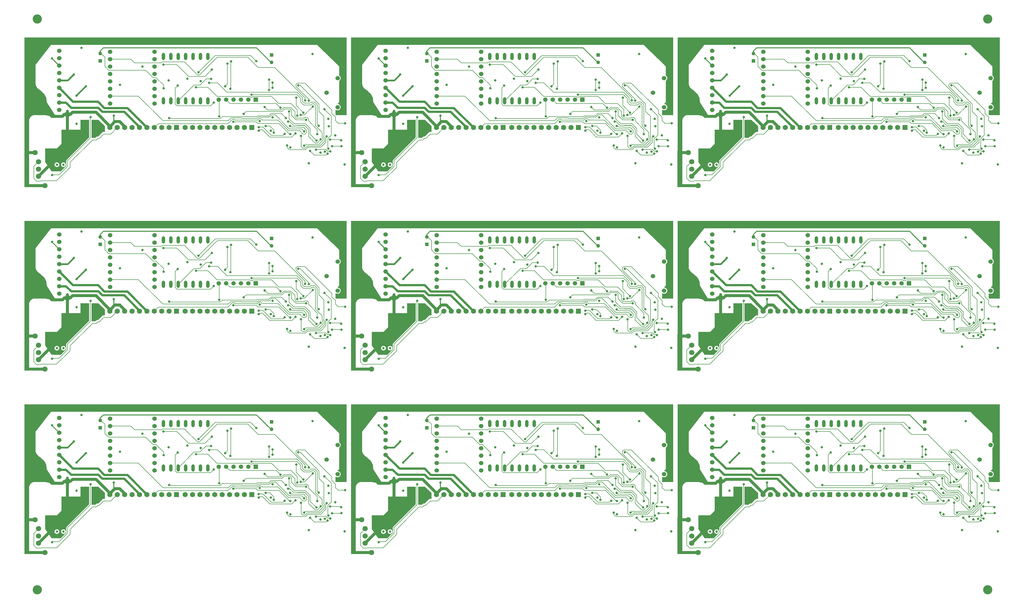
<source format=gbl>
%FSAX24Y24*%
%MOIN*%
G70*
G01*
G75*
G04 Layer_Physical_Order=4*
G04 Layer_Color=16711680*
%ADD10C,0.0630*%
%ADD11R,0.0630X0.0709*%
G04:AMPARAMS|DCode=12|XSize=24mil|YSize=59.1mil|CornerRadius=0.6mil|HoleSize=0mil|Usage=FLASHONLY|Rotation=270.000|XOffset=0mil|YOffset=0mil|HoleType=Round|Shape=RoundedRectangle|*
%AMROUNDEDRECTD12*
21,1,0.0240,0.0579,0,0,270.0*
21,1,0.0228,0.0591,0,0,270.0*
1,1,0.0012,-0.0289,-0.0114*
1,1,0.0012,-0.0289,0.0114*
1,1,0.0012,0.0289,0.0114*
1,1,0.0012,0.0289,-0.0114*
%
%ADD12ROUNDEDRECTD12*%
G04:AMPARAMS|DCode=13|XSize=24mil|YSize=59.1mil|CornerRadius=0.6mil|HoleSize=0mil|Usage=FLASHONLY|Rotation=180.000|XOffset=0mil|YOffset=0mil|HoleType=Round|Shape=RoundedRectangle|*
%AMROUNDEDRECTD13*
21,1,0.0240,0.0579,0,0,180.0*
21,1,0.0228,0.0591,0,0,180.0*
1,1,0.0012,-0.0114,0.0289*
1,1,0.0012,0.0114,0.0289*
1,1,0.0012,0.0114,-0.0289*
1,1,0.0012,-0.0114,-0.0289*
%
%ADD13ROUNDEDRECTD13*%
%ADD14O,0.0217X0.0689*%
%ADD15O,0.0689X0.0217*%
%ADD16O,0.0787X0.0248*%
%ADD17O,0.0866X0.0236*%
%ADD18R,0.1417X0.0591*%
%ADD19R,0.1378X0.0669*%
%ADD20R,0.0669X0.0984*%
%ADD21R,0.0945X0.1024*%
%ADD22R,0.0591X0.0512*%
%ADD23R,0.0236X0.0453*%
%ADD24R,0.0709X0.0630*%
%ADD25O,0.0591X0.0236*%
%ADD26R,0.0512X0.0591*%
%ADD27R,0.1024X0.0945*%
%ADD28O,0.0236X0.0787*%
%ADD29R,0.1063X0.0630*%
%ADD30R,0.0472X0.1575*%
%ADD31C,0.0394*%
%ADD32C,0.0118*%
%ADD33C,0.0236*%
%ADD34C,0.0330*%
%ADD35C,0.0079*%
%ADD36C,0.0197*%
%ADD37C,0.0157*%
%ADD38R,0.0394X0.0394*%
%ADD39P,0.1114X4X270.0*%
%ADD40R,0.0945X0.0984*%
%ADD41C,0.1250*%
%ADD42O,0.0472X0.0984*%
%ADD43C,0.0600*%
%ADD44C,0.0700*%
%ADD45R,0.0700X0.0700*%
%ADD46C,0.0394*%
%ADD47C,0.1600*%
%ADD48R,0.0591X0.0591*%
%ADD49C,0.0591*%
%ADD50R,0.0500X0.0500*%
%ADD51C,0.0500*%
%ADD52C,0.0709*%
%ADD53C,0.0315*%
%ADD54C,0.0400*%
%ADD55R,0.6594X0.5118*%
%ADD56C,0.1650*%
%ADD57C,0.0636*%
%ADD58C,0.0597*%
G04:AMPARAMS|DCode=59|XSize=83.622mil|YSize=83.622mil|CornerRadius=0mil|HoleSize=0mil|Usage=FLASHONLY|Rotation=0.000|XOffset=0mil|YOffset=0mil|HoleType=Round|Shape=Relief|Width=10mil|Gap=10mil|Entries=4|*
%AMTHD59*
7,0,0,0.0836,0.0636,0.0100,45*
%
%ADD59THD59*%
G04:AMPARAMS|DCode=60|XSize=90mil|YSize=90mil|CornerRadius=0mil|HoleSize=0mil|Usage=FLASHONLY|Rotation=0.000|XOffset=0mil|YOffset=0mil|HoleType=Round|Shape=Relief|Width=10mil|Gap=10mil|Entries=4|*
%AMTHD60*
7,0,0,0.0900,0.0700,0.0100,45*
%
%ADD60THD60*%
%ADD61C,0.0754*%
G04:AMPARAMS|DCode=62|XSize=95.433mil|YSize=95.433mil|CornerRadius=0mil|HoleSize=0mil|Usage=FLASHONLY|Rotation=0.000|XOffset=0mil|YOffset=0mil|HoleType=Round|Shape=Relief|Width=10mil|Gap=10mil|Entries=4|*
%AMTHD62*
7,0,0,0.0954,0.0754,0.0100,45*
%
%ADD62THD62*%
G04:AMPARAMS|DCode=63|XSize=88mil|YSize=88mil|CornerRadius=0mil|HoleSize=0mil|Usage=FLASHONLY|Rotation=0.000|XOffset=0mil|YOffset=0mil|HoleType=Round|Shape=Relief|Width=10mil|Gap=10mil|Entries=4|*
%AMTHD63*
7,0,0,0.0880,0.0680,0.0100,45*
%
%ADD63THD63*%
%ADD64C,0.0680*%
%ADD65C,0.0872*%
%ADD66C,0.0518*%
G04:AMPARAMS|DCode=67|XSize=71.811mil|YSize=71.811mil|CornerRadius=0mil|HoleSize=0mil|Usage=FLASHONLY|Rotation=0.000|XOffset=0mil|YOffset=0mil|HoleType=Round|Shape=Relief|Width=10mil|Gap=10mil|Entries=4|*
%AMTHD67*
7,0,0,0.0718,0.0518,0.0100,45*
%
%ADD67THD67*%
%ADD68C,0.0787*%
%ADD69C,0.0295*%
G36*
X017991Y041176D02*
X014946Y038131D01*
X014911Y038079D01*
X014909Y038068D01*
X014898Y038017D01*
X014898Y038017D01*
Y037331D01*
X014143Y036576D01*
X012913D01*
X012050Y037838D01*
Y039653D01*
X012085Y039688D01*
X013622Y039686D01*
X014252Y040316D01*
Y042206D01*
X016811D01*
Y043544D01*
X017991D01*
Y041176D01*
D02*
G37*
G36*
X020118Y042718D02*
Y041913D01*
X019948D01*
X019871Y041903D01*
X019799Y041873D01*
X019737Y041826D01*
X019214Y041303D01*
X019137D01*
X019060Y041293D01*
X019039Y041284D01*
X018988Y041263D01*
X018926Y041216D01*
X018836Y041126D01*
X018440D01*
X018363Y041116D01*
X018354Y041112D01*
X018334Y041125D01*
X018312Y041178D01*
Y043544D01*
X019213D01*
X020118Y042718D01*
D02*
G37*
G36*
X052750Y044188D02*
X051250D01*
Y044895D01*
X051295Y044917D01*
X051327Y044893D01*
X051428Y044851D01*
X051537Y044837D01*
X051647Y044851D01*
X051748Y044893D01*
X051836Y044960D01*
X051903Y045047D01*
X051945Y045149D01*
X051959Y045258D01*
X051945Y045367D01*
X051903Y045469D01*
X051836Y045556D01*
X051748Y045623D01*
X051647Y045666D01*
X051537Y045680D01*
X051522Y045711D01*
X051750Y045938D01*
Y048831D01*
X051836Y048897D01*
X051903Y048984D01*
X051945Y049086D01*
X051959Y049195D01*
X051945Y049304D01*
X051903Y049406D01*
X051836Y049493D01*
X051750Y049559D01*
Y050788D01*
X048750Y053688D01*
X012850D01*
X010750Y050988D01*
Y048368D01*
X010850Y048058D01*
X010950Y047908D01*
X011120Y047718D01*
X011350Y047568D01*
X011950Y047008D01*
X012230Y046478D01*
X012250Y045938D01*
X013346Y044233D01*
X013220Y043958D01*
X012089Y044188D01*
X010477D01*
X010384Y044160D01*
X010245Y044086D01*
X010123Y043986D01*
X010023Y043864D01*
X009949Y043725D01*
X009903Y043574D01*
X009898Y043519D01*
Y034457D01*
X009246D01*
X009250Y044188D01*
Y054688D01*
X052750D01*
Y044188D01*
D02*
G37*
%LPC*%
G36*
X013642Y037799D02*
X013560Y037788D01*
X013483Y037757D01*
X013417Y037706D01*
X013367Y037640D01*
X013335Y037564D01*
X013324Y037482D01*
X013335Y037399D01*
X013367Y037323D01*
X013417Y037257D01*
X013483Y037206D01*
X013560Y037175D01*
X013642Y037164D01*
X013724Y037175D01*
X013801Y037206D01*
X013866Y037257D01*
X013917Y037323D01*
X013949Y037399D01*
X013959Y037482D01*
X013949Y037564D01*
X013917Y037640D01*
X013866Y037706D01*
X013801Y037757D01*
X013724Y037788D01*
X013642Y037799D01*
D02*
G37*
G36*
X014528D02*
X014445Y037788D01*
X014369Y037757D01*
X014303Y037706D01*
X014252Y037640D01*
X014221Y037564D01*
X014210Y037482D01*
X014221Y037399D01*
X014252Y037323D01*
X014303Y037257D01*
X014369Y037206D01*
X014445Y037175D01*
X014528Y037164D01*
X014610Y037175D01*
X014686Y037206D01*
X014752Y037257D01*
X014803Y037323D01*
X014834Y037399D01*
X014845Y037482D01*
X014834Y037564D01*
X014803Y037640D01*
X014752Y037706D01*
X014686Y037757D01*
X014610Y037788D01*
X014528Y037799D01*
D02*
G37*
%LPD*%
G36*
X062085Y041176D02*
X059040Y038131D01*
X059005Y038079D01*
X059003Y038068D01*
X058993Y038017D01*
X058993Y038017D01*
Y037331D01*
X058237Y036576D01*
X057008D01*
X056144Y037838D01*
Y039653D01*
X056180Y039688D01*
X057717Y039686D01*
X058346Y040316D01*
Y042206D01*
X060906D01*
Y043544D01*
X062085D01*
Y041176D01*
D02*
G37*
G36*
X064213Y042718D02*
Y041913D01*
X064042D01*
X063965Y041903D01*
X063894Y041873D01*
X063832Y041826D01*
X063309Y041303D01*
X063231D01*
X063154Y041293D01*
X063133Y041284D01*
X063083Y041263D01*
X063021Y041216D01*
X062931Y041126D01*
X062534D01*
X062457Y041116D01*
X062448Y041112D01*
X062429Y041125D01*
X062407Y041178D01*
Y043544D01*
X063307D01*
X064213Y042718D01*
D02*
G37*
G36*
X096844Y044188D02*
X095344D01*
Y044895D01*
X095389Y044917D01*
X095421Y044893D01*
X095523Y044851D01*
X095632Y044837D01*
X095741Y044851D01*
X095843Y044893D01*
X095930Y044960D01*
X095997Y045047D01*
X096039Y045149D01*
X096054Y045258D01*
X096039Y045367D01*
X095997Y045469D01*
X095930Y045556D01*
X095843Y045623D01*
X095741Y045666D01*
X095632Y045680D01*
X095617Y045711D01*
X095844Y045938D01*
Y048831D01*
X095930Y048897D01*
X095997Y048984D01*
X096039Y049086D01*
X096054Y049195D01*
X096039Y049304D01*
X095997Y049406D01*
X095930Y049493D01*
X095844Y049559D01*
Y050788D01*
X092844Y053688D01*
X056944D01*
X054844Y050988D01*
Y048368D01*
X054944Y048058D01*
X055044Y047908D01*
X055214Y047718D01*
X055444Y047568D01*
X056044Y047008D01*
X056324Y046478D01*
X056344Y045938D01*
X057441Y044233D01*
X057314Y043958D01*
X056184Y044188D01*
X054572D01*
X054478Y044160D01*
X054339Y044086D01*
X054218Y043986D01*
X054118Y043864D01*
X054043Y043725D01*
X053998Y043574D01*
X053992Y043519D01*
Y034457D01*
X053341D01*
X053344Y044188D01*
Y054688D01*
X096844D01*
Y044188D01*
D02*
G37*
%LPC*%
G36*
X057736Y037799D02*
X057654Y037788D01*
X057577Y037757D01*
X057512Y037706D01*
X057461Y037640D01*
X057429Y037564D01*
X057419Y037482D01*
X057429Y037399D01*
X057461Y037323D01*
X057512Y037257D01*
X057577Y037206D01*
X057654Y037175D01*
X057736Y037164D01*
X057818Y037175D01*
X057895Y037206D01*
X057961Y037257D01*
X058011Y037323D01*
X058043Y037399D01*
X058054Y037482D01*
X058043Y037564D01*
X058011Y037640D01*
X057961Y037706D01*
X057895Y037757D01*
X057818Y037788D01*
X057736Y037799D01*
D02*
G37*
G36*
X058622D02*
X058540Y037788D01*
X058463Y037757D01*
X058397Y037706D01*
X058347Y037640D01*
X058315Y037564D01*
X058304Y037482D01*
X058315Y037399D01*
X058347Y037323D01*
X058397Y037257D01*
X058463Y037206D01*
X058540Y037175D01*
X058622Y037164D01*
X058704Y037175D01*
X058781Y037206D01*
X058847Y037257D01*
X058897Y037323D01*
X058929Y037399D01*
X058940Y037482D01*
X058929Y037564D01*
X058897Y037640D01*
X058847Y037706D01*
X058781Y037757D01*
X058704Y037788D01*
X058622Y037799D01*
D02*
G37*
%LPD*%
G36*
X106180Y041176D02*
X103134Y038131D01*
X103100Y038079D01*
X103098Y038068D01*
X103087Y038017D01*
X103087Y038017D01*
Y037331D01*
X102332Y036576D01*
X101102D01*
X100239Y037838D01*
Y039653D01*
X100274Y039688D01*
X101811Y039686D01*
X102441Y040316D01*
Y042206D01*
X105000D01*
Y043544D01*
X106180D01*
Y041176D01*
D02*
G37*
G36*
X108307Y042718D02*
Y041913D01*
X108137D01*
X108060Y041903D01*
X107988Y041873D01*
X107926Y041826D01*
X107403Y041303D01*
X107326D01*
X107249Y041293D01*
X107228Y041284D01*
X107177Y041263D01*
X107115Y041216D01*
X107025Y041126D01*
X106629D01*
X106552Y041116D01*
X106543Y041112D01*
X106523Y041125D01*
X106501Y041178D01*
Y043544D01*
X107402D01*
X108307Y042718D01*
D02*
G37*
G36*
X140939Y044188D02*
X139439D01*
Y044895D01*
X139484Y044917D01*
X139516Y044893D01*
X139617Y044851D01*
X139726Y044837D01*
X139836Y044851D01*
X139937Y044893D01*
X140025Y044960D01*
X140092Y045047D01*
X140134Y045149D01*
X140148Y045258D01*
X140134Y045367D01*
X140092Y045469D01*
X140025Y045556D01*
X139937Y045623D01*
X139836Y045666D01*
X139726Y045680D01*
X139711Y045711D01*
X139939Y045938D01*
Y048831D01*
X140025Y048897D01*
X140092Y048984D01*
X140134Y049086D01*
X140148Y049195D01*
X140134Y049304D01*
X140092Y049406D01*
X140025Y049493D01*
X139939Y049559D01*
Y050788D01*
X136939Y053688D01*
X101039D01*
X098939Y050988D01*
Y048368D01*
X099039Y048058D01*
X099139Y047908D01*
X099309Y047718D01*
X099539Y047568D01*
X100139Y047008D01*
X100419Y046478D01*
X100439Y045938D01*
X101535Y044233D01*
X101409Y043958D01*
X100278Y044188D01*
X098666D01*
X098573Y044160D01*
X098434Y044086D01*
X098312Y043986D01*
X098212Y043864D01*
X098138Y043725D01*
X098092Y043574D01*
X098087Y043519D01*
Y034457D01*
X097435D01*
X097439Y044188D01*
Y054688D01*
X140939D01*
Y044188D01*
D02*
G37*
%LPC*%
G36*
X101831Y037799D02*
X101748Y037788D01*
X101672Y037757D01*
X101606Y037706D01*
X101556Y037640D01*
X101524Y037564D01*
X101513Y037482D01*
X101524Y037399D01*
X101556Y037323D01*
X101606Y037257D01*
X101672Y037206D01*
X101748Y037175D01*
X101831Y037164D01*
X101913Y037175D01*
X101990Y037206D01*
X102055Y037257D01*
X102106Y037323D01*
X102138Y037399D01*
X102148Y037482D01*
X102138Y037564D01*
X102106Y037640D01*
X102055Y037706D01*
X101990Y037757D01*
X101913Y037788D01*
X101831Y037799D01*
D02*
G37*
G36*
X102717D02*
X102634Y037788D01*
X102558Y037757D01*
X102492Y037706D01*
X102441Y037640D01*
X102410Y037564D01*
X102399Y037482D01*
X102410Y037399D01*
X102441Y037323D01*
X102492Y037257D01*
X102558Y037206D01*
X102634Y037175D01*
X102717Y037164D01*
X102799Y037175D01*
X102875Y037206D01*
X102941Y037257D01*
X102992Y037323D01*
X103023Y037399D01*
X103034Y037482D01*
X103023Y037564D01*
X102992Y037640D01*
X102941Y037706D01*
X102875Y037757D01*
X102799Y037788D01*
X102717Y037799D01*
D02*
G37*
%LPD*%
G36*
X017991Y065979D02*
X014946Y062934D01*
X014911Y062882D01*
X014909Y062872D01*
X014898Y062820D01*
X014898Y062820D01*
Y062135D01*
X014143Y061379D01*
X012913D01*
X012050Y062641D01*
Y064456D01*
X012085Y064491D01*
X013622Y064489D01*
X014252Y065119D01*
Y067009D01*
X016811D01*
Y068348D01*
X017991D01*
Y065979D01*
D02*
G37*
G36*
X020118Y067521D02*
Y066716D01*
X019948D01*
X019871Y066706D01*
X019799Y066676D01*
X019737Y066629D01*
X019214Y066106D01*
X019137D01*
X019060Y066096D01*
X019039Y066087D01*
X018988Y066066D01*
X018926Y066019D01*
X018836Y065929D01*
X018440D01*
X018363Y065919D01*
X018354Y065915D01*
X018334Y065928D01*
X018312Y065981D01*
Y068348D01*
X019213D01*
X020118Y067521D01*
D02*
G37*
G36*
X052750Y068991D02*
X051250D01*
Y069698D01*
X051295Y069721D01*
X051327Y069696D01*
X051428Y069654D01*
X051537Y069640D01*
X051647Y069654D01*
X051748Y069696D01*
X051836Y069763D01*
X051903Y069851D01*
X051945Y069952D01*
X051959Y070061D01*
X051945Y070171D01*
X051903Y070272D01*
X051836Y070360D01*
X051748Y070427D01*
X051647Y070469D01*
X051537Y070483D01*
X051522Y070514D01*
X051750Y070741D01*
Y073635D01*
X051836Y073700D01*
X051903Y073788D01*
X051945Y073889D01*
X051959Y073998D01*
X051945Y074108D01*
X051903Y074209D01*
X051836Y074297D01*
X051750Y074362D01*
Y075591D01*
X048750Y078491D01*
X012850D01*
X010750Y075791D01*
Y073171D01*
X010850Y072861D01*
X010950Y072711D01*
X011120Y072521D01*
X011350Y072371D01*
X011950Y071811D01*
X012230Y071281D01*
X012250Y070741D01*
X013346Y069037D01*
X013220Y068761D01*
X012089Y068991D01*
X010477D01*
X010384Y068963D01*
X010245Y068889D01*
X010123Y068789D01*
X010023Y068667D01*
X009949Y068528D01*
X009903Y068377D01*
X009898Y068322D01*
Y059260D01*
X009246D01*
X009250Y068991D01*
Y079491D01*
X052750D01*
Y068991D01*
D02*
G37*
%LPC*%
G36*
X013642Y062602D02*
X013560Y062592D01*
X013483Y062560D01*
X013417Y062509D01*
X013367Y062443D01*
X013335Y062367D01*
X013324Y062285D01*
X013335Y062202D01*
X013367Y062126D01*
X013417Y062060D01*
X013483Y062010D01*
X013560Y061978D01*
X013642Y061967D01*
X013724Y061978D01*
X013801Y062010D01*
X013866Y062060D01*
X013917Y062126D01*
X013949Y062202D01*
X013959Y062285D01*
X013949Y062367D01*
X013917Y062443D01*
X013866Y062509D01*
X013801Y062560D01*
X013724Y062592D01*
X013642Y062602D01*
D02*
G37*
G36*
X014528D02*
X014445Y062592D01*
X014369Y062560D01*
X014303Y062509D01*
X014252Y062443D01*
X014221Y062367D01*
X014210Y062285D01*
X014221Y062202D01*
X014252Y062126D01*
X014303Y062060D01*
X014369Y062010D01*
X014445Y061978D01*
X014528Y061967D01*
X014610Y061978D01*
X014686Y062010D01*
X014752Y062060D01*
X014803Y062126D01*
X014834Y062202D01*
X014845Y062285D01*
X014834Y062367D01*
X014803Y062443D01*
X014752Y062509D01*
X014686Y062560D01*
X014610Y062592D01*
X014528Y062602D01*
D02*
G37*
%LPD*%
G36*
X062085Y065979D02*
X059040Y062934D01*
X059005Y062882D01*
X059003Y062872D01*
X058993Y062820D01*
X058993Y062820D01*
Y062135D01*
X058237Y061379D01*
X057008D01*
X056144Y062641D01*
Y064456D01*
X056180Y064491D01*
X057717Y064489D01*
X058346Y065119D01*
Y067009D01*
X060906D01*
Y068348D01*
X062085D01*
Y065979D01*
D02*
G37*
G36*
X064213Y067521D02*
Y066716D01*
X064042D01*
X063965Y066706D01*
X063894Y066676D01*
X063832Y066629D01*
X063309Y066106D01*
X063231D01*
X063154Y066096D01*
X063133Y066087D01*
X063083Y066066D01*
X063021Y066019D01*
X062931Y065929D01*
X062534D01*
X062457Y065919D01*
X062448Y065915D01*
X062429Y065928D01*
X062407Y065981D01*
Y068348D01*
X063307D01*
X064213Y067521D01*
D02*
G37*
G36*
X096844Y068991D02*
X095344D01*
Y069698D01*
X095389Y069721D01*
X095421Y069696D01*
X095523Y069654D01*
X095632Y069640D01*
X095741Y069654D01*
X095843Y069696D01*
X095930Y069763D01*
X095997Y069851D01*
X096039Y069952D01*
X096054Y070061D01*
X096039Y070171D01*
X095997Y070272D01*
X095930Y070360D01*
X095843Y070427D01*
X095741Y070469D01*
X095632Y070483D01*
X095617Y070514D01*
X095844Y070741D01*
Y073635D01*
X095930Y073700D01*
X095997Y073788D01*
X096039Y073889D01*
X096054Y073998D01*
X096039Y074108D01*
X095997Y074209D01*
X095930Y074297D01*
X095844Y074362D01*
Y075591D01*
X092844Y078491D01*
X056944D01*
X054844Y075791D01*
Y073171D01*
X054944Y072861D01*
X055044Y072711D01*
X055214Y072521D01*
X055444Y072371D01*
X056044Y071811D01*
X056324Y071281D01*
X056344Y070741D01*
X057441Y069037D01*
X057314Y068761D01*
X056184Y068991D01*
X054572D01*
X054478Y068963D01*
X054339Y068889D01*
X054218Y068789D01*
X054118Y068667D01*
X054043Y068528D01*
X053998Y068377D01*
X053992Y068322D01*
Y059260D01*
X053341D01*
X053344Y068991D01*
Y079491D01*
X096844D01*
Y068991D01*
D02*
G37*
%LPC*%
G36*
X057736Y062602D02*
X057654Y062592D01*
X057577Y062560D01*
X057512Y062509D01*
X057461Y062443D01*
X057429Y062367D01*
X057419Y062285D01*
X057429Y062202D01*
X057461Y062126D01*
X057512Y062060D01*
X057577Y062010D01*
X057654Y061978D01*
X057736Y061967D01*
X057818Y061978D01*
X057895Y062010D01*
X057961Y062060D01*
X058011Y062126D01*
X058043Y062202D01*
X058054Y062285D01*
X058043Y062367D01*
X058011Y062443D01*
X057961Y062509D01*
X057895Y062560D01*
X057818Y062592D01*
X057736Y062602D01*
D02*
G37*
G36*
X058622D02*
X058540Y062592D01*
X058463Y062560D01*
X058397Y062509D01*
X058347Y062443D01*
X058315Y062367D01*
X058304Y062285D01*
X058315Y062202D01*
X058347Y062126D01*
X058397Y062060D01*
X058463Y062010D01*
X058540Y061978D01*
X058622Y061967D01*
X058704Y061978D01*
X058781Y062010D01*
X058847Y062060D01*
X058897Y062126D01*
X058929Y062202D01*
X058940Y062285D01*
X058929Y062367D01*
X058897Y062443D01*
X058847Y062509D01*
X058781Y062560D01*
X058704Y062592D01*
X058622Y062602D01*
D02*
G37*
%LPD*%
G36*
X106180Y065979D02*
X103134Y062934D01*
X103100Y062882D01*
X103098Y062872D01*
X103087Y062820D01*
X103087Y062820D01*
Y062135D01*
X102332Y061379D01*
X101102D01*
X100239Y062641D01*
Y064456D01*
X100274Y064491D01*
X101811Y064489D01*
X102441Y065119D01*
Y067009D01*
X105000D01*
Y068348D01*
X106180D01*
Y065979D01*
D02*
G37*
G36*
X108307Y067521D02*
Y066716D01*
X108137D01*
X108060Y066706D01*
X107988Y066676D01*
X107926Y066629D01*
X107403Y066106D01*
X107326D01*
X107249Y066096D01*
X107228Y066087D01*
X107177Y066066D01*
X107115Y066019D01*
X107025Y065929D01*
X106629D01*
X106552Y065919D01*
X106543Y065915D01*
X106523Y065928D01*
X106501Y065981D01*
Y068348D01*
X107402D01*
X108307Y067521D01*
D02*
G37*
G36*
X140939Y068991D02*
X139439D01*
Y069698D01*
X139484Y069721D01*
X139516Y069696D01*
X139617Y069654D01*
X139726Y069640D01*
X139836Y069654D01*
X139937Y069696D01*
X140025Y069763D01*
X140092Y069851D01*
X140134Y069952D01*
X140148Y070061D01*
X140134Y070171D01*
X140092Y070272D01*
X140025Y070360D01*
X139937Y070427D01*
X139836Y070469D01*
X139726Y070483D01*
X139711Y070514D01*
X139939Y070741D01*
Y073635D01*
X140025Y073700D01*
X140092Y073788D01*
X140134Y073889D01*
X140148Y073998D01*
X140134Y074108D01*
X140092Y074209D01*
X140025Y074297D01*
X139939Y074362D01*
Y075591D01*
X136939Y078491D01*
X101039D01*
X098939Y075791D01*
Y073171D01*
X099039Y072861D01*
X099139Y072711D01*
X099309Y072521D01*
X099539Y072371D01*
X100139Y071811D01*
X100419Y071281D01*
X100439Y070741D01*
X101535Y069037D01*
X101409Y068761D01*
X100278Y068991D01*
X098666D01*
X098573Y068963D01*
X098434Y068889D01*
X098312Y068789D01*
X098212Y068667D01*
X098138Y068528D01*
X098092Y068377D01*
X098087Y068322D01*
Y059260D01*
X097435D01*
X097439Y068991D01*
Y079491D01*
X140939D01*
Y068991D01*
D02*
G37*
%LPC*%
G36*
X101831Y062602D02*
X101748Y062592D01*
X101672Y062560D01*
X101606Y062509D01*
X101556Y062443D01*
X101524Y062367D01*
X101513Y062285D01*
X101524Y062202D01*
X101556Y062126D01*
X101606Y062060D01*
X101672Y062010D01*
X101748Y061978D01*
X101831Y061967D01*
X101913Y061978D01*
X101990Y062010D01*
X102055Y062060D01*
X102106Y062126D01*
X102138Y062202D01*
X102148Y062285D01*
X102138Y062367D01*
X102106Y062443D01*
X102055Y062509D01*
X101990Y062560D01*
X101913Y062592D01*
X101831Y062602D01*
D02*
G37*
G36*
X102717D02*
X102634Y062592D01*
X102558Y062560D01*
X102492Y062509D01*
X102441Y062443D01*
X102410Y062367D01*
X102399Y062285D01*
X102410Y062202D01*
X102441Y062126D01*
X102492Y062060D01*
X102558Y062010D01*
X102634Y061978D01*
X102717Y061967D01*
X102799Y061978D01*
X102875Y062010D01*
X102941Y062060D01*
X102992Y062126D01*
X103023Y062202D01*
X103034Y062285D01*
X103023Y062367D01*
X102992Y062443D01*
X102941Y062509D01*
X102875Y062560D01*
X102799Y062592D01*
X102717Y062602D01*
D02*
G37*
%LPD*%
G36*
X017991Y090783D02*
X014946Y087737D01*
X014911Y087685D01*
X014909Y087675D01*
X014898Y087624D01*
X014898Y087624D01*
Y086938D01*
X014143Y086182D01*
X012913D01*
X012050Y087444D01*
Y089259D01*
X012085Y089294D01*
X013622Y089293D01*
X014252Y089922D01*
Y091812D01*
X016811D01*
Y093151D01*
X017991D01*
Y090783D01*
D02*
G37*
G36*
X020118Y092324D02*
Y091519D01*
X019948D01*
X019871Y091509D01*
X019799Y091480D01*
X019737Y091432D01*
X019214Y090909D01*
X019137D01*
X019060Y090899D01*
X019039Y090890D01*
X018988Y090869D01*
X018926Y090822D01*
X018836Y090732D01*
X018440D01*
X018363Y090722D01*
X018354Y090718D01*
X018334Y090731D01*
X018312Y090784D01*
Y093151D01*
X019213D01*
X020118Y092324D01*
D02*
G37*
G36*
X052750Y093794D02*
X051250D01*
Y094502D01*
X051295Y094524D01*
X051327Y094499D01*
X051428Y094457D01*
X051537Y094443D01*
X051647Y094457D01*
X051748Y094499D01*
X051836Y094566D01*
X051903Y094654D01*
X051945Y094755D01*
X051959Y094865D01*
X051945Y094974D01*
X051903Y095075D01*
X051836Y095163D01*
X051748Y095230D01*
X051647Y095272D01*
X051537Y095286D01*
X051522Y095317D01*
X051750Y095544D01*
Y098438D01*
X051836Y098503D01*
X051903Y098591D01*
X051945Y098692D01*
X051959Y098802D01*
X051945Y098911D01*
X051903Y099012D01*
X051836Y099100D01*
X051750Y099165D01*
Y100394D01*
X048750Y103294D01*
X012850D01*
X010750Y100594D01*
Y097974D01*
X010850Y097664D01*
X010950Y097514D01*
X011120Y097324D01*
X011350Y097174D01*
X011950Y096614D01*
X012230Y096084D01*
X012250Y095544D01*
X013346Y093840D01*
X013220Y093564D01*
X012089Y093794D01*
X010477D01*
X010384Y093766D01*
X010245Y093692D01*
X010123Y093592D01*
X010023Y093470D01*
X009949Y093331D01*
X009903Y093180D01*
X009898Y093125D01*
Y084063D01*
X009246D01*
X009250Y093794D01*
Y104294D01*
X052750D01*
Y093794D01*
D02*
G37*
%LPC*%
G36*
X013642Y087405D02*
X013560Y087395D01*
X013483Y087363D01*
X013417Y087312D01*
X013367Y087247D01*
X013335Y087170D01*
X013324Y087088D01*
X013335Y087006D01*
X013367Y086929D01*
X013417Y086863D01*
X013483Y086813D01*
X013560Y086781D01*
X013642Y086770D01*
X013724Y086781D01*
X013801Y086813D01*
X013866Y086863D01*
X013917Y086929D01*
X013949Y087006D01*
X013959Y087088D01*
X013949Y087170D01*
X013917Y087247D01*
X013866Y087312D01*
X013801Y087363D01*
X013724Y087395D01*
X013642Y087405D01*
D02*
G37*
G36*
X014528D02*
X014445Y087395D01*
X014369Y087363D01*
X014303Y087312D01*
X014252Y087247D01*
X014221Y087170D01*
X014210Y087088D01*
X014221Y087006D01*
X014252Y086929D01*
X014303Y086863D01*
X014369Y086813D01*
X014445Y086781D01*
X014528Y086770D01*
X014610Y086781D01*
X014686Y086813D01*
X014752Y086863D01*
X014803Y086929D01*
X014834Y087006D01*
X014845Y087088D01*
X014834Y087170D01*
X014803Y087247D01*
X014752Y087312D01*
X014686Y087363D01*
X014610Y087395D01*
X014528Y087405D01*
D02*
G37*
%LPD*%
G36*
X062085Y090783D02*
X059040Y087737D01*
X059005Y087685D01*
X059003Y087675D01*
X058993Y087624D01*
X058993Y087624D01*
Y086938D01*
X058237Y086182D01*
X057008D01*
X056144Y087444D01*
Y089259D01*
X056180Y089294D01*
X057717Y089293D01*
X058346Y089922D01*
Y091812D01*
X060906D01*
Y093151D01*
X062085D01*
Y090783D01*
D02*
G37*
G36*
X064213Y092324D02*
Y091519D01*
X064042D01*
X063965Y091509D01*
X063894Y091480D01*
X063832Y091432D01*
X063309Y090909D01*
X063231D01*
X063154Y090899D01*
X063133Y090890D01*
X063083Y090869D01*
X063021Y090822D01*
X062931Y090732D01*
X062534D01*
X062457Y090722D01*
X062448Y090718D01*
X062429Y090731D01*
X062407Y090784D01*
Y093151D01*
X063307D01*
X064213Y092324D01*
D02*
G37*
G36*
X096844Y093794D02*
X095344D01*
Y094502D01*
X095389Y094524D01*
X095421Y094499D01*
X095523Y094457D01*
X095632Y094443D01*
X095741Y094457D01*
X095843Y094499D01*
X095930Y094566D01*
X095997Y094654D01*
X096039Y094755D01*
X096054Y094865D01*
X096039Y094974D01*
X095997Y095075D01*
X095930Y095163D01*
X095843Y095230D01*
X095741Y095272D01*
X095632Y095286D01*
X095617Y095317D01*
X095844Y095544D01*
Y098438D01*
X095930Y098503D01*
X095997Y098591D01*
X096039Y098692D01*
X096054Y098802D01*
X096039Y098911D01*
X095997Y099012D01*
X095930Y099100D01*
X095844Y099165D01*
Y100394D01*
X092844Y103294D01*
X056944D01*
X054844Y100594D01*
Y097974D01*
X054944Y097664D01*
X055044Y097514D01*
X055214Y097324D01*
X055444Y097174D01*
X056044Y096614D01*
X056324Y096084D01*
X056344Y095544D01*
X057441Y093840D01*
X057314Y093564D01*
X056184Y093794D01*
X054572D01*
X054478Y093766D01*
X054339Y093692D01*
X054218Y093592D01*
X054118Y093470D01*
X054043Y093331D01*
X053998Y093180D01*
X053992Y093125D01*
Y084063D01*
X053341D01*
X053344Y093794D01*
Y104294D01*
X096844D01*
Y093794D01*
D02*
G37*
%LPC*%
G36*
X057736Y087405D02*
X057654Y087395D01*
X057577Y087363D01*
X057512Y087312D01*
X057461Y087247D01*
X057429Y087170D01*
X057419Y087088D01*
X057429Y087006D01*
X057461Y086929D01*
X057512Y086863D01*
X057577Y086813D01*
X057654Y086781D01*
X057736Y086770D01*
X057818Y086781D01*
X057895Y086813D01*
X057961Y086863D01*
X058011Y086929D01*
X058043Y087006D01*
X058054Y087088D01*
X058043Y087170D01*
X058011Y087247D01*
X057961Y087312D01*
X057895Y087363D01*
X057818Y087395D01*
X057736Y087405D01*
D02*
G37*
G36*
X058622D02*
X058540Y087395D01*
X058463Y087363D01*
X058397Y087312D01*
X058347Y087247D01*
X058315Y087170D01*
X058304Y087088D01*
X058315Y087006D01*
X058347Y086929D01*
X058397Y086863D01*
X058463Y086813D01*
X058540Y086781D01*
X058622Y086770D01*
X058704Y086781D01*
X058781Y086813D01*
X058847Y086863D01*
X058897Y086929D01*
X058929Y087006D01*
X058940Y087088D01*
X058929Y087170D01*
X058897Y087247D01*
X058847Y087312D01*
X058781Y087363D01*
X058704Y087395D01*
X058622Y087405D01*
D02*
G37*
%LPD*%
G36*
X106180Y090783D02*
X103134Y087737D01*
X103100Y087685D01*
X103098Y087675D01*
X103087Y087624D01*
X103087Y087624D01*
Y086938D01*
X102332Y086182D01*
X101102D01*
X100239Y087444D01*
Y089259D01*
X100274Y089294D01*
X101811Y089293D01*
X102441Y089922D01*
Y091812D01*
X105000D01*
Y093151D01*
X106180D01*
Y090783D01*
D02*
G37*
G36*
X108307Y092324D02*
Y091519D01*
X108137D01*
X108060Y091509D01*
X107988Y091480D01*
X107926Y091432D01*
X107403Y090909D01*
X107326D01*
X107249Y090899D01*
X107228Y090890D01*
X107177Y090869D01*
X107115Y090822D01*
X107025Y090732D01*
X106629D01*
X106552Y090722D01*
X106543Y090718D01*
X106523Y090731D01*
X106501Y090784D01*
Y093151D01*
X107402D01*
X108307Y092324D01*
D02*
G37*
G36*
X140939Y093794D02*
X139439D01*
Y094502D01*
X139484Y094524D01*
X139516Y094499D01*
X139617Y094457D01*
X139726Y094443D01*
X139836Y094457D01*
X139937Y094499D01*
X140025Y094566D01*
X140092Y094654D01*
X140134Y094755D01*
X140148Y094865D01*
X140134Y094974D01*
X140092Y095075D01*
X140025Y095163D01*
X139937Y095230D01*
X139836Y095272D01*
X139726Y095286D01*
X139711Y095317D01*
X139939Y095544D01*
Y098438D01*
X140025Y098503D01*
X140092Y098591D01*
X140134Y098692D01*
X140148Y098802D01*
X140134Y098911D01*
X140092Y099012D01*
X140025Y099100D01*
X139939Y099165D01*
Y100394D01*
X136939Y103294D01*
X101039D01*
X098939Y100594D01*
Y097974D01*
X099039Y097664D01*
X099139Y097514D01*
X099309Y097324D01*
X099539Y097174D01*
X100139Y096614D01*
X100419Y096084D01*
X100439Y095544D01*
X101535Y093840D01*
X101409Y093564D01*
X100278Y093794D01*
X098666D01*
X098573Y093766D01*
X098434Y093692D01*
X098312Y093592D01*
X098212Y093470D01*
X098138Y093331D01*
X098092Y093180D01*
X098087Y093125D01*
Y084063D01*
X097435D01*
X097439Y093794D01*
Y104294D01*
X140939D01*
Y093794D01*
D02*
G37*
%LPC*%
G36*
X101831Y087405D02*
X101748Y087395D01*
X101672Y087363D01*
X101606Y087312D01*
X101556Y087247D01*
X101524Y087170D01*
X101513Y087088D01*
X101524Y087006D01*
X101556Y086929D01*
X101606Y086863D01*
X101672Y086813D01*
X101748Y086781D01*
X101831Y086770D01*
X101913Y086781D01*
X101990Y086813D01*
X102055Y086863D01*
X102106Y086929D01*
X102138Y087006D01*
X102148Y087088D01*
X102138Y087170D01*
X102106Y087247D01*
X102055Y087312D01*
X101990Y087363D01*
X101913Y087395D01*
X101831Y087405D01*
D02*
G37*
G36*
X102717D02*
X102634Y087395D01*
X102558Y087363D01*
X102492Y087312D01*
X102441Y087247D01*
X102410Y087170D01*
X102399Y087088D01*
X102410Y087006D01*
X102441Y086929D01*
X102492Y086863D01*
X102558Y086813D01*
X102634Y086781D01*
X102717Y086770D01*
X102799Y086781D01*
X102875Y086813D01*
X102941Y086863D01*
X102992Y086929D01*
X103023Y087006D01*
X103034Y087088D01*
X103023Y087170D01*
X102992Y087247D01*
X102941Y087312D01*
X102875Y087363D01*
X102799Y087395D01*
X102717Y087405D01*
D02*
G37*
%LPD*%
D31*
X021014Y042851D02*
X021467Y043304D01*
X020799Y042636D02*
X021014Y042851D01*
X018919Y044569D02*
X020799Y042689D01*
X015749Y044569D02*
X018919D01*
X015468Y044288D02*
X015749Y044569D01*
X020799Y042636D02*
Y042689D01*
X022799Y042501D02*
Y042636D01*
X022132Y043304D02*
X022799Y042636D01*
X021467Y043304D02*
X022132D01*
X020799Y042501D02*
Y042636D01*
X009548Y034654D02*
X012026D01*
X009538Y039103D02*
X010688D01*
X012610Y044388D02*
X012970Y044028D01*
X014392D01*
X014632Y044268D01*
X015050Y041788D02*
Y043851D01*
X011160Y035914D02*
X012800Y037554D01*
X015315Y039253D02*
Y039942D01*
X065109Y042851D02*
X065561Y043304D01*
X064894Y042636D02*
X065109Y042851D01*
X063014Y044569D02*
X064894Y042689D01*
X059843Y044569D02*
X063014D01*
X059562Y044288D02*
X059843Y044569D01*
X064894Y042636D02*
Y042689D01*
X066894Y042501D02*
Y042636D01*
X066226Y043304D02*
X066894Y042636D01*
X065561Y043304D02*
X066226D01*
X064894Y042501D02*
Y042636D01*
X053642Y034654D02*
X056121D01*
X053632Y039103D02*
X054782D01*
X056704Y044388D02*
X057064Y044028D01*
X058487D01*
X058727Y044268D01*
X059144Y041788D02*
Y043851D01*
X055254Y035914D02*
X056894Y037554D01*
X059409Y039253D02*
Y039942D01*
X109203Y042851D02*
X109656Y043304D01*
X108988Y042636D02*
X109203Y042851D01*
X107108Y044569D02*
X108988Y042689D01*
X103938Y044569D02*
X107108D01*
X103657Y044288D02*
X103938Y044569D01*
X108988Y042636D02*
Y042689D01*
X110988Y042501D02*
Y042636D01*
X110321Y043304D02*
X110988Y042636D01*
X109656Y043304D02*
X110321D01*
X108988Y042501D02*
Y042636D01*
X097737Y034654D02*
X100215D01*
X097727Y039103D02*
X098877D01*
X100799Y044388D02*
X101159Y044028D01*
X102581D01*
X102821Y044268D01*
X103239Y041788D02*
Y043851D01*
X099349Y035914D02*
X100989Y037554D01*
X103504Y039253D02*
Y039942D01*
X021014Y067654D02*
X021467Y068107D01*
X020799Y067440D02*
X021014Y067654D01*
X018919Y069372D02*
X020799Y067493D01*
X015749Y069372D02*
X018919D01*
X015468Y069091D02*
X015749Y069372D01*
X020799Y067440D02*
Y067493D01*
X022799Y067304D02*
Y067440D01*
X022132Y068107D02*
X022799Y067440D01*
X021467Y068107D02*
X022132D01*
X020799Y067304D02*
Y067440D01*
X009548Y059457D02*
X012026D01*
X009538Y063906D02*
X010688D01*
X012610Y069191D02*
X012970Y068831D01*
X014392D01*
X014632Y069071D01*
X015050Y066591D02*
Y068654D01*
X011160Y060717D02*
X012800Y062357D01*
X015315Y064056D02*
Y064745D01*
X065109Y067654D02*
X065561Y068107D01*
X064894Y067440D02*
X065109Y067654D01*
X063014Y069372D02*
X064894Y067493D01*
X059843Y069372D02*
X063014D01*
X059562Y069091D02*
X059843Y069372D01*
X064894Y067440D02*
Y067493D01*
X066894Y067304D02*
Y067440D01*
X066226Y068107D02*
X066894Y067440D01*
X065561Y068107D02*
X066226D01*
X064894Y067304D02*
Y067440D01*
X053642Y059457D02*
X056121D01*
X053632Y063906D02*
X054782D01*
X056704Y069191D02*
X057064Y068831D01*
X058487D01*
X058727Y069071D01*
X059144Y066591D02*
Y068654D01*
X055254Y060717D02*
X056894Y062357D01*
X059409Y064056D02*
Y064745D01*
X109203Y067654D02*
X109656Y068107D01*
X108988Y067440D02*
X109203Y067654D01*
X107108Y069372D02*
X108988Y067493D01*
X103938Y069372D02*
X107108D01*
X103657Y069091D02*
X103938Y069372D01*
X108988Y067440D02*
Y067493D01*
X110988Y067304D02*
Y067440D01*
X110321Y068107D02*
X110988Y067440D01*
X109656Y068107D02*
X110321D01*
X108988Y067304D02*
Y067440D01*
X097737Y059457D02*
X100215D01*
X097727Y063906D02*
X098877D01*
X100799Y069191D02*
X101159Y068831D01*
X102581D01*
X102821Y069071D01*
X103239Y066591D02*
Y068654D01*
X099349Y060717D02*
X100989Y062357D01*
X103504Y064056D02*
Y064745D01*
X021014Y092458D02*
X021467Y092910D01*
X020799Y092243D02*
X021014Y092458D01*
X018919Y094176D02*
X020799Y092296D01*
X015749Y094176D02*
X018919D01*
X015468Y093894D02*
X015749Y094176D01*
X020799Y092243D02*
Y092296D01*
X022799Y092107D02*
Y092243D01*
X022132Y092910D02*
X022799Y092243D01*
X021467Y092910D02*
X022132D01*
X020799Y092107D02*
Y092243D01*
X009548Y084260D02*
X012026D01*
X009538Y088709D02*
X010688D01*
X012610Y093994D02*
X012970Y093634D01*
X014392D01*
X014632Y093874D01*
X015050Y091394D02*
Y093457D01*
X011160Y085520D02*
X012800Y087160D01*
X015315Y088859D02*
Y089548D01*
X065109Y092458D02*
X065561Y092910D01*
X064894Y092243D02*
X065109Y092458D01*
X063014Y094176D02*
X064894Y092296D01*
X059843Y094176D02*
X063014D01*
X059562Y093894D02*
X059843Y094176D01*
X064894Y092243D02*
Y092296D01*
X066894Y092107D02*
Y092243D01*
X066226Y092910D02*
X066894Y092243D01*
X065561Y092910D02*
X066226D01*
X064894Y092107D02*
Y092243D01*
X053642Y084260D02*
X056121D01*
X053632Y088709D02*
X054782D01*
X056704Y093994D02*
X057064Y093634D01*
X058487D01*
X058727Y093874D01*
X059144Y091394D02*
Y093457D01*
X055254Y085520D02*
X056894Y087160D01*
X059409Y088859D02*
Y089548D01*
X109203Y092458D02*
X109656Y092910D01*
X108988Y092243D02*
X109203Y092458D01*
X107108Y094176D02*
X108988Y092296D01*
X103938Y094176D02*
X107108D01*
X103657Y093894D02*
X103938Y094176D01*
X108988Y092243D02*
Y092296D01*
X110988Y092107D02*
Y092243D01*
X110321Y092910D02*
X110988Y092243D01*
X109656Y092910D02*
X110321D01*
X108988Y092107D02*
Y092243D01*
X097737Y084260D02*
X100215D01*
X097727Y088709D02*
X098877D01*
X100799Y093994D02*
X101159Y093634D01*
X102581D01*
X102821Y093874D01*
X103239Y091394D02*
Y093457D01*
X099349Y085520D02*
X100989Y087160D01*
X103504Y088859D02*
Y089548D01*
D32*
X021324Y043446D02*
X021467Y043304D01*
X021324Y043446D02*
Y044108D01*
X021535Y042297D02*
Y042403D01*
X012992Y051812D02*
Y051852D01*
Y051812D02*
X013937Y050867D01*
X012980Y036078D02*
X012990Y036068D01*
X040590Y053270D02*
X042480Y051379D01*
X019931Y053270D02*
X040590D01*
X019502Y052841D02*
X019931Y053270D01*
X019502Y052507D02*
Y052841D01*
X065419Y043446D02*
X065561Y043304D01*
X065419Y043446D02*
Y044108D01*
X065630Y042297D02*
Y042403D01*
X057087Y051812D02*
Y051852D01*
Y051812D02*
X058032Y050867D01*
X057074Y036078D02*
X057084Y036068D01*
X084684Y053270D02*
X086575Y051379D01*
X064026Y053270D02*
X084684D01*
X063597Y052841D02*
X064026Y053270D01*
X063597Y052507D02*
Y052841D01*
X109513Y043446D02*
X109656Y043304D01*
X109513Y043446D02*
Y044108D01*
X109724Y042297D02*
Y042403D01*
X101181Y051812D02*
Y051852D01*
Y051812D02*
X102126Y050867D01*
X101169Y036078D02*
X101179Y036068D01*
X128779Y053270D02*
X130669Y051379D01*
X108120Y053270D02*
X128779D01*
X107691Y052841D02*
X108120Y053270D01*
X107691Y052507D02*
Y052841D01*
X021324Y068249D02*
X021467Y068107D01*
X021324Y068249D02*
Y068911D01*
X021535Y067100D02*
Y067206D01*
X012992Y076615D02*
Y076655D01*
Y076615D02*
X013937Y075670D01*
X012980Y060881D02*
X012990Y060871D01*
X040590Y078073D02*
X042480Y076182D01*
X019931Y078073D02*
X040590D01*
X019502Y077644D02*
X019931Y078073D01*
X019502Y077310D02*
Y077644D01*
X065419Y068249D02*
X065561Y068107D01*
X065419Y068249D02*
Y068911D01*
X065630Y067100D02*
Y067206D01*
X057087Y076615D02*
Y076655D01*
Y076615D02*
X058032Y075670D01*
X057074Y060881D02*
X057084Y060871D01*
X084684Y078073D02*
X086575Y076182D01*
X064026Y078073D02*
X084684D01*
X063597Y077644D02*
X064026Y078073D01*
X063597Y077310D02*
Y077644D01*
X109513Y068249D02*
X109656Y068107D01*
X109513Y068249D02*
Y068911D01*
X109724Y067100D02*
Y067206D01*
X101181Y076615D02*
Y076655D01*
Y076615D02*
X102126Y075670D01*
X101169Y060881D02*
X101179Y060871D01*
X128779Y078073D02*
X130669Y076182D01*
X108120Y078073D02*
X128779D01*
X107691Y077644D02*
X108120Y078073D01*
X107691Y077310D02*
Y077644D01*
X021324Y093052D02*
X021467Y092910D01*
X021324Y093052D02*
Y093714D01*
X021535Y091903D02*
Y092009D01*
X012992Y101419D02*
Y101458D01*
Y101419D02*
X013937Y100474D01*
X012980Y085684D02*
X012990Y085674D01*
X040590Y102876D02*
X042480Y100985D01*
X019931Y102876D02*
X040590D01*
X019502Y102447D02*
X019931Y102876D01*
X019502Y102113D02*
Y102447D01*
X065419Y093052D02*
X065561Y092910D01*
X065419Y093052D02*
Y093714D01*
X065630Y091903D02*
Y092009D01*
X057087Y101419D02*
Y101458D01*
Y101419D02*
X058032Y100474D01*
X057074Y085684D02*
X057084Y085674D01*
X084684Y102876D02*
X086575Y100985D01*
X064026Y102876D02*
X084684D01*
X063597Y102447D02*
X064026Y102876D01*
X063597Y102113D02*
Y102447D01*
X109513Y093052D02*
X109656Y092910D01*
X109513Y093052D02*
Y093714D01*
X109724Y091903D02*
Y092009D01*
X101181Y101419D02*
Y101458D01*
Y101419D02*
X102126Y100474D01*
X101169Y085684D02*
X101179Y085674D01*
X128779Y102876D02*
X130669Y100985D01*
X108120Y102876D02*
X128779D01*
X107691Y102447D02*
X108120Y102876D01*
X107691Y102113D02*
Y102447D01*
D33*
X013937Y048867D02*
X015087D01*
X015907Y049687D01*
X013937Y047867D02*
X013948D01*
X024626Y042501D02*
X024799D01*
X058032Y048867D02*
X059182D01*
X060002Y049687D01*
X058032Y047867D02*
X058042D01*
X068720Y042501D02*
X068894D01*
X102126Y048867D02*
X103276D01*
X104096Y049687D01*
X102126Y047867D02*
X102137D01*
X112815Y042501D02*
X112988D01*
X013937Y073670D02*
X015087D01*
X015907Y074491D01*
X013937Y072670D02*
X013948D01*
X024626Y067304D02*
X024799D01*
X058032Y073670D02*
X059182D01*
X060002Y074491D01*
X058032Y072670D02*
X058042D01*
X068720Y067304D02*
X068894D01*
X102126Y073670D02*
X103276D01*
X104096Y074491D01*
X102126Y072670D02*
X102137D01*
X112815Y067304D02*
X112988D01*
X013937Y098474D02*
X015087D01*
X015907Y099294D01*
X013937Y097474D02*
X013948D01*
X024626Y092107D02*
X024799D01*
X058032Y098474D02*
X059182D01*
X060002Y099294D01*
X058032Y097474D02*
X058042D01*
X068720Y092107D02*
X068894D01*
X102126Y098474D02*
X103276D01*
X104096Y099294D01*
X102126Y097474D02*
X102137D01*
X112815Y092107D02*
X112988D01*
D35*
X020904Y042961D02*
X021014Y042851D01*
X018152Y043861D02*
X018189Y043899D01*
X018152Y041110D02*
Y043861D01*
X015059Y038017D02*
X018152Y041110D01*
X046714Y042315D02*
X047030Y041998D01*
X024635Y046753D02*
X027951Y043438D01*
X020831Y046753D02*
X024635D01*
X029841Y045454D02*
X034394D01*
X029610Y047858D02*
X029940Y048188D01*
X029610Y045685D02*
Y047858D01*
Y045685D02*
X029841Y045454D01*
X034394D02*
X034828Y045887D01*
X030004Y046104D02*
X032164Y048263D01*
X032970D01*
X037006Y045749D02*
X043270D01*
X036488Y046267D02*
X037006Y045749D01*
X035570Y044028D02*
Y046185D01*
X035488Y046267D02*
X035570Y046185D01*
X042631Y046720D02*
X043601Y045750D01*
X046048Y046947D02*
X046555Y046440D01*
X040127Y046720D02*
X042631D01*
X039908Y046947D02*
X046048D01*
X035259Y046720D02*
X039675D01*
X040039Y046632D02*
X040127Y046720D01*
X039763Y046632D02*
X040039D01*
X039675Y046720D02*
X039763Y046632D01*
X034031Y047948D02*
X035259Y046720D01*
X035700Y043713D02*
X035985Y043998D01*
X028868Y043713D02*
X035700D01*
X028799Y043782D02*
X028868Y043713D01*
X013599Y035304D02*
X015413Y037118D01*
X011468Y035304D02*
X013599D01*
X010510Y035645D02*
Y037233D01*
X011429Y035264D02*
X011468Y035304D01*
X010510Y035645D02*
X010891Y035264D01*
X011429D01*
X013906Y036112D02*
X015059Y037265D01*
X013034Y036112D02*
X013906D01*
X012990Y036068D02*
X013034Y036112D01*
X050190Y039318D02*
X050570D01*
X048653Y039552D02*
X049956D01*
X050190Y039318D01*
X048620Y039518D02*
X048653Y039552D01*
X047524Y039833D02*
X049278D01*
X049141Y040030D02*
X049772Y040661D01*
X047443Y040030D02*
X049141D01*
X049004Y040228D02*
X049380Y040603D01*
X047195Y040228D02*
X049004D01*
X048812Y040424D02*
X049260Y040873D01*
X048495Y040424D02*
X048812D01*
X047138Y039726D02*
X047443Y040030D01*
X047204Y039513D02*
X047524Y039833D01*
X049826Y039237D02*
X049828Y039235D01*
X050297Y039657D02*
X050298D01*
X050296Y039656D02*
X050297Y039657D01*
X048403Y038772D02*
X049974D01*
X047818Y039357D02*
X048403Y038772D01*
X049974D02*
X050190Y038988D01*
X050205Y041009D02*
X050679Y041483D01*
X050205Y039747D02*
Y041009D01*
X050568Y039267D02*
Y039316D01*
X050570Y039318D01*
X049691Y041394D02*
Y044021D01*
X049655Y041359D02*
X049691Y041394D01*
X050205Y039747D02*
X050296Y039656D01*
X049655Y041247D02*
Y041359D01*
X019948Y041615D02*
X020913D01*
X019338Y041005D02*
X019948Y041615D01*
X015413Y037802D02*
X018440Y040828D01*
X018960D01*
X019137Y041005D02*
X019338D01*
X018960Y040828D02*
X019137Y041005D01*
X015059Y037265D02*
Y038017D01*
X044773Y040070D02*
Y040109D01*
X040793Y043043D02*
X043616D01*
X045043Y041616D01*
X037460Y043288D02*
X040548D01*
X043270Y045749D02*
X043830Y045189D01*
X043961Y044874D02*
X044286Y045199D01*
X042098Y044874D02*
X043961D01*
X044042Y044677D02*
X044367Y045002D01*
X039175Y044677D02*
X044042D01*
X041694Y045277D02*
X042098Y044874D01*
X043601Y045750D02*
X045266D01*
X046094Y044921D01*
X046056Y047273D02*
X046791Y046538D01*
X043045Y050618D02*
X047146Y046517D01*
X045906Y048036D02*
X047640Y046302D01*
X046791Y046045D02*
Y046538D01*
X047146Y046192D02*
Y046517D01*
X047640Y046153D02*
Y046302D01*
X046497Y048216D02*
X049016Y045698D01*
X047107Y048531D02*
X050760Y044878D01*
X045906Y048036D02*
Y048347D01*
X046090Y048531D02*
X047107D01*
X046220Y048216D02*
X046497D01*
X049016Y044696D02*
Y045698D01*
X050760Y044414D02*
Y044878D01*
X045947Y045503D02*
Y046547D01*
X040813Y043899D02*
X041237D01*
X040675Y043762D02*
X040813Y043899D01*
X040895Y043702D02*
X041156D01*
X040718Y043525D02*
X040895Y043702D01*
X040548Y043288D02*
X040793Y043043D01*
X041238Y043899D02*
X042325D01*
X041237Y043899D02*
X041238Y043899D01*
X045132Y045002D02*
X045317Y044817D01*
Y044160D02*
Y044817D01*
X045214Y045199D02*
X045779Y044633D01*
X044367Y045002D02*
X045132D01*
X044286Y045199D02*
X045214D01*
X045779Y043976D02*
Y044633D01*
X050679Y041483D02*
Y044049D01*
X049760Y044968D02*
X050679Y044049D01*
X049390Y040603D02*
X049575Y040788D01*
X049380Y040603D02*
X049390D01*
X039791Y052247D02*
X040550Y051488D01*
X039426Y052011D02*
X040819Y050618D01*
X035296Y052011D02*
X039426D01*
X035031Y052247D02*
X039791D01*
X032970Y048263D02*
X033775Y049068D01*
X034460D01*
X033632Y049420D02*
X034550Y050338D01*
X031413Y049420D02*
X033632D01*
X029819Y051014D02*
X031413Y049420D01*
X028004Y051014D02*
X029819D01*
X042381Y042728D02*
X042913Y042196D01*
X041820Y042728D02*
X042381D01*
X043472Y043520D02*
X044915Y042078D01*
X041338Y043520D02*
X043472D01*
X043155Y044203D02*
X044765Y042593D01*
X042630Y044203D02*
X043155D01*
X044765Y042562D02*
Y042593D01*
X045043Y041616D02*
X045149D01*
X042548Y044400D02*
X043950D01*
X042244Y044096D02*
X042548Y044400D01*
X042325Y043899D02*
X042630Y044203D01*
X040732Y044096D02*
X042244D01*
X040633Y043998D02*
X040732Y044096D01*
X041156Y043702D02*
X041338Y043520D01*
X043950Y044400D02*
X044569Y043781D01*
X045002Y043695D02*
Y044687D01*
X045317Y044160D02*
X045912Y043565D01*
X045779Y043976D02*
X045964Y043791D01*
X047076D01*
X026799Y042501D02*
X027307Y043009D01*
X042913Y041802D02*
Y042196D01*
X020913Y041615D02*
X021799Y042501D01*
X045030Y039513D02*
X047204D01*
X046822Y039726D02*
X047138D01*
X044734Y039809D02*
X045030Y039513D01*
X044734Y039809D02*
Y040070D01*
X047061Y044204D02*
X048189Y045332D01*
X046577Y044204D02*
X047061D01*
X048189Y045332D02*
Y045356D01*
X046567Y044214D02*
X046577Y044204D01*
X045912Y043565D02*
X047295D01*
X048800Y041628D02*
Y042212D01*
X047610Y043402D02*
X048800Y042212D01*
X047610Y043402D02*
Y043695D01*
X047076Y043791D02*
X047165Y043880D01*
X047426D01*
X047610Y043695D01*
X049454Y041169D02*
Y041836D01*
X048543Y042747D02*
X049454Y041836D01*
X048543Y042747D02*
Y045502D01*
X045654Y043043D02*
X047154D01*
X045002Y043695D02*
X045654Y043043D01*
X045556Y042807D02*
X047057D01*
X045064Y043299D02*
X045556Y042807D01*
X044864Y043299D02*
X045064D01*
X047817Y041603D02*
Y042380D01*
Y041603D02*
X048681Y040739D01*
X047154Y043043D02*
X047817Y042380D01*
X047621Y041299D02*
Y042243D01*
X047076Y042787D02*
X047621Y042243D01*
X046614Y039933D02*
Y041399D01*
X036596Y047273D02*
X046056D01*
X040819Y050618D02*
X043045D01*
X046555Y045948D02*
Y046440D01*
X050760Y044414D02*
X051270Y043904D01*
Y043438D02*
Y043904D01*
Y043438D02*
X051620Y043088D01*
X052550D01*
X045906Y048347D02*
X046090Y048531D01*
X051930Y040878D02*
X052030Y040778D01*
X050520Y040878D02*
X051930D01*
X052043Y039971D02*
X052050Y039978D01*
X050783Y039971D02*
X052043D01*
X049655Y041247D02*
X049772Y041130D01*
Y040661D02*
Y041130D01*
X049575Y040788D02*
Y041049D01*
X049454Y041169D02*
X049575Y041049D01*
X049969Y041227D02*
X050050Y041308D01*
X049260Y040873D02*
Y040918D01*
X048780Y042956D02*
X048978Y042758D01*
X046614Y039933D02*
X046822Y039726D01*
X047008Y040041D02*
X047195Y040228D01*
X047621Y041299D02*
X048495Y040424D01*
X049016Y044696D02*
X049691Y044021D01*
X046863Y041626D02*
X047156D01*
X046410Y042078D02*
X046863Y041626D01*
X010510Y037233D02*
X011160Y037882D01*
X042300Y047588D02*
Y048988D01*
X035305Y048564D02*
X036596Y047273D01*
X042750Y047888D02*
Y048588D01*
X037050Y047738D02*
X037100D01*
X037110Y047748D01*
X034200Y048538D02*
Y048552D01*
X034213Y048564D01*
X037110Y051398D02*
X037150Y051438D01*
X037110Y047748D02*
Y051398D01*
X032903Y049617D02*
X035296Y052011D01*
X032756Y049972D02*
X035031Y052247D01*
X046024Y042571D02*
X046043Y042551D01*
X045258Y042571D02*
X046024D01*
X046940Y042551D02*
X047364Y042127D01*
X047156Y041626D02*
X047364Y041833D01*
X044915Y042078D02*
X046410D01*
X045120Y042708D02*
X045258Y042571D01*
X046043Y042551D02*
X046940D01*
X047364Y041833D02*
Y042127D01*
X048042Y045710D02*
X048336D01*
X047895Y045563D02*
X048042Y045710D01*
X046940Y045563D02*
X047895D01*
X046555Y045948D02*
X046940Y045563D01*
X047944Y045946D02*
X048434D01*
X047797Y045799D02*
X047944Y045946D01*
X047038Y045799D02*
X047797D01*
X048780Y042956D02*
Y045600D01*
X048336Y045710D02*
X048543Y045502D01*
X045947Y045503D02*
X046930Y044519D01*
X046791Y046045D02*
X047038Y045799D01*
X048434Y045946D02*
X048780Y045600D01*
X034213Y048564D02*
X035305D01*
X044734Y040070D02*
X044773Y040109D01*
X045199Y042315D02*
X045213Y042330D01*
X045930D01*
X045945Y042315D01*
X046714D01*
X044194Y041448D02*
X044401Y041655D01*
X046596Y041381D02*
X046614Y041399D01*
X046596Y041379D02*
Y041381D01*
X041457Y042590D02*
X042599Y041448D01*
X040897Y042561D02*
Y042562D01*
X040925Y042590D01*
X041457D01*
X046094Y044106D02*
Y044921D01*
X047012Y041980D02*
X047030Y041998D01*
X047010Y041980D02*
X047012D01*
X047057Y042807D02*
X047076Y042787D01*
X046141D02*
X047076D01*
X042599Y041448D02*
X044194D01*
X041378Y042206D02*
X042372Y041212D01*
X040906Y042206D02*
X041378D01*
X042760Y043858D02*
Y043888D01*
X020831Y051753D02*
X023621D01*
X045356Y041212D02*
X045868Y041724D01*
X042372Y041212D02*
X045356D01*
X044765Y042562D02*
X045012Y042315D01*
X045199D01*
X036339Y048080D02*
X036640Y048381D01*
Y051138D01*
X030858Y051369D02*
X032609Y049617D01*
X032903D01*
X032410Y047948D02*
X034031D01*
X027857Y051369D02*
X030858D01*
X027739Y051250D02*
X027857Y051369D01*
X023621Y051753D02*
X024125Y051250D01*
X027739D01*
X049278Y039833D02*
X049969Y040524D01*
Y041227D01*
X027307Y043009D02*
X036735D01*
X038850Y044352D02*
X039175Y044677D01*
X035985Y043998D02*
X040633D01*
X036735Y043009D02*
X037330Y043603D01*
X037590D01*
X037668Y043525D01*
X040718D01*
X037137Y043800D02*
X038553D01*
X038591Y043762D01*
X040675D01*
X036774Y043438D02*
X037137Y043800D01*
X027951Y043438D02*
X036774D01*
X015413Y037118D02*
Y037802D01*
X027030Y049256D02*
X028050Y048237D01*
X025625Y050256D02*
X026625Y049256D01*
X020625Y050256D02*
X025625D01*
X026625Y049256D02*
X027030D01*
X028050Y047828D02*
Y048237D01*
X019394Y052338D02*
X019792D01*
X020110Y050771D02*
X020625Y050256D01*
X020110Y050771D02*
Y052020D01*
X019792Y052338D02*
X020110Y052020D01*
X064998Y042961D02*
X065109Y042851D01*
X062246Y043861D02*
X062283Y043899D01*
X062246Y041110D02*
Y043861D01*
X059154Y038017D02*
X062246Y041110D01*
X090808Y042315D02*
X091124Y041998D01*
X068730Y046753D02*
X072045Y043438D01*
X064925Y046753D02*
X068730D01*
X073935Y045454D02*
X078489D01*
X073705Y047858D02*
X074034Y048188D01*
X073705Y045685D02*
Y047858D01*
Y045685D02*
X073935Y045454D01*
X078489D02*
X078922Y045887D01*
X074098Y046104D02*
X076258Y048263D01*
X077065D01*
X081100Y045749D02*
X087364D01*
X080582Y046267D02*
X081100Y045749D01*
X079664Y044028D02*
Y046185D01*
X079582Y046267D02*
X079664Y046185D01*
X086726Y046720D02*
X087696Y045750D01*
X090142Y046947D02*
X090650Y046440D01*
X084222Y046720D02*
X086726D01*
X084002Y046947D02*
X090142D01*
X079354Y046720D02*
X083770D01*
X084134Y046632D02*
X084222Y046720D01*
X083857Y046632D02*
X084134D01*
X083770Y046720D02*
X083857Y046632D01*
X078125Y047948D02*
X079354Y046720D01*
X079795Y043713D02*
X080079Y043998D01*
X072962Y043713D02*
X079795D01*
X072894Y043782D02*
X072962Y043713D01*
X057693Y035304D02*
X059508Y037118D01*
X055563Y035304D02*
X057693D01*
X054605Y035645D02*
Y037233D01*
X055524Y035264D02*
X055563Y035304D01*
X054605Y035645D02*
X054985Y035264D01*
X055524D01*
X058000Y036112D02*
X059154Y037265D01*
X057128Y036112D02*
X058000D01*
X057084Y036068D02*
X057128Y036112D01*
X094284Y039318D02*
X094664D01*
X092748Y039552D02*
X094051D01*
X094284Y039318D01*
X092714Y039518D02*
X092748Y039552D01*
X091619Y039833D02*
X093373D01*
X093235Y040030D02*
X093866Y040661D01*
X091537Y040030D02*
X093235D01*
X093099Y040228D02*
X093475Y040603D01*
X091289Y040228D02*
X093099D01*
X092906Y040424D02*
X093354Y040873D01*
X092589Y040424D02*
X092906D01*
X091233Y039726D02*
X091537Y040030D01*
X091299Y039513D02*
X091619Y039833D01*
X093920Y039237D02*
X093922Y039235D01*
X094391Y039657D02*
X094392D01*
X094390Y039656D02*
X094391Y039657D01*
X092497Y038772D02*
X094069D01*
X091912Y039357D02*
X092497Y038772D01*
X094069D02*
X094284Y038988D01*
X094300Y041009D02*
X094774Y041483D01*
X094300Y039747D02*
Y041009D01*
X094662Y039267D02*
Y039316D01*
X094664Y039318D01*
X093785Y041394D02*
Y044021D01*
X093750Y041359D02*
X093785Y041394D01*
X094300Y039747D02*
X094390Y039656D01*
X093750Y041247D02*
Y041359D01*
X064042Y041615D02*
X065008D01*
X063432Y041005D02*
X064042Y041615D01*
X059508Y037802D02*
X062534Y040828D01*
X063054D01*
X063231Y041005D02*
X063432D01*
X063054Y040828D02*
X063231Y041005D01*
X059154Y037265D02*
Y038017D01*
X088868Y040070D02*
Y040109D01*
X084887Y043043D02*
X087710D01*
X089138Y041616D01*
X081554Y043288D02*
X084642D01*
X087364Y045749D02*
X087925Y045189D01*
X088055Y044874D02*
X088380Y045199D01*
X086193Y044874D02*
X088055D01*
X088137Y044677D02*
X088462Y045002D01*
X083269Y044677D02*
X088137D01*
X085789Y045277D02*
X086193Y044874D01*
X087696Y045750D02*
X089360D01*
X090189Y044921D01*
X090150Y047273D02*
X090886Y046538D01*
X087139Y050618D02*
X091240Y046517D01*
X090000Y048036D02*
X091734Y046302D01*
X090886Y046045D02*
Y046538D01*
X091240Y046192D02*
Y046517D01*
X091734Y046153D02*
Y046302D01*
X090592Y048216D02*
X093110Y045698D01*
X091201Y048531D02*
X094854Y044878D01*
X090000Y048036D02*
Y048347D01*
X090184Y048531D02*
X091201D01*
X090315Y048216D02*
X090592D01*
X093110Y044696D02*
Y045698D01*
X094854Y044414D02*
Y044878D01*
X090041Y045503D02*
Y046547D01*
X084908Y043899D02*
X085332D01*
X084770Y043762D02*
X084908Y043899D01*
X084989Y043702D02*
X085250D01*
X084812Y043525D02*
X084989Y043702D01*
X084642Y043288D02*
X084887Y043043D01*
X085332Y043899D02*
X086420D01*
X085332Y043899D02*
X085332Y043899D01*
X089227Y045002D02*
X089411Y044817D01*
Y044160D02*
Y044817D01*
X089308Y045199D02*
X089874Y044633D01*
X088462Y045002D02*
X089227D01*
X088380Y045199D02*
X089308D01*
X089874Y043976D02*
Y044633D01*
X094774Y041483D02*
Y044049D01*
X093854Y044968D02*
X094774Y044049D01*
X093485Y040603D02*
X093669Y040788D01*
X093475Y040603D02*
X093485D01*
X083886Y052247D02*
X084644Y051488D01*
X083521Y052011D02*
X084913Y050618D01*
X079390Y052011D02*
X083521D01*
X079126Y052247D02*
X083886D01*
X077065Y048263D02*
X077870Y049068D01*
X078554D01*
X077727Y049420D02*
X078644Y050338D01*
X075508Y049420D02*
X077727D01*
X073914Y051014D02*
X075508Y049420D01*
X072098Y051014D02*
X073914D01*
X086476Y042728D02*
X087008Y042196D01*
X085914Y042728D02*
X086476D01*
X087567Y043520D02*
X089009Y042078D01*
X085432Y043520D02*
X087567D01*
X087250Y044203D02*
X088860Y042593D01*
X086724Y044203D02*
X087250D01*
X088860Y042562D02*
Y042593D01*
X089138Y041616D02*
X089244D01*
X086642Y044400D02*
X088044D01*
X086339Y044096D02*
X086642Y044400D01*
X086420Y043899D02*
X086724Y044203D01*
X084826Y044096D02*
X086339D01*
X084728Y043998D02*
X084826Y044096D01*
X085250Y043702D02*
X085432Y043520D01*
X088044Y044400D02*
X088663Y043781D01*
X089096Y043695D02*
Y044687D01*
X089411Y044160D02*
X090006Y043565D01*
X089874Y043976D02*
X090058Y043791D01*
X091171D01*
X070894Y042501D02*
X071401Y043009D01*
X087008Y041802D02*
Y042196D01*
X065008Y041615D02*
X065894Y042501D01*
X089124Y039513D02*
X091299D01*
X090916Y039726D02*
X091233D01*
X088828Y039809D02*
X089124Y039513D01*
X088828Y039809D02*
Y040070D01*
X091155Y044204D02*
X092283Y045332D01*
X090672Y044204D02*
X091155D01*
X092283Y045332D02*
Y045356D01*
X090661Y044214D02*
X090672Y044204D01*
X090006Y043565D02*
X091390D01*
X092894Y041628D02*
Y042212D01*
X091705Y043402D02*
X092894Y042212D01*
X091705Y043402D02*
Y043695D01*
X091171Y043791D02*
X091259Y043880D01*
X091520D01*
X091705Y043695D01*
X093549Y041169D02*
Y041836D01*
X092638Y042747D02*
X093549Y041836D01*
X092638Y042747D02*
Y045502D01*
X089748Y043043D02*
X091249D01*
X089096Y043695D02*
X089748Y043043D01*
X089651Y042807D02*
X091151D01*
X089159Y043299D02*
X089651Y042807D01*
X088958Y043299D02*
X089159D01*
X091912Y041603D02*
Y042380D01*
Y041603D02*
X092776Y040739D01*
X091249Y043043D02*
X091912Y042380D01*
X091715Y041299D02*
Y042243D01*
X091171Y042787D02*
X091715Y042243D01*
X090709Y039933D02*
Y041399D01*
X080691Y047273D02*
X090150D01*
X084913Y050618D02*
X087139D01*
X090650Y045948D02*
Y046440D01*
X094854Y044414D02*
X095364Y043904D01*
Y043438D02*
Y043904D01*
Y043438D02*
X095714Y043088D01*
X096644D01*
X090000Y048347D02*
X090184Y048531D01*
X096024Y040878D02*
X096124Y040778D01*
X094614Y040878D02*
X096024D01*
X096138Y039971D02*
X096144Y039978D01*
X094878Y039971D02*
X096138D01*
X093750Y041247D02*
X093866Y041130D01*
Y040661D02*
Y041130D01*
X093669Y040788D02*
Y041049D01*
X093549Y041169D02*
X093669Y041049D01*
X094063Y041227D02*
X094144Y041308D01*
X093354Y040873D02*
Y040918D01*
X092874Y042956D02*
X093073Y042758D01*
X090709Y039933D02*
X090916Y039726D01*
X091102Y040041D02*
X091289Y040228D01*
X091715Y041299D02*
X092589Y040424D01*
X093110Y044696D02*
X093785Y044021D01*
X090957Y041626D02*
X091251D01*
X090505Y042078D02*
X090957Y041626D01*
X054605Y037233D02*
X055254Y037882D01*
X086394Y047588D02*
Y048988D01*
X079400Y048564D02*
X080691Y047273D01*
X086844Y047888D02*
Y048588D01*
X081144Y047738D02*
X081194D01*
X081204Y047748D01*
X078294Y048538D02*
Y048552D01*
X078307Y048564D01*
X081204Y051398D02*
X081244Y051438D01*
X081204Y047748D02*
Y051398D01*
X076997Y049617D02*
X079390Y052011D01*
X076850Y049972D02*
X079126Y052247D01*
X090118Y042571D02*
X090138Y042551D01*
X089352Y042571D02*
X090118D01*
X091034Y042551D02*
X091459Y042127D01*
X091251Y041626D02*
X091459Y041833D01*
X089009Y042078D02*
X090505D01*
X089214Y042708D02*
X089352Y042571D01*
X090138Y042551D02*
X091034D01*
X091459Y041833D02*
Y042127D01*
X092137Y045710D02*
X092430D01*
X091990Y045563D02*
X092137Y045710D01*
X091034Y045563D02*
X091990D01*
X090650Y045948D02*
X091034Y045563D01*
X092039Y045946D02*
X092528D01*
X091892Y045799D02*
X092039Y045946D01*
X091132Y045799D02*
X091892D01*
X092874Y042956D02*
Y045600D01*
X092430Y045710D02*
X092638Y045502D01*
X090041Y045503D02*
X091025Y044519D01*
X090886Y046045D02*
X091132Y045799D01*
X092528Y045946D02*
X092874Y045600D01*
X078307Y048564D02*
X079400D01*
X088828Y040070D02*
X088868Y040109D01*
X089293Y042315D02*
X089308Y042330D01*
X090025D01*
X090040Y042315D01*
X090808D01*
X088289Y041448D02*
X088496Y041655D01*
X090691Y041381D02*
X090709Y041399D01*
X090691Y041379D02*
Y041381D01*
X085552Y042590D02*
X086694Y041448D01*
X084992Y042561D02*
Y042562D01*
X085020Y042590D01*
X085552D01*
X090189Y044106D02*
Y044921D01*
X091106Y041980D02*
X091124Y041998D01*
X091104Y041980D02*
X091106D01*
X091151Y042807D02*
X091171Y042787D01*
X090236D02*
X091171D01*
X086694Y041448D02*
X088289D01*
X085472Y042206D02*
X086467Y041212D01*
X085000Y042206D02*
X085472D01*
X086854Y043858D02*
Y043888D01*
X064925Y051753D02*
X067716D01*
X089450Y041212D02*
X089962Y041724D01*
X086467Y041212D02*
X089450D01*
X088860Y042562D02*
X089107Y042315D01*
X089293D01*
X080433Y048080D02*
X080734Y048381D01*
Y051138D01*
X074952Y051369D02*
X076704Y049617D01*
X076997D01*
X076504Y047948D02*
X078125D01*
X071952Y051369D02*
X074952D01*
X071833Y051250D02*
X071952Y051369D01*
X067716Y051753D02*
X068219Y051250D01*
X071833D01*
X093373Y039833D02*
X094063Y040524D01*
Y041227D01*
X071401Y043009D02*
X080830D01*
X082944Y044352D02*
X083269Y044677D01*
X080079Y043998D02*
X084728D01*
X080830Y043009D02*
X081424Y043603D01*
X081685D01*
X081763Y043525D01*
X084812D01*
X081231Y043800D02*
X082648D01*
X082686Y043762D01*
X084770D01*
X080869Y043438D02*
X081231Y043800D01*
X072045Y043438D02*
X080869D01*
X059508Y037118D02*
Y037802D01*
X071125Y049256D02*
X072144Y048237D01*
X069719Y050256D02*
X070719Y049256D01*
X064719Y050256D02*
X069719D01*
X070719Y049256D02*
X071125D01*
X072144Y047828D02*
Y048237D01*
X063489Y052338D02*
X063887D01*
X064205Y050771D02*
X064719Y050256D01*
X064205Y050771D02*
Y052020D01*
X063887Y052338D02*
X064205Y052020D01*
X109093Y042961D02*
X109203Y042851D01*
X106341Y043861D02*
X106378Y043899D01*
X106341Y041110D02*
Y043861D01*
X103248Y038017D02*
X106341Y041110D01*
X134902Y042315D02*
X135219Y041998D01*
X112824Y046753D02*
X116140Y043438D01*
X109020Y046753D02*
X112824D01*
X118030Y045454D02*
X122583D01*
X117799Y047858D02*
X118129Y048188D01*
X117799Y045685D02*
Y047858D01*
Y045685D02*
X118030Y045454D01*
X122583D02*
X123017Y045887D01*
X118193Y046104D02*
X120353Y048263D01*
X121159D01*
X125195Y045749D02*
X131459D01*
X124677Y046267D02*
X125195Y045749D01*
X123759Y044028D02*
Y046185D01*
X123677Y046267D02*
X123759Y046185D01*
X130820Y046720D02*
X131790Y045750D01*
X134237Y046947D02*
X134744Y046440D01*
X128316Y046720D02*
X130820D01*
X128097Y046947D02*
X134237D01*
X123448Y046720D02*
X127864D01*
X128228Y046632D02*
X128316Y046720D01*
X127952Y046632D02*
X128228D01*
X127864Y046720D02*
X127952Y046632D01*
X122220Y047948D02*
X123448Y046720D01*
X123889Y043713D02*
X124174Y043998D01*
X117057Y043713D02*
X123889D01*
X116988Y043782D02*
X117057Y043713D01*
X101788Y035304D02*
X103602Y037118D01*
X099657Y035304D02*
X101788D01*
X098699Y035645D02*
Y037233D01*
X099618Y035264D02*
X099657Y035304D01*
X098699Y035645D02*
X099080Y035264D01*
X099618D01*
X102095Y036112D02*
X103248Y037265D01*
X101223Y036112D02*
X102095D01*
X101179Y036068D02*
X101223Y036112D01*
X138379Y039318D02*
X138759D01*
X136842Y039552D02*
X138145D01*
X138379Y039318D01*
X136809Y039518D02*
X136842Y039552D01*
X135713Y039833D02*
X137467D01*
X137330Y040030D02*
X137961Y040661D01*
X135632Y040030D02*
X137330D01*
X137193Y040228D02*
X137569Y040603D01*
X135384Y040228D02*
X137193D01*
X137001Y040424D02*
X137449Y040873D01*
X136684Y040424D02*
X137001D01*
X135327Y039726D02*
X135632Y040030D01*
X135393Y039513D02*
X135713Y039833D01*
X138015Y039237D02*
X138017Y039235D01*
X138485Y039657D02*
X138487D01*
X138485Y039656D02*
X138485Y039657D01*
X136592Y038772D02*
X138163D01*
X136007Y039357D02*
X136592Y038772D01*
X138163D02*
X138379Y038988D01*
X138394Y041009D02*
X138868Y041483D01*
X138394Y039747D02*
Y041009D01*
X138757Y039267D02*
Y039316D01*
X138759Y039318D01*
X137880Y041394D02*
Y044021D01*
X137844Y041359D02*
X137880Y041394D01*
X138394Y039747D02*
X138485Y039656D01*
X137844Y041247D02*
Y041359D01*
X108137Y041615D02*
X109102D01*
X107527Y041005D02*
X108137Y041615D01*
X103602Y037802D02*
X106629Y040828D01*
X107149D01*
X107326Y041005D02*
X107527D01*
X107149Y040828D02*
X107326Y041005D01*
X103248Y037265D02*
Y038017D01*
X132962Y040070D02*
Y040109D01*
X128982Y043043D02*
X131805D01*
X133232Y041616D01*
X125649Y043288D02*
X128737D01*
X131459Y045749D02*
X132019Y045189D01*
X132150Y044874D02*
X132475Y045199D01*
X130287Y044874D02*
X132150D01*
X132231Y044677D02*
X132556Y045002D01*
X127364Y044677D02*
X132231D01*
X129883Y045277D02*
X130287Y044874D01*
X131790Y045750D02*
X133455D01*
X134283Y044921D01*
X134245Y047273D02*
X134980Y046538D01*
X131234Y050618D02*
X135335Y046517D01*
X134094Y048036D02*
X135829Y046302D01*
X134980Y046045D02*
Y046538D01*
X135335Y046192D02*
Y046517D01*
X135829Y046153D02*
Y046302D01*
X134686Y048216D02*
X137205Y045698D01*
X135296Y048531D02*
X138949Y044878D01*
X134094Y048036D02*
Y048347D01*
X134279Y048531D02*
X135296D01*
X134409Y048216D02*
X134686D01*
X137205Y044696D02*
Y045698D01*
X138949Y044414D02*
Y044878D01*
X134136Y045503D02*
Y046547D01*
X129002Y043899D02*
X129426D01*
X128864Y043762D02*
X129002Y043899D01*
X129084Y043702D02*
X129345D01*
X128907Y043525D02*
X129084Y043702D01*
X128737Y043288D02*
X128982Y043043D01*
X129427Y043899D02*
X130514D01*
X129426Y043899D02*
X129427Y043899D01*
X133321Y045002D02*
X133506Y044817D01*
Y044160D02*
Y044817D01*
X133403Y045199D02*
X133968Y044633D01*
X132556Y045002D02*
X133321D01*
X132475Y045199D02*
X133403D01*
X133968Y043976D02*
Y044633D01*
X138868Y041483D02*
Y044049D01*
X137949Y044968D02*
X138868Y044049D01*
X137579Y040603D02*
X137764Y040788D01*
X137569Y040603D02*
X137579D01*
X127980Y052247D02*
X128739Y051488D01*
X127615Y052011D02*
X129008Y050618D01*
X123485Y052011D02*
X127615D01*
X123220Y052247D02*
X127980D01*
X121159Y048263D02*
X121964Y049068D01*
X122649D01*
X121821Y049420D02*
X122739Y050338D01*
X119602Y049420D02*
X121821D01*
X118008Y051014D02*
X119602Y049420D01*
X116193Y051014D02*
X118008D01*
X130570Y042728D02*
X131102Y042196D01*
X130009Y042728D02*
X130570D01*
X131661Y043520D02*
X133103Y042078D01*
X129527Y043520D02*
X131661D01*
X131344Y044203D02*
X132954Y042593D01*
X130819Y044203D02*
X131344D01*
X132954Y042562D02*
Y042593D01*
X133232Y041616D02*
X133338D01*
X130737Y044400D02*
X132139D01*
X130433Y044096D02*
X130737Y044400D01*
X130514Y043899D02*
X130819Y044203D01*
X128921Y044096D02*
X130433D01*
X128822Y043998D02*
X128921Y044096D01*
X129345Y043702D02*
X129527Y043520D01*
X132139Y044400D02*
X132758Y043781D01*
X133191Y043695D02*
Y044687D01*
X133506Y044160D02*
X134101Y043565D01*
X133968Y043976D02*
X134153Y043791D01*
X135265D01*
X114988Y042501D02*
X115496Y043009D01*
X131102Y041802D02*
Y042196D01*
X109102Y041615D02*
X109988Y042501D01*
X133219Y039513D02*
X135393D01*
X135011Y039726D02*
X135327D01*
X132923Y039809D02*
X133219Y039513D01*
X132923Y039809D02*
Y040070D01*
X135250Y044204D02*
X136378Y045332D01*
X134766Y044204D02*
X135250D01*
X136378Y045332D02*
Y045356D01*
X134756Y044214D02*
X134766Y044204D01*
X134101Y043565D02*
X135484D01*
X136989Y041628D02*
Y042212D01*
X135799Y043402D02*
X136989Y042212D01*
X135799Y043402D02*
Y043695D01*
X135265Y043791D02*
X135354Y043880D01*
X135615D01*
X135799Y043695D01*
X137643Y041169D02*
Y041836D01*
X136732Y042747D02*
X137643Y041836D01*
X136732Y042747D02*
Y045502D01*
X133843Y043043D02*
X135343D01*
X133191Y043695D02*
X133843Y043043D01*
X133745Y042807D02*
X135246D01*
X133253Y043299D02*
X133745Y042807D01*
X133053Y043299D02*
X133253D01*
X136006Y041603D02*
Y042380D01*
Y041603D02*
X136870Y040739D01*
X135343Y043043D02*
X136006Y042380D01*
X135810Y041299D02*
Y042243D01*
X135265Y042787D02*
X135810Y042243D01*
X134803Y039933D02*
Y041399D01*
X124785Y047273D02*
X134245D01*
X129008Y050618D02*
X131234D01*
X134744Y045948D02*
Y046440D01*
X138949Y044414D02*
X139459Y043904D01*
Y043438D02*
Y043904D01*
Y043438D02*
X139809Y043088D01*
X140739D01*
X134094Y048347D02*
X134279Y048531D01*
X140119Y040878D02*
X140219Y040778D01*
X138709Y040878D02*
X140119D01*
X140232Y039971D02*
X140239Y039978D01*
X138972Y039971D02*
X140232D01*
X137844Y041247D02*
X137961Y041130D01*
Y040661D02*
Y041130D01*
X137764Y040788D02*
Y041049D01*
X137643Y041169D02*
X137764Y041049D01*
X138158Y041227D02*
X138239Y041308D01*
X137449Y040873D02*
Y040918D01*
X136969Y042956D02*
X137167Y042758D01*
X134803Y039933D02*
X135011Y039726D01*
X135197Y040041D02*
X135384Y040228D01*
X135810Y041299D02*
X136684Y040424D01*
X137205Y044696D02*
X137880Y044021D01*
X135052Y041626D02*
X135345D01*
X134599Y042078D02*
X135052Y041626D01*
X098699Y037233D02*
X099349Y037882D01*
X130489Y047588D02*
Y048988D01*
X123494Y048564D02*
X124785Y047273D01*
X130939Y047888D02*
Y048588D01*
X125239Y047738D02*
X125289D01*
X125299Y047748D01*
X122389Y048538D02*
Y048552D01*
X122402Y048564D01*
X125299Y051398D02*
X125339Y051438D01*
X125299Y047748D02*
Y051398D01*
X121092Y049617D02*
X123485Y052011D01*
X120945Y049972D02*
X123220Y052247D01*
X134212Y042571D02*
X134232Y042551D01*
X133447Y042571D02*
X134212D01*
X135129Y042551D02*
X135553Y042127D01*
X135345Y041626D02*
X135553Y041833D01*
X133103Y042078D02*
X134599D01*
X133309Y042708D02*
X133447Y042571D01*
X134232Y042551D02*
X135129D01*
X135553Y041833D02*
Y042127D01*
X136231Y045710D02*
X136525D01*
X136084Y045563D02*
X136231Y045710D01*
X135129Y045563D02*
X136084D01*
X134744Y045948D02*
X135129Y045563D01*
X136133Y045946D02*
X136623D01*
X135986Y045799D02*
X136133Y045946D01*
X135227Y045799D02*
X135986D01*
X136969Y042956D02*
Y045600D01*
X136525Y045710D02*
X136732Y045502D01*
X134136Y045503D02*
X135119Y044519D01*
X134980Y046045D02*
X135227Y045799D01*
X136623Y045946D02*
X136969Y045600D01*
X122402Y048564D02*
X123494D01*
X132923Y040070D02*
X132962Y040109D01*
X133387Y042315D02*
X133402Y042330D01*
X134119D01*
X134134Y042315D01*
X134902D01*
X132383Y041448D02*
X132590Y041655D01*
X134785Y041381D02*
X134803Y041399D01*
X134785Y041379D02*
Y041381D01*
X129646Y042590D02*
X130788Y041448D01*
X129086Y042561D02*
Y042562D01*
X129114Y042590D01*
X129646D01*
X134283Y044106D02*
Y044921D01*
X135201Y041980D02*
X135219Y041998D01*
X135199Y041980D02*
X135201D01*
X135246Y042807D02*
X135265Y042787D01*
X134330D02*
X135265D01*
X130788Y041448D02*
X132383D01*
X129567Y042206D02*
X130561Y041212D01*
X129094Y042206D02*
X129567D01*
X130949Y043858D02*
Y043888D01*
X109020Y051753D02*
X111810D01*
X133545Y041212D02*
X134057Y041724D01*
X130561Y041212D02*
X133545D01*
X132954Y042562D02*
X133201Y042315D01*
X133387D01*
X124528Y048080D02*
X124829Y048381D01*
Y051138D01*
X119047Y051369D02*
X120798Y049617D01*
X121092D01*
X120599Y047948D02*
X122220D01*
X116046Y051369D02*
X119047D01*
X115928Y051250D02*
X116046Y051369D01*
X111810Y051753D02*
X112314Y051250D01*
X115928D01*
X137467Y039833D02*
X138158Y040524D01*
Y041227D01*
X115496Y043009D02*
X124924D01*
X127039Y044352D02*
X127364Y044677D01*
X124174Y043998D02*
X128822D01*
X124924Y043009D02*
X125519Y043603D01*
X125779D01*
X125857Y043525D01*
X128907D01*
X125326Y043800D02*
X126742D01*
X126780Y043762D01*
X128864D01*
X124963Y043438D02*
X125326Y043800D01*
X116140Y043438D02*
X124963D01*
X103602Y037118D02*
Y037802D01*
X115219Y049256D02*
X116239Y048237D01*
X113814Y050256D02*
X114814Y049256D01*
X108814Y050256D02*
X113814D01*
X114814Y049256D02*
X115219D01*
X116239Y047828D02*
Y048237D01*
X107583Y052338D02*
X107981D01*
X108299Y050771D02*
X108814Y050256D01*
X108299Y050771D02*
Y052020D01*
X107981Y052338D02*
X108299Y052020D01*
X020904Y067764D02*
X021014Y067654D01*
X018152Y068665D02*
X018189Y068702D01*
X018152Y065913D02*
Y068665D01*
X015059Y062820D02*
X018152Y065913D01*
X046714Y067118D02*
X047030Y066801D01*
X024635Y071556D02*
X027951Y068241D01*
X020831Y071556D02*
X024635D01*
X029841Y070257D02*
X034394D01*
X029610Y072662D02*
X029940Y072991D01*
X029610Y070488D02*
Y072662D01*
Y070488D02*
X029841Y070257D01*
X034394D02*
X034828Y070690D01*
X030004Y070907D02*
X032164Y073066D01*
X032970D01*
X037006Y070552D02*
X043270D01*
X036488Y071070D02*
X037006Y070552D01*
X035570Y068831D02*
Y070988D01*
X035488Y071070D02*
X035570Y070988D01*
X042631Y071523D02*
X043601Y070553D01*
X046048Y071750D02*
X046555Y071243D01*
X040127Y071523D02*
X042631D01*
X039908Y071750D02*
X046048D01*
X035259Y071523D02*
X039675D01*
X040039Y071435D02*
X040127Y071523D01*
X039763Y071435D02*
X040039D01*
X039675Y071523D02*
X039763Y071435D01*
X034031Y072751D02*
X035259Y071523D01*
X035700Y068516D02*
X035985Y068801D01*
X028868Y068516D02*
X035700D01*
X028799Y068585D02*
X028868Y068516D01*
X013599Y060107D02*
X015413Y061921D01*
X011468Y060107D02*
X013599D01*
X010510Y060448D02*
Y062036D01*
X011429Y060067D02*
X011468Y060107D01*
X010510Y060448D02*
X010891Y060067D01*
X011429D01*
X013906Y060915D02*
X015059Y062068D01*
X013034Y060915D02*
X013906D01*
X012990Y060871D02*
X013034Y060915D01*
X050190Y064121D02*
X050570D01*
X048653Y064355D02*
X049956D01*
X050190Y064121D01*
X048620Y064321D02*
X048653Y064355D01*
X047524Y064636D02*
X049278D01*
X049141Y064833D02*
X049772Y065464D01*
X047443Y064833D02*
X049141D01*
X049004Y065031D02*
X049380Y065406D01*
X047195Y065031D02*
X049004D01*
X048812Y065228D02*
X049260Y065676D01*
X048495Y065228D02*
X048812D01*
X047138Y064529D02*
X047443Y064833D01*
X047204Y064316D02*
X047524Y064636D01*
X049826Y064040D02*
X049828Y064038D01*
X050297Y064460D02*
X050298D01*
X050296Y064460D02*
X050297Y064460D01*
X048403Y063575D02*
X049974D01*
X047818Y064160D02*
X048403Y063575D01*
X049974D02*
X050190Y063791D01*
X050205Y065812D02*
X050679Y066286D01*
X050205Y064550D02*
Y065812D01*
X050568Y064070D02*
Y064119D01*
X050570Y064121D01*
X049691Y066197D02*
Y068824D01*
X049655Y066162D02*
X049691Y066197D01*
X050205Y064550D02*
X050296Y064460D01*
X049655Y066050D02*
Y066162D01*
X019948Y066418D02*
X020913D01*
X019338Y065808D02*
X019948Y066418D01*
X015413Y062605D02*
X018440Y065631D01*
X018960D01*
X019137Y065808D02*
X019338D01*
X018960Y065631D02*
X019137Y065808D01*
X015059Y062068D02*
Y062820D01*
X044773Y064873D02*
Y064913D01*
X040793Y067846D02*
X043616D01*
X045043Y066419D01*
X037460Y068091D02*
X040548D01*
X043270Y070552D02*
X043830Y069992D01*
X043961Y069677D02*
X044286Y070002D01*
X042098Y069677D02*
X043961D01*
X044042Y069480D02*
X044367Y069805D01*
X039175Y069480D02*
X044042D01*
X041694Y070080D02*
X042098Y069677D01*
X043601Y070553D02*
X045266D01*
X046094Y069724D01*
X046056Y072076D02*
X046791Y071341D01*
X043045Y075421D02*
X047146Y071320D01*
X045906Y072839D02*
X047640Y071105D01*
X046791Y070849D02*
Y071341D01*
X047146Y070995D02*
Y071320D01*
X047640Y070957D02*
Y071105D01*
X046497Y073019D02*
X049016Y070501D01*
X047107Y073334D02*
X050760Y069681D01*
X045906Y072839D02*
Y073150D01*
X046090Y073334D02*
X047107D01*
X046220Y073019D02*
X046497D01*
X049016Y069499D02*
Y070501D01*
X050760Y069217D02*
Y069681D01*
X045947Y070306D02*
Y071350D01*
X040813Y068702D02*
X041237D01*
X040675Y068565D02*
X040813Y068702D01*
X040895Y068506D02*
X041156D01*
X040718Y068328D02*
X040895Y068506D01*
X040548Y068091D02*
X040793Y067846D01*
X041238Y068702D02*
X042325D01*
X041237Y068702D02*
X041238Y068702D01*
X045132Y069805D02*
X045317Y069620D01*
Y068963D02*
Y069620D01*
X045214Y070002D02*
X045779Y069436D01*
X044367Y069805D02*
X045132D01*
X044286Y070002D02*
X045214D01*
X045779Y068779D02*
Y069436D01*
X050679Y066286D02*
Y068852D01*
X049760Y069771D02*
X050679Y068852D01*
X049390Y065406D02*
X049575Y065591D01*
X049380Y065406D02*
X049390D01*
X039791Y077050D02*
X040550Y076291D01*
X039426Y076814D02*
X040819Y075421D01*
X035296Y076814D02*
X039426D01*
X035031Y077050D02*
X039791D01*
X032970Y073066D02*
X033775Y073871D01*
X034460D01*
X033632Y074224D02*
X034550Y075141D01*
X031413Y074224D02*
X033632D01*
X029819Y075817D02*
X031413Y074224D01*
X028004Y075817D02*
X029819D01*
X042381Y067531D02*
X042913Y066999D01*
X041820Y067531D02*
X042381D01*
X043472Y068324D02*
X044915Y066882D01*
X041338Y068324D02*
X043472D01*
X043155Y069006D02*
X044765Y067396D01*
X042630Y069006D02*
X043155D01*
X044765Y067365D02*
Y067396D01*
X045043Y066419D02*
X045149D01*
X042548Y069203D02*
X043950D01*
X042244Y068899D02*
X042548Y069203D01*
X042325Y068702D02*
X042630Y069006D01*
X040732Y068899D02*
X042244D01*
X040633Y068801D02*
X040732Y068899D01*
X041156Y068506D02*
X041338Y068324D01*
X043950Y069203D02*
X044569Y068584D01*
X045002Y068498D02*
Y069490D01*
X045317Y068963D02*
X045912Y068368D01*
X045779Y068779D02*
X045964Y068594D01*
X047076D01*
X026799Y067304D02*
X027307Y067812D01*
X042913Y066606D02*
Y066999D01*
X020913Y066418D02*
X021799Y067304D01*
X045030Y064316D02*
X047204D01*
X046822Y064529D02*
X047138D01*
X044734Y064612D02*
X045030Y064316D01*
X044734Y064612D02*
Y064873D01*
X047061Y069007D02*
X048189Y070135D01*
X046577Y069007D02*
X047061D01*
X048189Y070135D02*
Y070159D01*
X046567Y069017D02*
X046577Y069007D01*
X045912Y068368D02*
X047295D01*
X048800Y066431D02*
Y067015D01*
X047610Y068205D02*
X048800Y067015D01*
X047610Y068205D02*
Y068498D01*
X047076Y068594D02*
X047165Y068683D01*
X047426D01*
X047610Y068498D01*
X049454Y065972D02*
Y066639D01*
X048543Y067550D02*
X049454Y066639D01*
X048543Y067550D02*
Y070305D01*
X045654Y067846D02*
X047154D01*
X045002Y068498D02*
X045654Y067846D01*
X045556Y067610D02*
X047057D01*
X045064Y068102D02*
X045556Y067610D01*
X044864Y068102D02*
X045064D01*
X047817Y066406D02*
Y067183D01*
Y066406D02*
X048681Y065543D01*
X047154Y067846D02*
X047817Y067183D01*
X047621Y066102D02*
Y067046D01*
X047076Y067590D02*
X047621Y067046D01*
X046614Y064736D02*
Y066202D01*
X036596Y072076D02*
X046056D01*
X040819Y075421D02*
X043045D01*
X046555Y070751D02*
Y071243D01*
X050760Y069217D02*
X051270Y068707D01*
Y068241D02*
Y068707D01*
Y068241D02*
X051620Y067891D01*
X052550D01*
X045906Y073150D02*
X046090Y073334D01*
X051930Y065681D02*
X052030Y065581D01*
X050520Y065681D02*
X051930D01*
X052043Y064775D02*
X052050Y064781D01*
X050783Y064775D02*
X052043D01*
X049655Y066050D02*
X049772Y065933D01*
Y065464D02*
Y065933D01*
X049575Y065591D02*
Y065852D01*
X049454Y065972D02*
X049575Y065852D01*
X049969Y066030D02*
X050050Y066111D01*
X049260Y065676D02*
Y065721D01*
X048780Y067759D02*
X048978Y067561D01*
X046614Y064736D02*
X046822Y064529D01*
X047008Y064844D02*
X047195Y065031D01*
X047621Y066102D02*
X048495Y065228D01*
X049016Y069499D02*
X049691Y068824D01*
X046863Y066429D02*
X047156D01*
X046410Y066882D02*
X046863Y066429D01*
X010510Y062036D02*
X011160Y062686D01*
X042300Y072391D02*
Y073791D01*
X035305Y073367D02*
X036596Y072076D01*
X042750Y072691D02*
Y073391D01*
X037050Y072541D02*
X037100D01*
X037110Y072551D01*
X034200Y073341D02*
Y073355D01*
X034213Y073367D01*
X037110Y076201D02*
X037150Y076241D01*
X037110Y072551D02*
Y076201D01*
X032903Y074420D02*
X035296Y076814D01*
X032756Y074775D02*
X035031Y077050D01*
X046024Y067374D02*
X046043Y067354D01*
X045258Y067374D02*
X046024D01*
X046940Y067354D02*
X047364Y066930D01*
X047156Y066429D02*
X047364Y066636D01*
X044915Y066882D02*
X046410D01*
X045120Y067511D02*
X045258Y067374D01*
X046043Y067354D02*
X046940D01*
X047364Y066636D02*
Y066930D01*
X048042Y070513D02*
X048336D01*
X047895Y070366D02*
X048042Y070513D01*
X046940Y070366D02*
X047895D01*
X046555Y070751D02*
X046940Y070366D01*
X047944Y070749D02*
X048434D01*
X047797Y070602D02*
X047944Y070749D01*
X047038Y070602D02*
X047797D01*
X048780Y067759D02*
Y070403D01*
X048336Y070513D02*
X048543Y070305D01*
X045947Y070306D02*
X046930Y069322D01*
X046791Y070849D02*
X047038Y070602D01*
X048434Y070749D02*
X048780Y070403D01*
X034213Y073367D02*
X035305D01*
X044734Y064873D02*
X044773Y064913D01*
X045199Y067118D02*
X045213Y067133D01*
X045930D01*
X045945Y067118D01*
X046714D01*
X044194Y066251D02*
X044401Y066458D01*
X046596Y066184D02*
X046614Y066202D01*
X046596Y066183D02*
Y066184D01*
X041457Y067393D02*
X042599Y066251D01*
X040897Y067364D02*
Y067365D01*
X040925Y067393D01*
X041457D01*
X046094Y068909D02*
Y069724D01*
X047012Y066783D02*
X047030Y066801D01*
X047010Y066783D02*
X047012D01*
X047057Y067610D02*
X047076Y067590D01*
X046141D02*
X047076D01*
X042599Y066251D02*
X044194D01*
X041378Y067009D02*
X042372Y066015D01*
X040906Y067009D02*
X041378D01*
X042760Y068661D02*
Y068691D01*
X020831Y076556D02*
X023621D01*
X045356Y066015D02*
X045868Y066527D01*
X042372Y066015D02*
X045356D01*
X044765Y067365D02*
X045012Y067118D01*
X045199D01*
X036339Y072883D02*
X036640Y073184D01*
Y075941D01*
X030858Y076172D02*
X032609Y074420D01*
X032903D01*
X032410Y072751D02*
X034031D01*
X027857Y076172D02*
X030858D01*
X027739Y076053D02*
X027857Y076172D01*
X023621Y076556D02*
X024125Y076053D01*
X027739D01*
X049278Y064636D02*
X049969Y065327D01*
Y066030D01*
X027307Y067812D02*
X036735D01*
X038850Y069155D02*
X039175Y069480D01*
X035985Y068801D02*
X040633D01*
X036735Y067812D02*
X037330Y068406D01*
X037590D01*
X037668Y068328D01*
X040718D01*
X037137Y068603D02*
X038553D01*
X038591Y068565D01*
X040675D01*
X036774Y068241D02*
X037137Y068603D01*
X027951Y068241D02*
X036774D01*
X015413Y061921D02*
Y062605D01*
X027030Y074059D02*
X028050Y073040D01*
X025625Y075059D02*
X026625Y074059D01*
X020625Y075059D02*
X025625D01*
X026625Y074059D02*
X027030D01*
X028050Y072631D02*
Y073040D01*
X019394Y077141D02*
X019792D01*
X020110Y075574D02*
X020625Y075059D01*
X020110Y075574D02*
Y076823D01*
X019792Y077141D02*
X020110Y076823D01*
X064998Y067764D02*
X065109Y067654D01*
X062246Y068665D02*
X062283Y068702D01*
X062246Y065913D02*
Y068665D01*
X059154Y062820D02*
X062246Y065913D01*
X090808Y067118D02*
X091124Y066801D01*
X068730Y071556D02*
X072045Y068241D01*
X064925Y071556D02*
X068730D01*
X073935Y070257D02*
X078489D01*
X073705Y072662D02*
X074034Y072991D01*
X073705Y070488D02*
Y072662D01*
Y070488D02*
X073935Y070257D01*
X078489D02*
X078922Y070690D01*
X074098Y070907D02*
X076258Y073066D01*
X077065D01*
X081100Y070552D02*
X087364D01*
X080582Y071070D02*
X081100Y070552D01*
X079664Y068831D02*
Y070988D01*
X079582Y071070D02*
X079664Y070988D01*
X086726Y071523D02*
X087696Y070553D01*
X090142Y071750D02*
X090650Y071243D01*
X084222Y071523D02*
X086726D01*
X084002Y071750D02*
X090142D01*
X079354Y071523D02*
X083770D01*
X084134Y071435D02*
X084222Y071523D01*
X083857Y071435D02*
X084134D01*
X083770Y071523D02*
X083857Y071435D01*
X078125Y072751D02*
X079354Y071523D01*
X079795Y068516D02*
X080079Y068801D01*
X072962Y068516D02*
X079795D01*
X072894Y068585D02*
X072962Y068516D01*
X057693Y060107D02*
X059508Y061921D01*
X055563Y060107D02*
X057693D01*
X054605Y060448D02*
Y062036D01*
X055524Y060067D02*
X055563Y060107D01*
X054605Y060448D02*
X054985Y060067D01*
X055524D01*
X058000Y060915D02*
X059154Y062068D01*
X057128Y060915D02*
X058000D01*
X057084Y060871D02*
X057128Y060915D01*
X094284Y064121D02*
X094664D01*
X092748Y064355D02*
X094051D01*
X094284Y064121D01*
X092714Y064321D02*
X092748Y064355D01*
X091619Y064636D02*
X093373D01*
X093235Y064833D02*
X093866Y065464D01*
X091537Y064833D02*
X093235D01*
X093099Y065031D02*
X093475Y065406D01*
X091289Y065031D02*
X093099D01*
X092906Y065228D02*
X093354Y065676D01*
X092589Y065228D02*
X092906D01*
X091233Y064529D02*
X091537Y064833D01*
X091299Y064316D02*
X091619Y064636D01*
X093920Y064040D02*
X093922Y064038D01*
X094391Y064460D02*
X094392D01*
X094390Y064460D02*
X094391Y064460D01*
X092497Y063575D02*
X094069D01*
X091912Y064160D02*
X092497Y063575D01*
X094069D02*
X094284Y063791D01*
X094300Y065812D02*
X094774Y066286D01*
X094300Y064550D02*
Y065812D01*
X094662Y064070D02*
Y064119D01*
X094664Y064121D01*
X093785Y066197D02*
Y068824D01*
X093750Y066162D02*
X093785Y066197D01*
X094300Y064550D02*
X094390Y064460D01*
X093750Y066050D02*
Y066162D01*
X064042Y066418D02*
X065008D01*
X063432Y065808D02*
X064042Y066418D01*
X059508Y062605D02*
X062534Y065631D01*
X063054D01*
X063231Y065808D02*
X063432D01*
X063054Y065631D02*
X063231Y065808D01*
X059154Y062068D02*
Y062820D01*
X088868Y064873D02*
Y064913D01*
X084887Y067846D02*
X087710D01*
X089138Y066419D01*
X081554Y068091D02*
X084642D01*
X087364Y070552D02*
X087925Y069992D01*
X088055Y069677D02*
X088380Y070002D01*
X086193Y069677D02*
X088055D01*
X088137Y069480D02*
X088462Y069805D01*
X083269Y069480D02*
X088137D01*
X085789Y070080D02*
X086193Y069677D01*
X087696Y070553D02*
X089360D01*
X090189Y069724D01*
X090150Y072076D02*
X090886Y071341D01*
X087139Y075421D02*
X091240Y071320D01*
X090000Y072839D02*
X091734Y071105D01*
X090886Y070849D02*
Y071341D01*
X091240Y070995D02*
Y071320D01*
X091734Y070957D02*
Y071105D01*
X090592Y073019D02*
X093110Y070501D01*
X091201Y073334D02*
X094854Y069681D01*
X090000Y072839D02*
Y073150D01*
X090184Y073334D02*
X091201D01*
X090315Y073019D02*
X090592D01*
X093110Y069499D02*
Y070501D01*
X094854Y069217D02*
Y069681D01*
X090041Y070306D02*
Y071350D01*
X084908Y068702D02*
X085332D01*
X084770Y068565D02*
X084908Y068702D01*
X084989Y068506D02*
X085250D01*
X084812Y068328D02*
X084989Y068506D01*
X084642Y068091D02*
X084887Y067846D01*
X085332Y068702D02*
X086420D01*
X085332Y068702D02*
X085332Y068702D01*
X089227Y069805D02*
X089411Y069620D01*
Y068963D02*
Y069620D01*
X089308Y070002D02*
X089874Y069436D01*
X088462Y069805D02*
X089227D01*
X088380Y070002D02*
X089308D01*
X089874Y068779D02*
Y069436D01*
X094774Y066286D02*
Y068852D01*
X093854Y069771D02*
X094774Y068852D01*
X093485Y065406D02*
X093669Y065591D01*
X093475Y065406D02*
X093485D01*
X083886Y077050D02*
X084644Y076291D01*
X083521Y076814D02*
X084913Y075421D01*
X079390Y076814D02*
X083521D01*
X079126Y077050D02*
X083886D01*
X077065Y073066D02*
X077870Y073871D01*
X078554D01*
X077727Y074224D02*
X078644Y075141D01*
X075508Y074224D02*
X077727D01*
X073914Y075817D02*
X075508Y074224D01*
X072098Y075817D02*
X073914D01*
X086476Y067531D02*
X087008Y066999D01*
X085914Y067531D02*
X086476D01*
X087567Y068324D02*
X089009Y066882D01*
X085432Y068324D02*
X087567D01*
X087250Y069006D02*
X088860Y067396D01*
X086724Y069006D02*
X087250D01*
X088860Y067365D02*
Y067396D01*
X089138Y066419D02*
X089244D01*
X086642Y069203D02*
X088044D01*
X086339Y068899D02*
X086642Y069203D01*
X086420Y068702D02*
X086724Y069006D01*
X084826Y068899D02*
X086339D01*
X084728Y068801D02*
X084826Y068899D01*
X085250Y068506D02*
X085432Y068324D01*
X088044Y069203D02*
X088663Y068584D01*
X089096Y068498D02*
Y069490D01*
X089411Y068963D02*
X090006Y068368D01*
X089874Y068779D02*
X090058Y068594D01*
X091171D01*
X070894Y067304D02*
X071401Y067812D01*
X087008Y066606D02*
Y066999D01*
X065008Y066418D02*
X065894Y067304D01*
X089124Y064316D02*
X091299D01*
X090916Y064529D02*
X091233D01*
X088828Y064612D02*
X089124Y064316D01*
X088828Y064612D02*
Y064873D01*
X091155Y069007D02*
X092283Y070135D01*
X090672Y069007D02*
X091155D01*
X092283Y070135D02*
Y070159D01*
X090661Y069017D02*
X090672Y069007D01*
X090006Y068368D02*
X091390D01*
X092894Y066431D02*
Y067015D01*
X091705Y068205D02*
X092894Y067015D01*
X091705Y068205D02*
Y068498D01*
X091171Y068594D02*
X091259Y068683D01*
X091520D01*
X091705Y068498D01*
X093549Y065972D02*
Y066639D01*
X092638Y067550D02*
X093549Y066639D01*
X092638Y067550D02*
Y070305D01*
X089748Y067846D02*
X091249D01*
X089096Y068498D02*
X089748Y067846D01*
X089651Y067610D02*
X091151D01*
X089159Y068102D02*
X089651Y067610D01*
X088958Y068102D02*
X089159D01*
X091912Y066406D02*
Y067183D01*
Y066406D02*
X092776Y065543D01*
X091249Y067846D02*
X091912Y067183D01*
X091715Y066102D02*
Y067046D01*
X091171Y067590D02*
X091715Y067046D01*
X090709Y064736D02*
Y066202D01*
X080691Y072076D02*
X090150D01*
X084913Y075421D02*
X087139D01*
X090650Y070751D02*
Y071243D01*
X094854Y069217D02*
X095364Y068707D01*
Y068241D02*
Y068707D01*
Y068241D02*
X095714Y067891D01*
X096644D01*
X090000Y073150D02*
X090184Y073334D01*
X096024Y065681D02*
X096124Y065581D01*
X094614Y065681D02*
X096024D01*
X096138Y064775D02*
X096144Y064781D01*
X094878Y064775D02*
X096138D01*
X093750Y066050D02*
X093866Y065933D01*
Y065464D02*
Y065933D01*
X093669Y065591D02*
Y065852D01*
X093549Y065972D02*
X093669Y065852D01*
X094063Y066030D02*
X094144Y066111D01*
X093354Y065676D02*
Y065721D01*
X092874Y067759D02*
X093073Y067561D01*
X090709Y064736D02*
X090916Y064529D01*
X091102Y064844D02*
X091289Y065031D01*
X091715Y066102D02*
X092589Y065228D01*
X093110Y069499D02*
X093785Y068824D01*
X090957Y066429D02*
X091251D01*
X090505Y066882D02*
X090957Y066429D01*
X054605Y062036D02*
X055254Y062686D01*
X086394Y072391D02*
Y073791D01*
X079400Y073367D02*
X080691Y072076D01*
X086844Y072691D02*
Y073391D01*
X081144Y072541D02*
X081194D01*
X081204Y072551D01*
X078294Y073341D02*
Y073355D01*
X078307Y073367D01*
X081204Y076201D02*
X081244Y076241D01*
X081204Y072551D02*
Y076201D01*
X076997Y074420D02*
X079390Y076814D01*
X076850Y074775D02*
X079126Y077050D01*
X090118Y067374D02*
X090138Y067354D01*
X089352Y067374D02*
X090118D01*
X091034Y067354D02*
X091459Y066930D01*
X091251Y066429D02*
X091459Y066636D01*
X089009Y066882D02*
X090505D01*
X089214Y067511D02*
X089352Y067374D01*
X090138Y067354D02*
X091034D01*
X091459Y066636D02*
Y066930D01*
X092137Y070513D02*
X092430D01*
X091990Y070366D02*
X092137Y070513D01*
X091034Y070366D02*
X091990D01*
X090650Y070751D02*
X091034Y070366D01*
X092039Y070749D02*
X092528D01*
X091892Y070602D02*
X092039Y070749D01*
X091132Y070602D02*
X091892D01*
X092874Y067759D02*
Y070403D01*
X092430Y070513D02*
X092638Y070305D01*
X090041Y070306D02*
X091025Y069322D01*
X090886Y070849D02*
X091132Y070602D01*
X092528Y070749D02*
X092874Y070403D01*
X078307Y073367D02*
X079400D01*
X088828Y064873D02*
X088868Y064913D01*
X089293Y067118D02*
X089308Y067133D01*
X090025D01*
X090040Y067118D01*
X090808D01*
X088289Y066251D02*
X088496Y066458D01*
X090691Y066184D02*
X090709Y066202D01*
X090691Y066183D02*
Y066184D01*
X085552Y067393D02*
X086694Y066251D01*
X084992Y067364D02*
Y067365D01*
X085020Y067393D01*
X085552D01*
X090189Y068909D02*
Y069724D01*
X091106Y066783D02*
X091124Y066801D01*
X091104Y066783D02*
X091106D01*
X091151Y067610D02*
X091171Y067590D01*
X090236D02*
X091171D01*
X086694Y066251D02*
X088289D01*
X085472Y067009D02*
X086467Y066015D01*
X085000Y067009D02*
X085472D01*
X086854Y068661D02*
Y068691D01*
X064925Y076556D02*
X067716D01*
X089450Y066015D02*
X089962Y066527D01*
X086467Y066015D02*
X089450D01*
X088860Y067365D02*
X089107Y067118D01*
X089293D01*
X080433Y072883D02*
X080734Y073184D01*
Y075941D01*
X074952Y076172D02*
X076704Y074420D01*
X076997D01*
X076504Y072751D02*
X078125D01*
X071952Y076172D02*
X074952D01*
X071833Y076053D02*
X071952Y076172D01*
X067716Y076556D02*
X068219Y076053D01*
X071833D01*
X093373Y064636D02*
X094063Y065327D01*
Y066030D01*
X071401Y067812D02*
X080830D01*
X082944Y069155D02*
X083269Y069480D01*
X080079Y068801D02*
X084728D01*
X080830Y067812D02*
X081424Y068406D01*
X081685D01*
X081763Y068328D01*
X084812D01*
X081231Y068603D02*
X082648D01*
X082686Y068565D01*
X084770D01*
X080869Y068241D02*
X081231Y068603D01*
X072045Y068241D02*
X080869D01*
X059508Y061921D02*
Y062605D01*
X071125Y074059D02*
X072144Y073040D01*
X069719Y075059D02*
X070719Y074059D01*
X064719Y075059D02*
X069719D01*
X070719Y074059D02*
X071125D01*
X072144Y072631D02*
Y073040D01*
X063489Y077141D02*
X063887D01*
X064205Y075574D02*
X064719Y075059D01*
X064205Y075574D02*
Y076823D01*
X063887Y077141D02*
X064205Y076823D01*
X109093Y067764D02*
X109203Y067654D01*
X106341Y068665D02*
X106378Y068702D01*
X106341Y065913D02*
Y068665D01*
X103248Y062820D02*
X106341Y065913D01*
X134902Y067118D02*
X135219Y066801D01*
X112824Y071556D02*
X116140Y068241D01*
X109020Y071556D02*
X112824D01*
X118030Y070257D02*
X122583D01*
X117799Y072662D02*
X118129Y072991D01*
X117799Y070488D02*
Y072662D01*
Y070488D02*
X118030Y070257D01*
X122583D02*
X123017Y070690D01*
X118193Y070907D02*
X120353Y073066D01*
X121159D01*
X125195Y070552D02*
X131459D01*
X124677Y071070D02*
X125195Y070552D01*
X123759Y068831D02*
Y070988D01*
X123677Y071070D02*
X123759Y070988D01*
X130820Y071523D02*
X131790Y070553D01*
X134237Y071750D02*
X134744Y071243D01*
X128316Y071523D02*
X130820D01*
X128097Y071750D02*
X134237D01*
X123448Y071523D02*
X127864D01*
X128228Y071435D02*
X128316Y071523D01*
X127952Y071435D02*
X128228D01*
X127864Y071523D02*
X127952Y071435D01*
X122220Y072751D02*
X123448Y071523D01*
X123889Y068516D02*
X124174Y068801D01*
X117057Y068516D02*
X123889D01*
X116988Y068585D02*
X117057Y068516D01*
X101788Y060107D02*
X103602Y061921D01*
X099657Y060107D02*
X101788D01*
X098699Y060448D02*
Y062036D01*
X099618Y060067D02*
X099657Y060107D01*
X098699Y060448D02*
X099080Y060067D01*
X099618D01*
X102095Y060915D02*
X103248Y062068D01*
X101223Y060915D02*
X102095D01*
X101179Y060871D02*
X101223Y060915D01*
X138379Y064121D02*
X138759D01*
X136842Y064355D02*
X138145D01*
X138379Y064121D01*
X136809Y064321D02*
X136842Y064355D01*
X135713Y064636D02*
X137467D01*
X137330Y064833D02*
X137961Y065464D01*
X135632Y064833D02*
X137330D01*
X137193Y065031D02*
X137569Y065406D01*
X135384Y065031D02*
X137193D01*
X137001Y065228D02*
X137449Y065676D01*
X136684Y065228D02*
X137001D01*
X135327Y064529D02*
X135632Y064833D01*
X135393Y064316D02*
X135713Y064636D01*
X138015Y064040D02*
X138017Y064038D01*
X138485Y064460D02*
X138487D01*
X138485Y064460D02*
X138485Y064460D01*
X136592Y063575D02*
X138163D01*
X136007Y064160D02*
X136592Y063575D01*
X138163D02*
X138379Y063791D01*
X138394Y065812D02*
X138868Y066286D01*
X138394Y064550D02*
Y065812D01*
X138757Y064070D02*
Y064119D01*
X138759Y064121D01*
X137880Y066197D02*
Y068824D01*
X137844Y066162D02*
X137880Y066197D01*
X138394Y064550D02*
X138485Y064460D01*
X137844Y066050D02*
Y066162D01*
X108137Y066418D02*
X109102D01*
X107527Y065808D02*
X108137Y066418D01*
X103602Y062605D02*
X106629Y065631D01*
X107149D01*
X107326Y065808D02*
X107527D01*
X107149Y065631D02*
X107326Y065808D01*
X103248Y062068D02*
Y062820D01*
X132962Y064873D02*
Y064913D01*
X128982Y067846D02*
X131805D01*
X133232Y066419D01*
X125649Y068091D02*
X128737D01*
X131459Y070552D02*
X132019Y069992D01*
X132150Y069677D02*
X132475Y070002D01*
X130287Y069677D02*
X132150D01*
X132231Y069480D02*
X132556Y069805D01*
X127364Y069480D02*
X132231D01*
X129883Y070080D02*
X130287Y069677D01*
X131790Y070553D02*
X133455D01*
X134283Y069724D01*
X134245Y072076D02*
X134980Y071341D01*
X131234Y075421D02*
X135335Y071320D01*
X134094Y072839D02*
X135829Y071105D01*
X134980Y070849D02*
Y071341D01*
X135335Y070995D02*
Y071320D01*
X135829Y070957D02*
Y071105D01*
X134686Y073019D02*
X137205Y070501D01*
X135296Y073334D02*
X138949Y069681D01*
X134094Y072839D02*
Y073150D01*
X134279Y073334D02*
X135296D01*
X134409Y073019D02*
X134686D01*
X137205Y069499D02*
Y070501D01*
X138949Y069217D02*
Y069681D01*
X134136Y070306D02*
Y071350D01*
X129002Y068702D02*
X129426D01*
X128864Y068565D02*
X129002Y068702D01*
X129084Y068506D02*
X129345D01*
X128907Y068328D02*
X129084Y068506D01*
X128737Y068091D02*
X128982Y067846D01*
X129427Y068702D02*
X130514D01*
X129426Y068702D02*
X129427Y068702D01*
X133321Y069805D02*
X133506Y069620D01*
Y068963D02*
Y069620D01*
X133403Y070002D02*
X133968Y069436D01*
X132556Y069805D02*
X133321D01*
X132475Y070002D02*
X133403D01*
X133968Y068779D02*
Y069436D01*
X138868Y066286D02*
Y068852D01*
X137949Y069771D02*
X138868Y068852D01*
X137579Y065406D02*
X137764Y065591D01*
X137569Y065406D02*
X137579D01*
X127980Y077050D02*
X128739Y076291D01*
X127615Y076814D02*
X129008Y075421D01*
X123485Y076814D02*
X127615D01*
X123220Y077050D02*
X127980D01*
X121159Y073066D02*
X121964Y073871D01*
X122649D01*
X121821Y074224D02*
X122739Y075141D01*
X119602Y074224D02*
X121821D01*
X118008Y075817D02*
X119602Y074224D01*
X116193Y075817D02*
X118008D01*
X130570Y067531D02*
X131102Y066999D01*
X130009Y067531D02*
X130570D01*
X131661Y068324D02*
X133103Y066882D01*
X129527Y068324D02*
X131661D01*
X131344Y069006D02*
X132954Y067396D01*
X130819Y069006D02*
X131344D01*
X132954Y067365D02*
Y067396D01*
X133232Y066419D02*
X133338D01*
X130737Y069203D02*
X132139D01*
X130433Y068899D02*
X130737Y069203D01*
X130514Y068702D02*
X130819Y069006D01*
X128921Y068899D02*
X130433D01*
X128822Y068801D02*
X128921Y068899D01*
X129345Y068506D02*
X129527Y068324D01*
X132139Y069203D02*
X132758Y068584D01*
X133191Y068498D02*
Y069490D01*
X133506Y068963D02*
X134101Y068368D01*
X133968Y068779D02*
X134153Y068594D01*
X135265D01*
X114988Y067304D02*
X115496Y067812D01*
X131102Y066606D02*
Y066999D01*
X109102Y066418D02*
X109988Y067304D01*
X133219Y064316D02*
X135393D01*
X135011Y064529D02*
X135327D01*
X132923Y064612D02*
X133219Y064316D01*
X132923Y064612D02*
Y064873D01*
X135250Y069007D02*
X136378Y070135D01*
X134766Y069007D02*
X135250D01*
X136378Y070135D02*
Y070159D01*
X134756Y069017D02*
X134766Y069007D01*
X134101Y068368D02*
X135484D01*
X136989Y066431D02*
Y067015D01*
X135799Y068205D02*
X136989Y067015D01*
X135799Y068205D02*
Y068498D01*
X135265Y068594D02*
X135354Y068683D01*
X135615D01*
X135799Y068498D01*
X137643Y065972D02*
Y066639D01*
X136732Y067550D02*
X137643Y066639D01*
X136732Y067550D02*
Y070305D01*
X133843Y067846D02*
X135343D01*
X133191Y068498D02*
X133843Y067846D01*
X133745Y067610D02*
X135246D01*
X133253Y068102D02*
X133745Y067610D01*
X133053Y068102D02*
X133253D01*
X136006Y066406D02*
Y067183D01*
Y066406D02*
X136870Y065543D01*
X135343Y067846D02*
X136006Y067183D01*
X135810Y066102D02*
Y067046D01*
X135265Y067590D02*
X135810Y067046D01*
X134803Y064736D02*
Y066202D01*
X124785Y072076D02*
X134245D01*
X129008Y075421D02*
X131234D01*
X134744Y070751D02*
Y071243D01*
X138949Y069217D02*
X139459Y068707D01*
Y068241D02*
Y068707D01*
Y068241D02*
X139809Y067891D01*
X140739D01*
X134094Y073150D02*
X134279Y073334D01*
X140119Y065681D02*
X140219Y065581D01*
X138709Y065681D02*
X140119D01*
X140232Y064775D02*
X140239Y064781D01*
X138972Y064775D02*
X140232D01*
X137844Y066050D02*
X137961Y065933D01*
Y065464D02*
Y065933D01*
X137764Y065591D02*
Y065852D01*
X137643Y065972D02*
X137764Y065852D01*
X138158Y066030D02*
X138239Y066111D01*
X137449Y065676D02*
Y065721D01*
X136969Y067759D02*
X137167Y067561D01*
X134803Y064736D02*
X135011Y064529D01*
X135197Y064844D02*
X135384Y065031D01*
X135810Y066102D02*
X136684Y065228D01*
X137205Y069499D02*
X137880Y068824D01*
X135052Y066429D02*
X135345D01*
X134599Y066882D02*
X135052Y066429D01*
X098699Y062036D02*
X099349Y062686D01*
X130489Y072391D02*
Y073791D01*
X123494Y073367D02*
X124785Y072076D01*
X130939Y072691D02*
Y073391D01*
X125239Y072541D02*
X125289D01*
X125299Y072551D01*
X122389Y073341D02*
Y073355D01*
X122402Y073367D01*
X125299Y076201D02*
X125339Y076241D01*
X125299Y072551D02*
Y076201D01*
X121092Y074420D02*
X123485Y076814D01*
X120945Y074775D02*
X123220Y077050D01*
X134212Y067374D02*
X134232Y067354D01*
X133447Y067374D02*
X134212D01*
X135129Y067354D02*
X135553Y066930D01*
X135345Y066429D02*
X135553Y066636D01*
X133103Y066882D02*
X134599D01*
X133309Y067511D02*
X133447Y067374D01*
X134232Y067354D02*
X135129D01*
X135553Y066636D02*
Y066930D01*
X136231Y070513D02*
X136525D01*
X136084Y070366D02*
X136231Y070513D01*
X135129Y070366D02*
X136084D01*
X134744Y070751D02*
X135129Y070366D01*
X136133Y070749D02*
X136623D01*
X135986Y070602D02*
X136133Y070749D01*
X135227Y070602D02*
X135986D01*
X136969Y067759D02*
Y070403D01*
X136525Y070513D02*
X136732Y070305D01*
X134136Y070306D02*
X135119Y069322D01*
X134980Y070849D02*
X135227Y070602D01*
X136623Y070749D02*
X136969Y070403D01*
X122402Y073367D02*
X123494D01*
X132923Y064873D02*
X132962Y064913D01*
X133387Y067118D02*
X133402Y067133D01*
X134119D01*
X134134Y067118D01*
X134902D01*
X132383Y066251D02*
X132590Y066458D01*
X134785Y066184D02*
X134803Y066202D01*
X134785Y066183D02*
Y066184D01*
X129646Y067393D02*
X130788Y066251D01*
X129086Y067364D02*
Y067365D01*
X129114Y067393D01*
X129646D01*
X134283Y068909D02*
Y069724D01*
X135201Y066783D02*
X135219Y066801D01*
X135199Y066783D02*
X135201D01*
X135246Y067610D02*
X135265Y067590D01*
X134330D02*
X135265D01*
X130788Y066251D02*
X132383D01*
X129567Y067009D02*
X130561Y066015D01*
X129094Y067009D02*
X129567D01*
X130949Y068661D02*
Y068691D01*
X109020Y076556D02*
X111810D01*
X133545Y066015D02*
X134057Y066527D01*
X130561Y066015D02*
X133545D01*
X132954Y067365D02*
X133201Y067118D01*
X133387D01*
X124528Y072883D02*
X124829Y073184D01*
Y075941D01*
X119047Y076172D02*
X120798Y074420D01*
X121092D01*
X120599Y072751D02*
X122220D01*
X116046Y076172D02*
X119047D01*
X115928Y076053D02*
X116046Y076172D01*
X111810Y076556D02*
X112314Y076053D01*
X115928D01*
X137467Y064636D02*
X138158Y065327D01*
Y066030D01*
X115496Y067812D02*
X124924D01*
X127039Y069155D02*
X127364Y069480D01*
X124174Y068801D02*
X128822D01*
X124924Y067812D02*
X125519Y068406D01*
X125779D01*
X125857Y068328D01*
X128907D01*
X125326Y068603D02*
X126742D01*
X126780Y068565D01*
X128864D01*
X124963Y068241D02*
X125326Y068603D01*
X116140Y068241D02*
X124963D01*
X103602Y061921D02*
Y062605D01*
X115219Y074059D02*
X116239Y073040D01*
X113814Y075059D02*
X114814Y074059D01*
X108814Y075059D02*
X113814D01*
X114814Y074059D02*
X115219D01*
X116239Y072631D02*
Y073040D01*
X107583Y077141D02*
X107981D01*
X108299Y075574D02*
X108814Y075059D01*
X108299Y075574D02*
Y076823D01*
X107981Y077141D02*
X108299Y076823D01*
X020904Y092568D02*
X021014Y092458D01*
X018152Y093468D02*
X018189Y093505D01*
X018152Y090716D02*
Y093468D01*
X015059Y087624D02*
X018152Y090716D01*
X046714Y091921D02*
X047030Y091604D01*
X024635Y096359D02*
X027951Y093044D01*
X020831Y096359D02*
X024635D01*
X029841Y095060D02*
X034394D01*
X029610Y097465D02*
X029940Y097794D01*
X029610Y095291D02*
Y097465D01*
Y095291D02*
X029841Y095060D01*
X034394D02*
X034828Y095493D01*
X030004Y095710D02*
X032164Y097869D01*
X032970D01*
X037006Y095356D02*
X043270D01*
X036488Y095873D02*
X037006Y095356D01*
X035570Y093634D02*
Y095791D01*
X035488Y095873D02*
X035570Y095791D01*
X042631Y096326D02*
X043601Y095356D01*
X046048Y096553D02*
X046555Y096046D01*
X040127Y096326D02*
X042631D01*
X039908Y096553D02*
X046048D01*
X035259Y096326D02*
X039675D01*
X040039Y096238D02*
X040127Y096326D01*
X039763Y096238D02*
X040039D01*
X039675Y096326D02*
X039763Y096238D01*
X034031Y097554D02*
X035259Y096326D01*
X035700Y093320D02*
X035985Y093604D01*
X028868Y093320D02*
X035700D01*
X028799Y093388D02*
X028868Y093320D01*
X013599Y084910D02*
X015413Y086724D01*
X011468Y084910D02*
X013599D01*
X010510Y085251D02*
Y086839D01*
X011429Y084871D02*
X011468Y084910D01*
X010510Y085251D02*
X010891Y084871D01*
X011429D01*
X013906Y085718D02*
X015059Y086871D01*
X013034Y085718D02*
X013906D01*
X012990Y085674D02*
X013034Y085718D01*
X050190Y088924D02*
X050570D01*
X048653Y089158D02*
X049956D01*
X050190Y088924D01*
X048620Y089124D02*
X048653Y089158D01*
X047524Y089439D02*
X049278D01*
X049141Y089636D02*
X049772Y090267D01*
X047443Y089636D02*
X049141D01*
X049004Y089834D02*
X049380Y090210D01*
X047195Y089834D02*
X049004D01*
X048812Y090031D02*
X049260Y090479D01*
X048495Y090031D02*
X048812D01*
X047138Y089332D02*
X047443Y089636D01*
X047204Y089120D02*
X047524Y089439D01*
X049826Y088843D02*
X049828Y088841D01*
X050297Y089263D02*
X050298D01*
X050296Y089263D02*
X050297Y089263D01*
X048403Y088378D02*
X049974D01*
X047818Y088963D02*
X048403Y088378D01*
X049974D02*
X050190Y088594D01*
X050205Y090615D02*
X050679Y091089D01*
X050205Y089354D02*
Y090615D01*
X050568Y088873D02*
Y088922D01*
X050570Y088924D01*
X049691Y091000D02*
Y093627D01*
X049655Y090965D02*
X049691Y091000D01*
X050205Y089354D02*
X050296Y089263D01*
X049655Y090853D02*
Y090965D01*
X019948Y091222D02*
X020913D01*
X019338Y090611D02*
X019948Y091222D01*
X015413Y087408D02*
X018440Y090434D01*
X018960D01*
X019137Y090611D02*
X019338D01*
X018960Y090434D02*
X019137Y090611D01*
X015059Y086871D02*
Y087624D01*
X044773Y089676D02*
Y089716D01*
X040793Y092649D02*
X043616D01*
X045043Y091222D01*
X037460Y092894D02*
X040548D01*
X043270Y095356D02*
X043830Y094795D01*
X043961Y094480D02*
X044286Y094805D01*
X042098Y094480D02*
X043961D01*
X044042Y094283D02*
X044367Y094608D01*
X039175Y094283D02*
X044042D01*
X041694Y094884D02*
X042098Y094480D01*
X043601Y095356D02*
X045266D01*
X046094Y094528D01*
X046056Y096880D02*
X046791Y096144D01*
X043045Y100224D02*
X047146Y096124D01*
X045906Y097642D02*
X047640Y095908D01*
X046791Y095652D02*
Y096144D01*
X047146Y095798D02*
Y096124D01*
X047640Y095760D02*
Y095908D01*
X046497Y097823D02*
X049016Y095304D01*
X047107Y098138D02*
X050760Y094484D01*
X045906Y097642D02*
Y097953D01*
X046090Y098138D02*
X047107D01*
X046220Y097823D02*
X046497D01*
X049016Y094302D02*
Y095304D01*
X050760Y094020D02*
Y094484D01*
X045947Y095109D02*
Y096153D01*
X040813Y093506D02*
X041237D01*
X040675Y093368D02*
X040813Y093506D01*
X040895Y093309D02*
X041156D01*
X040718Y093132D02*
X040895Y093309D01*
X040548Y092894D02*
X040793Y092649D01*
X041238Y093505D02*
X042325D01*
X041237Y093506D02*
X041238Y093505D01*
X045132Y094608D02*
X045317Y094424D01*
Y093766D02*
Y094424D01*
X045214Y094805D02*
X045779Y094239D01*
X044367Y094608D02*
X045132D01*
X044286Y094805D02*
X045214D01*
X045779Y093582D02*
Y094239D01*
X050679Y091089D02*
Y093655D01*
X049760Y094574D02*
X050679Y093655D01*
X049390Y090210D02*
X049575Y090394D01*
X049380Y090210D02*
X049390D01*
X039791Y101853D02*
X040550Y101094D01*
X039426Y101617D02*
X040819Y100224D01*
X035296Y101617D02*
X039426D01*
X035031Y101853D02*
X039791D01*
X032970Y097869D02*
X033775Y098674D01*
X034460D01*
X033632Y099027D02*
X034550Y099944D01*
X031413Y099027D02*
X033632D01*
X029819Y100621D02*
X031413Y099027D01*
X028004Y100621D02*
X029819D01*
X042381Y092334D02*
X042913Y091802D01*
X041820Y092334D02*
X042381D01*
X043472Y093127D02*
X044915Y091685D01*
X041338Y093127D02*
X043472D01*
X043155Y093809D02*
X044765Y092199D01*
X042630Y093809D02*
X043155D01*
X044765Y092168D02*
Y092199D01*
X045043Y091222D02*
X045149D01*
X042548Y094006D02*
X043950D01*
X042244Y093702D02*
X042548Y094006D01*
X042325Y093505D02*
X042630Y093809D01*
X040732Y093702D02*
X042244D01*
X040633Y093604D02*
X040732Y093702D01*
X041156Y093309D02*
X041338Y093127D01*
X043950Y094006D02*
X044569Y093387D01*
X045002Y093302D02*
Y094293D01*
X045317Y093766D02*
X045912Y093171D01*
X045779Y093582D02*
X045964Y093397D01*
X047076D01*
X026799Y092107D02*
X027307Y092615D01*
X042913Y091409D02*
Y091802D01*
X020913Y091222D02*
X021799Y092107D01*
X045030Y089120D02*
X047204D01*
X046822Y089332D02*
X047138D01*
X044734Y089415D02*
X045030Y089120D01*
X044734Y089415D02*
Y089676D01*
X047061Y093810D02*
X048189Y094938D01*
X046577Y093810D02*
X047061D01*
X048189Y094938D02*
Y094962D01*
X046567Y093821D02*
X046577Y093810D01*
X045912Y093171D02*
X047295D01*
X048800Y091234D02*
Y091818D01*
X047610Y093008D02*
X048800Y091818D01*
X047610Y093008D02*
Y093301D01*
X047076Y093397D02*
X047165Y093486D01*
X047426D01*
X047610Y093301D01*
X049454Y090776D02*
Y091442D01*
X048543Y092353D02*
X049454Y091442D01*
X048543Y092353D02*
Y095109D01*
X045654Y092649D02*
X047154D01*
X045002Y093302D02*
X045654Y092649D01*
X045556Y092413D02*
X047057D01*
X045064Y092905D02*
X045556Y092413D01*
X044864Y092905D02*
X045064D01*
X047817Y091209D02*
Y091986D01*
Y091209D02*
X048681Y090346D01*
X047154Y092649D02*
X047817Y091986D01*
X047621Y090905D02*
Y091849D01*
X047076Y092393D02*
X047621Y091849D01*
X046614Y089539D02*
Y091005D01*
X036596Y096880D02*
X046056D01*
X040819Y100224D02*
X043045D01*
X046555Y095554D02*
Y096046D01*
X050760Y094020D02*
X051270Y093510D01*
Y093044D02*
Y093510D01*
Y093044D02*
X051620Y092694D01*
X052550D01*
X045906Y097953D02*
X046090Y098138D01*
X051930Y090484D02*
X052030Y090384D01*
X050520Y090484D02*
X051930D01*
X052043Y089578D02*
X052050Y089584D01*
X050783Y089578D02*
X052043D01*
X049655Y090853D02*
X049772Y090736D01*
Y090267D02*
Y090736D01*
X049575Y090394D02*
Y090655D01*
X049454Y090776D02*
X049575Y090655D01*
X049969Y090833D02*
X050050Y090914D01*
X049260Y090479D02*
Y090524D01*
X048780Y092563D02*
X048978Y092364D01*
X046614Y089539D02*
X046822Y089332D01*
X047008Y089647D02*
X047195Y089834D01*
X047621Y090905D02*
X048495Y090031D01*
X049016Y094302D02*
X049691Y093627D01*
X046863Y091232D02*
X047156D01*
X046410Y091685D02*
X046863Y091232D01*
X010510Y086839D02*
X011160Y087489D01*
X042300Y097194D02*
Y098594D01*
X035305Y098170D02*
X036596Y096880D01*
X042750Y097494D02*
Y098194D01*
X037050Y097344D02*
X037100D01*
X037110Y097354D01*
X034200Y098144D02*
Y098158D01*
X034213Y098170D01*
X037110Y101004D02*
X037150Y101044D01*
X037110Y097354D02*
Y101004D01*
X032903Y099224D02*
X035296Y101617D01*
X032756Y099578D02*
X035031Y101853D01*
X046024Y092177D02*
X046043Y092157D01*
X045258Y092177D02*
X046024D01*
X046940Y092157D02*
X047364Y091733D01*
X047156Y091232D02*
X047364Y091439D01*
X044915Y091685D02*
X046410D01*
X045120Y092315D02*
X045258Y092177D01*
X046043Y092157D02*
X046940D01*
X047364Y091439D02*
Y091733D01*
X048042Y095316D02*
X048336D01*
X047895Y095169D02*
X048042Y095316D01*
X046940Y095169D02*
X047895D01*
X046555Y095554D02*
X046940Y095169D01*
X047944Y095552D02*
X048434D01*
X047797Y095405D02*
X047944Y095552D01*
X047038Y095405D02*
X047797D01*
X048780Y092563D02*
Y095206D01*
X048336Y095316D02*
X048543Y095109D01*
X045947Y095109D02*
X046930Y094125D01*
X046791Y095652D02*
X047038Y095405D01*
X048434Y095552D02*
X048780Y095206D01*
X034213Y098170D02*
X035305D01*
X044734Y089676D02*
X044773Y089716D01*
X045199Y091921D02*
X045213Y091936D01*
X045930D01*
X045945Y091921D01*
X046714D01*
X044194Y091054D02*
X044401Y091261D01*
X046596Y090987D02*
X046614Y091005D01*
X046596Y090986D02*
Y090987D01*
X041457Y092196D02*
X042599Y091054D01*
X040897Y092167D02*
Y092168D01*
X040925Y092196D01*
X041457D01*
X046094Y093712D02*
Y094528D01*
X047012Y091586D02*
X047030Y091604D01*
X047010Y091586D02*
X047012D01*
X047057Y092413D02*
X047076Y092393D01*
X046141D02*
X047076D01*
X042599Y091054D02*
X044194D01*
X041378Y091812D02*
X042372Y090818D01*
X040906Y091812D02*
X041378D01*
X042760Y093464D02*
Y093494D01*
X020831Y101359D02*
X023621D01*
X045356Y090818D02*
X045868Y091330D01*
X042372Y090818D02*
X045356D01*
X044765Y092168D02*
X045012Y091921D01*
X045199D01*
X036339Y097686D02*
X036640Y097987D01*
Y100744D01*
X030858Y100975D02*
X032609Y099224D01*
X032903D01*
X032410Y097554D02*
X034031D01*
X027857Y100975D02*
X030858D01*
X027739Y100856D02*
X027857Y100975D01*
X023621Y101359D02*
X024125Y100856D01*
X027739D01*
X049278Y089439D02*
X049969Y090130D01*
Y090833D01*
X027307Y092615D02*
X036735D01*
X038850Y093958D02*
X039175Y094283D01*
X035985Y093604D02*
X040633D01*
X036735Y092615D02*
X037330Y093209D01*
X037590D01*
X037668Y093132D01*
X040718D01*
X037137Y093406D02*
X038553D01*
X038591Y093368D01*
X040675D01*
X036774Y093044D02*
X037137Y093406D01*
X027951Y093044D02*
X036774D01*
X015413Y086724D02*
Y087408D01*
X027030Y098863D02*
X028050Y097843D01*
X025625Y099863D02*
X026625Y098863D01*
X020625Y099863D02*
X025625D01*
X026625Y098863D02*
X027030D01*
X028050Y097434D02*
Y097843D01*
X019394Y101944D02*
X019792D01*
X020110Y100377D02*
X020625Y099863D01*
X020110Y100377D02*
Y101626D01*
X019792Y101944D02*
X020110Y101626D01*
X064998Y092568D02*
X065109Y092458D01*
X062246Y093468D02*
X062283Y093505D01*
X062246Y090716D02*
Y093468D01*
X059154Y087624D02*
X062246Y090716D01*
X090808Y091921D02*
X091124Y091604D01*
X068730Y096359D02*
X072045Y093044D01*
X064925Y096359D02*
X068730D01*
X073935Y095060D02*
X078489D01*
X073705Y097465D02*
X074034Y097794D01*
X073705Y095291D02*
Y097465D01*
Y095291D02*
X073935Y095060D01*
X078489D02*
X078922Y095493D01*
X074098Y095710D02*
X076258Y097869D01*
X077065D01*
X081100Y095356D02*
X087364D01*
X080582Y095873D02*
X081100Y095356D01*
X079664Y093634D02*
Y095791D01*
X079582Y095873D02*
X079664Y095791D01*
X086726Y096326D02*
X087696Y095356D01*
X090142Y096553D02*
X090650Y096046D01*
X084222Y096326D02*
X086726D01*
X084002Y096553D02*
X090142D01*
X079354Y096326D02*
X083770D01*
X084134Y096238D02*
X084222Y096326D01*
X083857Y096238D02*
X084134D01*
X083770Y096326D02*
X083857Y096238D01*
X078125Y097554D02*
X079354Y096326D01*
X079795Y093320D02*
X080079Y093604D01*
X072962Y093320D02*
X079795D01*
X072894Y093388D02*
X072962Y093320D01*
X057693Y084910D02*
X059508Y086724D01*
X055563Y084910D02*
X057693D01*
X054605Y085251D02*
Y086839D01*
X055524Y084871D02*
X055563Y084910D01*
X054605Y085251D02*
X054985Y084871D01*
X055524D01*
X058000Y085718D02*
X059154Y086871D01*
X057128Y085718D02*
X058000D01*
X057084Y085674D02*
X057128Y085718D01*
X094284Y088924D02*
X094664D01*
X092748Y089158D02*
X094051D01*
X094284Y088924D01*
X092714Y089124D02*
X092748Y089158D01*
X091619Y089439D02*
X093373D01*
X093235Y089636D02*
X093866Y090267D01*
X091537Y089636D02*
X093235D01*
X093099Y089834D02*
X093475Y090210D01*
X091289Y089834D02*
X093099D01*
X092906Y090031D02*
X093354Y090479D01*
X092589Y090031D02*
X092906D01*
X091233Y089332D02*
X091537Y089636D01*
X091299Y089120D02*
X091619Y089439D01*
X093920Y088843D02*
X093922Y088841D01*
X094391Y089263D02*
X094392D01*
X094390Y089263D02*
X094391Y089263D01*
X092497Y088378D02*
X094069D01*
X091912Y088963D02*
X092497Y088378D01*
X094069D02*
X094284Y088594D01*
X094300Y090615D02*
X094774Y091089D01*
X094300Y089354D02*
Y090615D01*
X094662Y088873D02*
Y088922D01*
X094664Y088924D01*
X093785Y091000D02*
Y093627D01*
X093750Y090965D02*
X093785Y091000D01*
X094300Y089354D02*
X094390Y089263D01*
X093750Y090853D02*
Y090965D01*
X064042Y091222D02*
X065008D01*
X063432Y090611D02*
X064042Y091222D01*
X059508Y087408D02*
X062534Y090434D01*
X063054D01*
X063231Y090611D02*
X063432D01*
X063054Y090434D02*
X063231Y090611D01*
X059154Y086871D02*
Y087624D01*
X088868Y089676D02*
Y089716D01*
X084887Y092649D02*
X087710D01*
X089138Y091222D01*
X081554Y092894D02*
X084642D01*
X087364Y095356D02*
X087925Y094795D01*
X088055Y094480D02*
X088380Y094805D01*
X086193Y094480D02*
X088055D01*
X088137Y094283D02*
X088462Y094608D01*
X083269Y094283D02*
X088137D01*
X085789Y094884D02*
X086193Y094480D01*
X087696Y095356D02*
X089360D01*
X090189Y094528D01*
X090150Y096880D02*
X090886Y096144D01*
X087139Y100224D02*
X091240Y096124D01*
X090000Y097642D02*
X091734Y095908D01*
X090886Y095652D02*
Y096144D01*
X091240Y095798D02*
Y096124D01*
X091734Y095760D02*
Y095908D01*
X090592Y097823D02*
X093110Y095304D01*
X091201Y098138D02*
X094854Y094484D01*
X090000Y097642D02*
Y097953D01*
X090184Y098138D02*
X091201D01*
X090315Y097823D02*
X090592D01*
X093110Y094302D02*
Y095304D01*
X094854Y094020D02*
Y094484D01*
X090041Y095109D02*
Y096153D01*
X084908Y093506D02*
X085332D01*
X084770Y093368D02*
X084908Y093506D01*
X084989Y093309D02*
X085250D01*
X084812Y093132D02*
X084989Y093309D01*
X084642Y092894D02*
X084887Y092649D01*
X085332Y093505D02*
X086420D01*
X085332Y093506D02*
X085332Y093505D01*
X089227Y094608D02*
X089411Y094424D01*
Y093766D02*
Y094424D01*
X089308Y094805D02*
X089874Y094239D01*
X088462Y094608D02*
X089227D01*
X088380Y094805D02*
X089308D01*
X089874Y093582D02*
Y094239D01*
X094774Y091089D02*
Y093655D01*
X093854Y094574D02*
X094774Y093655D01*
X093485Y090210D02*
X093669Y090394D01*
X093475Y090210D02*
X093485D01*
X083886Y101853D02*
X084644Y101094D01*
X083521Y101617D02*
X084913Y100224D01*
X079390Y101617D02*
X083521D01*
X079126Y101853D02*
X083886D01*
X077065Y097869D02*
X077870Y098674D01*
X078554D01*
X077727Y099027D02*
X078644Y099944D01*
X075508Y099027D02*
X077727D01*
X073914Y100621D02*
X075508Y099027D01*
X072098Y100621D02*
X073914D01*
X086476Y092334D02*
X087008Y091802D01*
X085914Y092334D02*
X086476D01*
X087567Y093127D02*
X089009Y091685D01*
X085432Y093127D02*
X087567D01*
X087250Y093809D02*
X088860Y092199D01*
X086724Y093809D02*
X087250D01*
X088860Y092168D02*
Y092199D01*
X089138Y091222D02*
X089244D01*
X086642Y094006D02*
X088044D01*
X086339Y093702D02*
X086642Y094006D01*
X086420Y093505D02*
X086724Y093809D01*
X084826Y093702D02*
X086339D01*
X084728Y093604D02*
X084826Y093702D01*
X085250Y093309D02*
X085432Y093127D01*
X088044Y094006D02*
X088663Y093387D01*
X089096Y093302D02*
Y094293D01*
X089411Y093766D02*
X090006Y093171D01*
X089874Y093582D02*
X090058Y093397D01*
X091171D01*
X070894Y092107D02*
X071401Y092615D01*
X087008Y091409D02*
Y091802D01*
X065008Y091222D02*
X065894Y092107D01*
X089124Y089120D02*
X091299D01*
X090916Y089332D02*
X091233D01*
X088828Y089415D02*
X089124Y089120D01*
X088828Y089415D02*
Y089676D01*
X091155Y093810D02*
X092283Y094938D01*
X090672Y093810D02*
X091155D01*
X092283Y094938D02*
Y094962D01*
X090661Y093821D02*
X090672Y093810D01*
X090006Y093171D02*
X091390D01*
X092894Y091234D02*
Y091818D01*
X091705Y093008D02*
X092894Y091818D01*
X091705Y093008D02*
Y093301D01*
X091171Y093397D02*
X091259Y093486D01*
X091520D01*
X091705Y093301D01*
X093549Y090776D02*
Y091442D01*
X092638Y092353D02*
X093549Y091442D01*
X092638Y092353D02*
Y095109D01*
X089748Y092649D02*
X091249D01*
X089096Y093302D02*
X089748Y092649D01*
X089651Y092413D02*
X091151D01*
X089159Y092905D02*
X089651Y092413D01*
X088958Y092905D02*
X089159D01*
X091912Y091209D02*
Y091986D01*
Y091209D02*
X092776Y090346D01*
X091249Y092649D02*
X091912Y091986D01*
X091715Y090905D02*
Y091849D01*
X091171Y092393D02*
X091715Y091849D01*
X090709Y089539D02*
Y091005D01*
X080691Y096880D02*
X090150D01*
X084913Y100224D02*
X087139D01*
X090650Y095554D02*
Y096046D01*
X094854Y094020D02*
X095364Y093510D01*
Y093044D02*
Y093510D01*
Y093044D02*
X095714Y092694D01*
X096644D01*
X090000Y097953D02*
X090184Y098138D01*
X096024Y090484D02*
X096124Y090384D01*
X094614Y090484D02*
X096024D01*
X096138Y089578D02*
X096144Y089584D01*
X094878Y089578D02*
X096138D01*
X093750Y090853D02*
X093866Y090736D01*
Y090267D02*
Y090736D01*
X093669Y090394D02*
Y090655D01*
X093549Y090776D02*
X093669Y090655D01*
X094063Y090833D02*
X094144Y090914D01*
X093354Y090479D02*
Y090524D01*
X092874Y092563D02*
X093073Y092364D01*
X090709Y089539D02*
X090916Y089332D01*
X091102Y089647D02*
X091289Y089834D01*
X091715Y090905D02*
X092589Y090031D01*
X093110Y094302D02*
X093785Y093627D01*
X090957Y091232D02*
X091251D01*
X090505Y091685D02*
X090957Y091232D01*
X054605Y086839D02*
X055254Y087489D01*
X086394Y097194D02*
Y098594D01*
X079400Y098170D02*
X080691Y096880D01*
X086844Y097494D02*
Y098194D01*
X081144Y097344D02*
X081194D01*
X081204Y097354D01*
X078294Y098144D02*
Y098158D01*
X078307Y098170D01*
X081204Y101004D02*
X081244Y101044D01*
X081204Y097354D02*
Y101004D01*
X076997Y099224D02*
X079390Y101617D01*
X076850Y099578D02*
X079126Y101853D01*
X090118Y092177D02*
X090138Y092157D01*
X089352Y092177D02*
X090118D01*
X091034Y092157D02*
X091459Y091733D01*
X091251Y091232D02*
X091459Y091439D01*
X089009Y091685D02*
X090505D01*
X089214Y092315D02*
X089352Y092177D01*
X090138Y092157D02*
X091034D01*
X091459Y091439D02*
Y091733D01*
X092137Y095316D02*
X092430D01*
X091990Y095169D02*
X092137Y095316D01*
X091034Y095169D02*
X091990D01*
X090650Y095554D02*
X091034Y095169D01*
X092039Y095552D02*
X092528D01*
X091892Y095405D02*
X092039Y095552D01*
X091132Y095405D02*
X091892D01*
X092874Y092563D02*
Y095206D01*
X092430Y095316D02*
X092638Y095109D01*
X090041Y095109D02*
X091025Y094125D01*
X090886Y095652D02*
X091132Y095405D01*
X092528Y095552D02*
X092874Y095206D01*
X078307Y098170D02*
X079400D01*
X088828Y089676D02*
X088868Y089716D01*
X089293Y091921D02*
X089308Y091936D01*
X090025D01*
X090040Y091921D01*
X090808D01*
X088289Y091054D02*
X088496Y091261D01*
X090691Y090987D02*
X090709Y091005D01*
X090691Y090986D02*
Y090987D01*
X085552Y092196D02*
X086694Y091054D01*
X084992Y092167D02*
Y092168D01*
X085020Y092196D01*
X085552D01*
X090189Y093712D02*
Y094528D01*
X091106Y091586D02*
X091124Y091604D01*
X091104Y091586D02*
X091106D01*
X091151Y092413D02*
X091171Y092393D01*
X090236D02*
X091171D01*
X086694Y091054D02*
X088289D01*
X085472Y091812D02*
X086467Y090818D01*
X085000Y091812D02*
X085472D01*
X086854Y093464D02*
Y093494D01*
X064925Y101359D02*
X067716D01*
X089450Y090818D02*
X089962Y091330D01*
X086467Y090818D02*
X089450D01*
X088860Y092168D02*
X089107Y091921D01*
X089293D01*
X080433Y097686D02*
X080734Y097987D01*
Y100744D01*
X074952Y100975D02*
X076704Y099224D01*
X076997D01*
X076504Y097554D02*
X078125D01*
X071952Y100975D02*
X074952D01*
X071833Y100856D02*
X071952Y100975D01*
X067716Y101359D02*
X068219Y100856D01*
X071833D01*
X093373Y089439D02*
X094063Y090130D01*
Y090833D01*
X071401Y092615D02*
X080830D01*
X082944Y093958D02*
X083269Y094283D01*
X080079Y093604D02*
X084728D01*
X080830Y092615D02*
X081424Y093209D01*
X081685D01*
X081763Y093132D01*
X084812D01*
X081231Y093406D02*
X082648D01*
X082686Y093368D01*
X084770D01*
X080869Y093044D02*
X081231Y093406D01*
X072045Y093044D02*
X080869D01*
X059508Y086724D02*
Y087408D01*
X071125Y098863D02*
X072144Y097843D01*
X069719Y099863D02*
X070719Y098863D01*
X064719Y099863D02*
X069719D01*
X070719Y098863D02*
X071125D01*
X072144Y097434D02*
Y097843D01*
X063489Y101944D02*
X063887D01*
X064205Y100377D02*
X064719Y099863D01*
X064205Y100377D02*
Y101626D01*
X063887Y101944D02*
X064205Y101626D01*
X109093Y092568D02*
X109203Y092458D01*
X106341Y093468D02*
X106378Y093505D01*
X106341Y090716D02*
Y093468D01*
X103248Y087624D02*
X106341Y090716D01*
X134902Y091921D02*
X135219Y091604D01*
X112824Y096359D02*
X116140Y093044D01*
X109020Y096359D02*
X112824D01*
X118030Y095060D02*
X122583D01*
X117799Y097465D02*
X118129Y097794D01*
X117799Y095291D02*
Y097465D01*
Y095291D02*
X118030Y095060D01*
X122583D02*
X123017Y095493D01*
X118193Y095710D02*
X120353Y097869D01*
X121159D01*
X125195Y095356D02*
X131459D01*
X124677Y095873D02*
X125195Y095356D01*
X123759Y093634D02*
Y095791D01*
X123677Y095873D02*
X123759Y095791D01*
X130820Y096326D02*
X131790Y095356D01*
X134237Y096553D02*
X134744Y096046D01*
X128316Y096326D02*
X130820D01*
X128097Y096553D02*
X134237D01*
X123448Y096326D02*
X127864D01*
X128228Y096238D02*
X128316Y096326D01*
X127952Y096238D02*
X128228D01*
X127864Y096326D02*
X127952Y096238D01*
X122220Y097554D02*
X123448Y096326D01*
X123889Y093320D02*
X124174Y093604D01*
X117057Y093320D02*
X123889D01*
X116988Y093388D02*
X117057Y093320D01*
X101788Y084910D02*
X103602Y086724D01*
X099657Y084910D02*
X101788D01*
X098699Y085251D02*
Y086839D01*
X099618Y084871D02*
X099657Y084910D01*
X098699Y085251D02*
X099080Y084871D01*
X099618D01*
X102095Y085718D02*
X103248Y086871D01*
X101223Y085718D02*
X102095D01*
X101179Y085674D02*
X101223Y085718D01*
X138379Y088924D02*
X138759D01*
X136842Y089158D02*
X138145D01*
X138379Y088924D01*
X136809Y089124D02*
X136842Y089158D01*
X135713Y089439D02*
X137467D01*
X137330Y089636D02*
X137961Y090267D01*
X135632Y089636D02*
X137330D01*
X137193Y089834D02*
X137569Y090210D01*
X135384Y089834D02*
X137193D01*
X137001Y090031D02*
X137449Y090479D01*
X136684Y090031D02*
X137001D01*
X135327Y089332D02*
X135632Y089636D01*
X135393Y089120D02*
X135713Y089439D01*
X138015Y088843D02*
X138017Y088841D01*
X138485Y089263D02*
X138487D01*
X138485Y089263D02*
X138485Y089263D01*
X136592Y088378D02*
X138163D01*
X136007Y088963D02*
X136592Y088378D01*
X138163D02*
X138379Y088594D01*
X138394Y090615D02*
X138868Y091089D01*
X138394Y089354D02*
Y090615D01*
X138757Y088873D02*
Y088922D01*
X138759Y088924D01*
X137880Y091000D02*
Y093627D01*
X137844Y090965D02*
X137880Y091000D01*
X138394Y089354D02*
X138485Y089263D01*
X137844Y090853D02*
Y090965D01*
X108137Y091222D02*
X109102D01*
X107527Y090611D02*
X108137Y091222D01*
X103602Y087408D02*
X106629Y090434D01*
X107149D01*
X107326Y090611D02*
X107527D01*
X107149Y090434D02*
X107326Y090611D01*
X103248Y086871D02*
Y087624D01*
X132962Y089676D02*
Y089716D01*
X128982Y092649D02*
X131805D01*
X133232Y091222D01*
X125649Y092894D02*
X128737D01*
X131459Y095356D02*
X132019Y094795D01*
X132150Y094480D02*
X132475Y094805D01*
X130287Y094480D02*
X132150D01*
X132231Y094283D02*
X132556Y094608D01*
X127364Y094283D02*
X132231D01*
X129883Y094884D02*
X130287Y094480D01*
X131790Y095356D02*
X133455D01*
X134283Y094528D01*
X134245Y096880D02*
X134980Y096144D01*
X131234Y100224D02*
X135335Y096124D01*
X134094Y097642D02*
X135829Y095908D01*
X134980Y095652D02*
Y096144D01*
X135335Y095798D02*
Y096124D01*
X135829Y095760D02*
Y095908D01*
X134686Y097823D02*
X137205Y095304D01*
X135296Y098138D02*
X138949Y094484D01*
X134094Y097642D02*
Y097953D01*
X134279Y098138D02*
X135296D01*
X134409Y097823D02*
X134686D01*
X137205Y094302D02*
Y095304D01*
X138949Y094020D02*
Y094484D01*
X134136Y095109D02*
Y096153D01*
X129002Y093506D02*
X129426D01*
X128864Y093368D02*
X129002Y093506D01*
X129084Y093309D02*
X129345D01*
X128907Y093132D02*
X129084Y093309D01*
X128737Y092894D02*
X128982Y092649D01*
X129427Y093505D02*
X130514D01*
X129426Y093506D02*
X129427Y093505D01*
X133321Y094608D02*
X133506Y094424D01*
Y093766D02*
Y094424D01*
X133403Y094805D02*
X133968Y094239D01*
X132556Y094608D02*
X133321D01*
X132475Y094805D02*
X133403D01*
X133968Y093582D02*
Y094239D01*
X138868Y091089D02*
Y093655D01*
X137949Y094574D02*
X138868Y093655D01*
X137579Y090210D02*
X137764Y090394D01*
X137569Y090210D02*
X137579D01*
X127980Y101853D02*
X128739Y101094D01*
X127615Y101617D02*
X129008Y100224D01*
X123485Y101617D02*
X127615D01*
X123220Y101853D02*
X127980D01*
X121159Y097869D02*
X121964Y098674D01*
X122649D01*
X121821Y099027D02*
X122739Y099944D01*
X119602Y099027D02*
X121821D01*
X118008Y100621D02*
X119602Y099027D01*
X116193Y100621D02*
X118008D01*
X130570Y092334D02*
X131102Y091802D01*
X130009Y092334D02*
X130570D01*
X131661Y093127D02*
X133103Y091685D01*
X129527Y093127D02*
X131661D01*
X131344Y093809D02*
X132954Y092199D01*
X130819Y093809D02*
X131344D01*
X132954Y092168D02*
Y092199D01*
X133232Y091222D02*
X133338D01*
X130737Y094006D02*
X132139D01*
X130433Y093702D02*
X130737Y094006D01*
X130514Y093505D02*
X130819Y093809D01*
X128921Y093702D02*
X130433D01*
X128822Y093604D02*
X128921Y093702D01*
X129345Y093309D02*
X129527Y093127D01*
X132139Y094006D02*
X132758Y093387D01*
X133191Y093302D02*
Y094293D01*
X133506Y093766D02*
X134101Y093171D01*
X133968Y093582D02*
X134153Y093397D01*
X135265D01*
X114988Y092107D02*
X115496Y092615D01*
X131102Y091409D02*
Y091802D01*
X109102Y091222D02*
X109988Y092107D01*
X133219Y089120D02*
X135393D01*
X135011Y089332D02*
X135327D01*
X132923Y089415D02*
X133219Y089120D01*
X132923Y089415D02*
Y089676D01*
X135250Y093810D02*
X136378Y094938D01*
X134766Y093810D02*
X135250D01*
X136378Y094938D02*
Y094962D01*
X134756Y093821D02*
X134766Y093810D01*
X134101Y093171D02*
X135484D01*
X136989Y091234D02*
Y091818D01*
X135799Y093008D02*
X136989Y091818D01*
X135799Y093008D02*
Y093301D01*
X135265Y093397D02*
X135354Y093486D01*
X135615D01*
X135799Y093301D01*
X137643Y090776D02*
Y091442D01*
X136732Y092353D02*
X137643Y091442D01*
X136732Y092353D02*
Y095109D01*
X133843Y092649D02*
X135343D01*
X133191Y093302D02*
X133843Y092649D01*
X133745Y092413D02*
X135246D01*
X133253Y092905D02*
X133745Y092413D01*
X133053Y092905D02*
X133253D01*
X136006Y091209D02*
Y091986D01*
Y091209D02*
X136870Y090346D01*
X135343Y092649D02*
X136006Y091986D01*
X135810Y090905D02*
Y091849D01*
X135265Y092393D02*
X135810Y091849D01*
X134803Y089539D02*
Y091005D01*
X124785Y096880D02*
X134245D01*
X129008Y100224D02*
X131234D01*
X134744Y095554D02*
Y096046D01*
X138949Y094020D02*
X139459Y093510D01*
Y093044D02*
Y093510D01*
Y093044D02*
X139809Y092694D01*
X140739D01*
X134094Y097953D02*
X134279Y098138D01*
X140119Y090484D02*
X140219Y090384D01*
X138709Y090484D02*
X140119D01*
X140232Y089578D02*
X140239Y089584D01*
X138972Y089578D02*
X140232D01*
X137844Y090853D02*
X137961Y090736D01*
Y090267D02*
Y090736D01*
X137764Y090394D02*
Y090655D01*
X137643Y090776D02*
X137764Y090655D01*
X138158Y090833D02*
X138239Y090914D01*
X137449Y090479D02*
Y090524D01*
X136969Y092563D02*
X137167Y092364D01*
X134803Y089539D02*
X135011Y089332D01*
X135197Y089647D02*
X135384Y089834D01*
X135810Y090905D02*
X136684Y090031D01*
X137205Y094302D02*
X137880Y093627D01*
X135052Y091232D02*
X135345D01*
X134599Y091685D02*
X135052Y091232D01*
X098699Y086839D02*
X099349Y087489D01*
X130489Y097194D02*
Y098594D01*
X123494Y098170D02*
X124785Y096880D01*
X130939Y097494D02*
Y098194D01*
X125239Y097344D02*
X125289D01*
X125299Y097354D01*
X122389Y098144D02*
Y098158D01*
X122402Y098170D01*
X125299Y101004D02*
X125339Y101044D01*
X125299Y097354D02*
Y101004D01*
X121092Y099224D02*
X123485Y101617D01*
X120945Y099578D02*
X123220Y101853D01*
X134212Y092177D02*
X134232Y092157D01*
X133447Y092177D02*
X134212D01*
X135129Y092157D02*
X135553Y091733D01*
X135345Y091232D02*
X135553Y091439D01*
X133103Y091685D02*
X134599D01*
X133309Y092315D02*
X133447Y092177D01*
X134232Y092157D02*
X135129D01*
X135553Y091439D02*
Y091733D01*
X136231Y095316D02*
X136525D01*
X136084Y095169D02*
X136231Y095316D01*
X135129Y095169D02*
X136084D01*
X134744Y095554D02*
X135129Y095169D01*
X136133Y095552D02*
X136623D01*
X135986Y095405D02*
X136133Y095552D01*
X135227Y095405D02*
X135986D01*
X136969Y092563D02*
Y095206D01*
X136525Y095316D02*
X136732Y095109D01*
X134136Y095109D02*
X135119Y094125D01*
X134980Y095652D02*
X135227Y095405D01*
X136623Y095552D02*
X136969Y095206D01*
X122402Y098170D02*
X123494D01*
X132923Y089676D02*
X132962Y089716D01*
X133387Y091921D02*
X133402Y091936D01*
X134119D01*
X134134Y091921D01*
X134902D01*
X132383Y091054D02*
X132590Y091261D01*
X134785Y090987D02*
X134803Y091005D01*
X134785Y090986D02*
Y090987D01*
X129646Y092196D02*
X130788Y091054D01*
X129086Y092167D02*
Y092168D01*
X129114Y092196D01*
X129646D01*
X134283Y093712D02*
Y094528D01*
X135201Y091586D02*
X135219Y091604D01*
X135199Y091586D02*
X135201D01*
X135246Y092413D02*
X135265Y092393D01*
X134330D02*
X135265D01*
X130788Y091054D02*
X132383D01*
X129567Y091812D02*
X130561Y090818D01*
X129094Y091812D02*
X129567D01*
X130949Y093464D02*
Y093494D01*
X109020Y101359D02*
X111810D01*
X133545Y090818D02*
X134057Y091330D01*
X130561Y090818D02*
X133545D01*
X132954Y092168D02*
X133201Y091921D01*
X133387D01*
X124528Y097686D02*
X124829Y097987D01*
Y100744D01*
X119047Y100975D02*
X120798Y099224D01*
X121092D01*
X120599Y097554D02*
X122220D01*
X116046Y100975D02*
X119047D01*
X115928Y100856D02*
X116046Y100975D01*
X111810Y101359D02*
X112314Y100856D01*
X115928D01*
X137467Y089439D02*
X138158Y090130D01*
Y090833D01*
X115496Y092615D02*
X124924D01*
X127039Y093958D02*
X127364Y094283D01*
X124174Y093604D02*
X128822D01*
X124924Y092615D02*
X125519Y093209D01*
X125779D01*
X125857Y093132D01*
X128907D01*
X125326Y093406D02*
X126742D01*
X126780Y093368D01*
X128864D01*
X124963Y093044D02*
X125326Y093406D01*
X116140Y093044D02*
X124963D01*
X103602Y086724D02*
Y087408D01*
X115219Y098863D02*
X116239Y097843D01*
X113814Y099863D02*
X114814Y098863D01*
X108814Y099863D02*
X113814D01*
X114814Y098863D02*
X115219D01*
X116239Y097434D02*
Y097843D01*
X107583Y101944D02*
X107981D01*
X108299Y100377D02*
X108814Y099863D01*
X108299Y100377D02*
Y101626D01*
X107981Y101944D02*
X108299Y101626D01*
D36*
X016299Y046832D02*
X017550Y048083D01*
X060394Y046832D02*
X061644Y048083D01*
X104488Y046832D02*
X105739Y048083D01*
X016299Y071635D02*
X017550Y072886D01*
X060394Y071635D02*
X061644Y072886D01*
X104488Y071635D02*
X105739Y072886D01*
X016299Y096438D02*
X017550Y097689D01*
X060394Y096438D02*
X061644Y097689D01*
X104488Y096438D02*
X105739Y097689D01*
D39*
X015050Y044288D02*
D03*
X059144D02*
D03*
X103239D02*
D03*
X015050Y069091D02*
D03*
X059144D02*
D03*
X103239D02*
D03*
X015050Y093894D02*
D03*
X059144D02*
D03*
X103239D02*
D03*
D41*
X010986Y106773D02*
D03*
X139333D02*
D03*
Y029607D02*
D03*
X010986D02*
D03*
D42*
X034004Y046104D02*
D03*
X033004D02*
D03*
X032004D02*
D03*
X031004D02*
D03*
X030004D02*
D03*
X029004D02*
D03*
X028004D02*
D03*
X034004Y052104D02*
D03*
X033004D02*
D03*
X032004D02*
D03*
X031004D02*
D03*
X030004D02*
D03*
X029004D02*
D03*
X028004D02*
D03*
X078098Y046104D02*
D03*
X077098D02*
D03*
X076098D02*
D03*
X075098D02*
D03*
X074098D02*
D03*
X073098D02*
D03*
X072098D02*
D03*
X078098Y052104D02*
D03*
X077098D02*
D03*
X076098D02*
D03*
X075098D02*
D03*
X074098D02*
D03*
X073098D02*
D03*
X072098D02*
D03*
X122193Y046104D02*
D03*
X121193D02*
D03*
X120193D02*
D03*
X119193D02*
D03*
X118193D02*
D03*
X117193D02*
D03*
X116193D02*
D03*
X122193Y052104D02*
D03*
X121193D02*
D03*
X120193D02*
D03*
X119193D02*
D03*
X118193D02*
D03*
X117193D02*
D03*
X116193D02*
D03*
X034004Y070907D02*
D03*
X033004D02*
D03*
X032004D02*
D03*
X031004D02*
D03*
X030004D02*
D03*
X029004D02*
D03*
X028004D02*
D03*
X034004Y076907D02*
D03*
X033004D02*
D03*
X032004D02*
D03*
X031004D02*
D03*
X030004D02*
D03*
X029004D02*
D03*
X028004D02*
D03*
X078098Y070907D02*
D03*
X077098D02*
D03*
X076098D02*
D03*
X075098D02*
D03*
X074098D02*
D03*
X073098D02*
D03*
X072098D02*
D03*
X078098Y076907D02*
D03*
X077098D02*
D03*
X076098D02*
D03*
X075098D02*
D03*
X074098D02*
D03*
X073098D02*
D03*
X072098D02*
D03*
X122193Y070907D02*
D03*
X121193D02*
D03*
X120193D02*
D03*
X119193D02*
D03*
X118193D02*
D03*
X117193D02*
D03*
X116193D02*
D03*
X122193Y076907D02*
D03*
X121193D02*
D03*
X120193D02*
D03*
X119193D02*
D03*
X118193D02*
D03*
X117193D02*
D03*
X116193D02*
D03*
X034004Y095710D02*
D03*
X033004D02*
D03*
X032004D02*
D03*
X031004D02*
D03*
X030004D02*
D03*
X029004D02*
D03*
X028004D02*
D03*
X034004Y101710D02*
D03*
X033004D02*
D03*
X032004D02*
D03*
X031004D02*
D03*
X030004D02*
D03*
X029004D02*
D03*
X028004D02*
D03*
X078098Y095710D02*
D03*
X077098D02*
D03*
X076098D02*
D03*
X075098D02*
D03*
X074098D02*
D03*
X073098D02*
D03*
X072098D02*
D03*
X078098Y101710D02*
D03*
X077098D02*
D03*
X076098D02*
D03*
X075098D02*
D03*
X074098D02*
D03*
X073098D02*
D03*
X072098D02*
D03*
X122193Y095710D02*
D03*
X121193D02*
D03*
X120193D02*
D03*
X119193D02*
D03*
X118193D02*
D03*
X117193D02*
D03*
X116193D02*
D03*
X122193Y101710D02*
D03*
X121193D02*
D03*
X120193D02*
D03*
X119193D02*
D03*
X118193D02*
D03*
X117193D02*
D03*
X116193D02*
D03*
D43*
X026831Y045753D02*
D03*
Y046753D02*
D03*
Y047753D02*
D03*
Y048753D02*
D03*
Y049753D02*
D03*
Y050753D02*
D03*
Y051753D02*
D03*
Y052753D02*
D03*
X020831D02*
D03*
Y051753D02*
D03*
Y050753D02*
D03*
Y049753D02*
D03*
Y048753D02*
D03*
Y047753D02*
D03*
Y046753D02*
D03*
Y045753D02*
D03*
X013937Y052867D02*
D03*
Y051867D02*
D03*
Y050867D02*
D03*
Y049867D02*
D03*
Y048867D02*
D03*
Y047867D02*
D03*
Y046867D02*
D03*
Y045867D02*
D03*
Y044867D02*
D03*
X051537Y049195D02*
D03*
X050037Y047227D02*
D03*
X051537Y045258D02*
D03*
X070925Y045753D02*
D03*
Y046753D02*
D03*
Y047753D02*
D03*
Y048753D02*
D03*
Y049753D02*
D03*
Y050753D02*
D03*
Y051753D02*
D03*
Y052753D02*
D03*
X064925D02*
D03*
Y051753D02*
D03*
Y050753D02*
D03*
Y049753D02*
D03*
Y048753D02*
D03*
Y047753D02*
D03*
Y046753D02*
D03*
Y045753D02*
D03*
X058032Y052867D02*
D03*
Y051867D02*
D03*
Y050867D02*
D03*
Y049867D02*
D03*
Y048867D02*
D03*
Y047867D02*
D03*
Y046867D02*
D03*
Y045867D02*
D03*
Y044867D02*
D03*
X095632Y049195D02*
D03*
X094132Y047227D02*
D03*
X095632Y045258D02*
D03*
X115020Y045753D02*
D03*
Y046753D02*
D03*
Y047753D02*
D03*
Y048753D02*
D03*
Y049753D02*
D03*
Y050753D02*
D03*
Y051753D02*
D03*
Y052753D02*
D03*
X109020D02*
D03*
Y051753D02*
D03*
Y050753D02*
D03*
Y049753D02*
D03*
Y048753D02*
D03*
Y047753D02*
D03*
Y046753D02*
D03*
Y045753D02*
D03*
X102126Y052867D02*
D03*
Y051867D02*
D03*
Y050867D02*
D03*
Y049867D02*
D03*
Y048867D02*
D03*
Y047867D02*
D03*
Y046867D02*
D03*
Y045867D02*
D03*
Y044867D02*
D03*
X139726Y049195D02*
D03*
X138226Y047227D02*
D03*
X139726Y045258D02*
D03*
X026831Y070556D02*
D03*
Y071556D02*
D03*
Y072556D02*
D03*
Y073556D02*
D03*
Y074556D02*
D03*
Y075556D02*
D03*
Y076556D02*
D03*
Y077556D02*
D03*
X020831D02*
D03*
Y076556D02*
D03*
Y075556D02*
D03*
Y074556D02*
D03*
Y073556D02*
D03*
Y072556D02*
D03*
Y071556D02*
D03*
Y070556D02*
D03*
X013937Y077670D02*
D03*
Y076670D02*
D03*
Y075670D02*
D03*
Y074670D02*
D03*
Y073670D02*
D03*
Y072670D02*
D03*
Y071670D02*
D03*
Y070670D02*
D03*
Y069670D02*
D03*
X051537Y073998D02*
D03*
X050037Y072030D02*
D03*
X051537Y070061D02*
D03*
X070925Y070556D02*
D03*
Y071556D02*
D03*
Y072556D02*
D03*
Y073556D02*
D03*
Y074556D02*
D03*
Y075556D02*
D03*
Y076556D02*
D03*
Y077556D02*
D03*
X064925D02*
D03*
Y076556D02*
D03*
Y075556D02*
D03*
Y074556D02*
D03*
Y073556D02*
D03*
Y072556D02*
D03*
Y071556D02*
D03*
Y070556D02*
D03*
X058032Y077670D02*
D03*
Y076670D02*
D03*
Y075670D02*
D03*
Y074670D02*
D03*
Y073670D02*
D03*
Y072670D02*
D03*
Y071670D02*
D03*
Y070670D02*
D03*
Y069670D02*
D03*
X095632Y073998D02*
D03*
X094132Y072030D02*
D03*
X095632Y070061D02*
D03*
X115020Y070556D02*
D03*
Y071556D02*
D03*
Y072556D02*
D03*
Y073556D02*
D03*
Y074556D02*
D03*
Y075556D02*
D03*
Y076556D02*
D03*
Y077556D02*
D03*
X109020D02*
D03*
Y076556D02*
D03*
Y075556D02*
D03*
Y074556D02*
D03*
Y073556D02*
D03*
Y072556D02*
D03*
Y071556D02*
D03*
Y070556D02*
D03*
X102126Y077670D02*
D03*
Y076670D02*
D03*
Y075670D02*
D03*
Y074670D02*
D03*
Y073670D02*
D03*
Y072670D02*
D03*
Y071670D02*
D03*
Y070670D02*
D03*
Y069670D02*
D03*
X139726Y073998D02*
D03*
X138226Y072030D02*
D03*
X139726Y070061D02*
D03*
X026831Y095359D02*
D03*
Y096359D02*
D03*
Y097359D02*
D03*
Y098359D02*
D03*
Y099359D02*
D03*
Y100359D02*
D03*
Y101359D02*
D03*
Y102359D02*
D03*
X020831D02*
D03*
Y101359D02*
D03*
Y100359D02*
D03*
Y099359D02*
D03*
Y098359D02*
D03*
Y097359D02*
D03*
Y096359D02*
D03*
Y095359D02*
D03*
X013937Y102474D02*
D03*
Y101474D02*
D03*
Y100474D02*
D03*
Y099474D02*
D03*
Y098474D02*
D03*
Y097474D02*
D03*
Y096474D02*
D03*
Y095474D02*
D03*
Y094474D02*
D03*
X051537Y098802D02*
D03*
X050037Y096833D02*
D03*
X051537Y094865D02*
D03*
X070925Y095359D02*
D03*
Y096359D02*
D03*
Y097359D02*
D03*
Y098359D02*
D03*
Y099359D02*
D03*
Y100359D02*
D03*
Y101359D02*
D03*
Y102359D02*
D03*
X064925D02*
D03*
Y101359D02*
D03*
Y100359D02*
D03*
Y099359D02*
D03*
Y098359D02*
D03*
Y097359D02*
D03*
Y096359D02*
D03*
Y095359D02*
D03*
X058032Y102474D02*
D03*
Y101474D02*
D03*
Y100474D02*
D03*
Y099474D02*
D03*
Y098474D02*
D03*
Y097474D02*
D03*
Y096474D02*
D03*
Y095474D02*
D03*
Y094474D02*
D03*
X095632Y098802D02*
D03*
X094132Y096833D02*
D03*
X095632Y094865D02*
D03*
X115020Y095359D02*
D03*
Y096359D02*
D03*
Y097359D02*
D03*
Y098359D02*
D03*
Y099359D02*
D03*
Y100359D02*
D03*
Y101359D02*
D03*
Y102359D02*
D03*
X109020D02*
D03*
Y101359D02*
D03*
Y100359D02*
D03*
Y099359D02*
D03*
Y098359D02*
D03*
Y097359D02*
D03*
Y096359D02*
D03*
Y095359D02*
D03*
X102126Y102474D02*
D03*
Y101474D02*
D03*
Y100474D02*
D03*
Y099474D02*
D03*
Y098474D02*
D03*
Y097474D02*
D03*
Y096474D02*
D03*
Y095474D02*
D03*
Y094474D02*
D03*
X139726Y098802D02*
D03*
X138226Y096833D02*
D03*
X139726Y094865D02*
D03*
D44*
X020799Y042501D02*
D03*
X021799D02*
D03*
X022799D02*
D03*
X023799D02*
D03*
X024799D02*
D03*
X025799D02*
D03*
X026799D02*
D03*
X027799D02*
D03*
X028799D02*
D03*
X030965D02*
D03*
X031965D02*
D03*
X032965D02*
D03*
X033965D02*
D03*
X034965D02*
D03*
X035965D02*
D03*
X036965D02*
D03*
X037965D02*
D03*
X038965D02*
D03*
X064894D02*
D03*
X065894D02*
D03*
X066894D02*
D03*
X067894D02*
D03*
X068894D02*
D03*
X069894D02*
D03*
X070894D02*
D03*
X071894D02*
D03*
X072894D02*
D03*
X075059D02*
D03*
X076059D02*
D03*
X077059D02*
D03*
X078059D02*
D03*
X079059D02*
D03*
X080059D02*
D03*
X081059D02*
D03*
X082059D02*
D03*
X083059D02*
D03*
X108988D02*
D03*
X109988D02*
D03*
X110988D02*
D03*
X111988D02*
D03*
X112988D02*
D03*
X113988D02*
D03*
X114988D02*
D03*
X115988D02*
D03*
X116988D02*
D03*
X119154D02*
D03*
X120154D02*
D03*
X121154D02*
D03*
X122154D02*
D03*
X123154D02*
D03*
X124154D02*
D03*
X125154D02*
D03*
X126154D02*
D03*
X127154D02*
D03*
X020799Y067304D02*
D03*
X021799D02*
D03*
X022799D02*
D03*
X023799D02*
D03*
X024799D02*
D03*
X025799D02*
D03*
X026799D02*
D03*
X027799D02*
D03*
X028799D02*
D03*
X030965D02*
D03*
X031965D02*
D03*
X032965D02*
D03*
X033965D02*
D03*
X034965D02*
D03*
X035965D02*
D03*
X036965D02*
D03*
X037965D02*
D03*
X038965D02*
D03*
X064894D02*
D03*
X065894D02*
D03*
X066894D02*
D03*
X067894D02*
D03*
X068894D02*
D03*
X069894D02*
D03*
X070894D02*
D03*
X071894D02*
D03*
X072894D02*
D03*
X075059D02*
D03*
X076059D02*
D03*
X077059D02*
D03*
X078059D02*
D03*
X079059D02*
D03*
X080059D02*
D03*
X081059D02*
D03*
X082059D02*
D03*
X083059D02*
D03*
X108988D02*
D03*
X109988D02*
D03*
X110988D02*
D03*
X111988D02*
D03*
X112988D02*
D03*
X113988D02*
D03*
X114988D02*
D03*
X115988D02*
D03*
X116988D02*
D03*
X119154D02*
D03*
X120154D02*
D03*
X121154D02*
D03*
X122154D02*
D03*
X123154D02*
D03*
X124154D02*
D03*
X125154D02*
D03*
X126154D02*
D03*
X127154D02*
D03*
X020799Y092107D02*
D03*
X021799D02*
D03*
X022799D02*
D03*
X023799D02*
D03*
X024799D02*
D03*
X025799D02*
D03*
X026799D02*
D03*
X027799D02*
D03*
X028799D02*
D03*
X030965D02*
D03*
X031965D02*
D03*
X032965D02*
D03*
X033965D02*
D03*
X034965D02*
D03*
X035965D02*
D03*
X036965D02*
D03*
X037965D02*
D03*
X038965D02*
D03*
X064894D02*
D03*
X065894D02*
D03*
X066894D02*
D03*
X067894D02*
D03*
X068894D02*
D03*
X069894D02*
D03*
X070894D02*
D03*
X071894D02*
D03*
X072894D02*
D03*
X075059D02*
D03*
X076059D02*
D03*
X077059D02*
D03*
X078059D02*
D03*
X079059D02*
D03*
X080059D02*
D03*
X081059D02*
D03*
X082059D02*
D03*
X083059D02*
D03*
X108988D02*
D03*
X109988D02*
D03*
X110988D02*
D03*
X111988D02*
D03*
X112988D02*
D03*
X113988D02*
D03*
X114988D02*
D03*
X115988D02*
D03*
X116988D02*
D03*
X119154D02*
D03*
X120154D02*
D03*
X121154D02*
D03*
X122154D02*
D03*
X123154D02*
D03*
X124154D02*
D03*
X125154D02*
D03*
X126154D02*
D03*
X127154D02*
D03*
D45*
X029799Y042501D02*
D03*
X039965D02*
D03*
X073894D02*
D03*
X084059D02*
D03*
X117988D02*
D03*
X128154D02*
D03*
X029799Y067304D02*
D03*
X039965D02*
D03*
X073894D02*
D03*
X084059D02*
D03*
X117988D02*
D03*
X128154D02*
D03*
X029799Y092107D02*
D03*
X039965D02*
D03*
X073894D02*
D03*
X084059D02*
D03*
X117988D02*
D03*
X128154D02*
D03*
D46*
X015050Y044706D02*
D03*
X014632Y044288D02*
D03*
X015468D02*
D03*
X015050Y043871D02*
D03*
X059144Y044706D02*
D03*
X058727Y044288D02*
D03*
X059562D02*
D03*
X059144Y043871D02*
D03*
X103239Y044706D02*
D03*
X102821Y044288D02*
D03*
X103657D02*
D03*
X103239Y043871D02*
D03*
X015050Y069509D02*
D03*
X014632Y069091D02*
D03*
X015468D02*
D03*
X015050Y068674D02*
D03*
X059144Y069509D02*
D03*
X058727Y069091D02*
D03*
X059562D02*
D03*
X059144Y068674D02*
D03*
X103239Y069509D02*
D03*
X102821Y069091D02*
D03*
X103657D02*
D03*
X103239Y068674D02*
D03*
X015050Y094312D02*
D03*
X014632Y093894D02*
D03*
X015468D02*
D03*
X015050Y093477D02*
D03*
X059144Y094312D02*
D03*
X058727Y093894D02*
D03*
X059562D02*
D03*
X059144Y093477D02*
D03*
X103239Y094312D02*
D03*
X102821Y093894D02*
D03*
X103657D02*
D03*
X103239Y093477D02*
D03*
D47*
X051500Y053438D02*
D03*
X010500D02*
D03*
Y045938D02*
D03*
X095594Y053438D02*
D03*
X054594D02*
D03*
Y045938D02*
D03*
X139689Y053438D02*
D03*
X098689D02*
D03*
Y045938D02*
D03*
X051500Y078241D02*
D03*
X010500D02*
D03*
Y070741D02*
D03*
X095594Y078241D02*
D03*
X054594D02*
D03*
Y070741D02*
D03*
X139689Y078241D02*
D03*
X098689D02*
D03*
Y070741D02*
D03*
X051500Y103044D02*
D03*
X010500D02*
D03*
Y095544D02*
D03*
X095594Y103044D02*
D03*
X054594D02*
D03*
Y095544D02*
D03*
X139689Y103044D02*
D03*
X098689D02*
D03*
Y095544D02*
D03*
D48*
X040488Y046267D02*
D03*
X084582D02*
D03*
X128677D02*
D03*
X040488Y071070D02*
D03*
X084582D02*
D03*
X128677D02*
D03*
X040488Y095873D02*
D03*
X084582D02*
D03*
X128677D02*
D03*
D49*
X039488Y046267D02*
D03*
X038488D02*
D03*
X037488D02*
D03*
X036488D02*
D03*
X035488D02*
D03*
X083582D02*
D03*
X082582D02*
D03*
X081582D02*
D03*
X080582D02*
D03*
X079582D02*
D03*
X127677D02*
D03*
X126677D02*
D03*
X125677D02*
D03*
X124677D02*
D03*
X123677D02*
D03*
X039488Y071070D02*
D03*
X038488D02*
D03*
X037488D02*
D03*
X036488D02*
D03*
X035488D02*
D03*
X083582D02*
D03*
X082582D02*
D03*
X081582D02*
D03*
X080582D02*
D03*
X079582D02*
D03*
X127677D02*
D03*
X126677D02*
D03*
X125677D02*
D03*
X124677D02*
D03*
X123677D02*
D03*
X039488Y095873D02*
D03*
X038488D02*
D03*
X037488D02*
D03*
X036488D02*
D03*
X035488D02*
D03*
X083582D02*
D03*
X082582D02*
D03*
X081582D02*
D03*
X080582D02*
D03*
X079582D02*
D03*
X127677D02*
D03*
X126677D02*
D03*
X125677D02*
D03*
X124677D02*
D03*
X123677D02*
D03*
D50*
X042628Y052317D02*
D03*
X019502Y051507D02*
D03*
X086722Y052317D02*
D03*
X063597Y051507D02*
D03*
X130817Y052317D02*
D03*
X107691Y051507D02*
D03*
X042628Y077120D02*
D03*
X019502Y076310D02*
D03*
X086722Y077120D02*
D03*
X063597Y076310D02*
D03*
X130817Y077120D02*
D03*
X107691Y076310D02*
D03*
X042628Y101923D02*
D03*
X019502Y101113D02*
D03*
X086722Y101923D02*
D03*
X063597Y101113D02*
D03*
X130817Y101923D02*
D03*
X107691Y101113D02*
D03*
D51*
X042628Y051317D02*
D03*
X019502Y052507D02*
D03*
X086722Y051317D02*
D03*
X063597Y052507D02*
D03*
X130817Y051317D02*
D03*
X107691Y052507D02*
D03*
X042628Y076120D02*
D03*
X019502Y077310D02*
D03*
X086722Y076120D02*
D03*
X063597Y077310D02*
D03*
X130817Y076120D02*
D03*
X107691Y077310D02*
D03*
X042628Y100923D02*
D03*
X019502Y102113D02*
D03*
X086722Y100923D02*
D03*
X063597Y102113D02*
D03*
X130817Y100923D02*
D03*
X107691Y102113D02*
D03*
D52*
X010688Y039103D02*
D03*
X012026Y034654D02*
D03*
X011160Y037882D02*
D03*
Y036898D02*
D03*
Y035914D02*
D03*
X054782Y039103D02*
D03*
X056121Y034654D02*
D03*
X055254Y037882D02*
D03*
Y036898D02*
D03*
Y035914D02*
D03*
X098877Y039103D02*
D03*
X100215Y034654D02*
D03*
X099349Y037882D02*
D03*
Y036898D02*
D03*
Y035914D02*
D03*
X010688Y063906D02*
D03*
X012026Y059457D02*
D03*
X011160Y062686D02*
D03*
Y061701D02*
D03*
Y060717D02*
D03*
X054782Y063906D02*
D03*
X056121Y059457D02*
D03*
X055254Y062686D02*
D03*
Y061701D02*
D03*
Y060717D02*
D03*
X098877Y063906D02*
D03*
X100215Y059457D02*
D03*
X099349Y062686D02*
D03*
Y061701D02*
D03*
Y060717D02*
D03*
X010688Y088709D02*
D03*
X012026Y084260D02*
D03*
X011160Y087489D02*
D03*
Y086504D02*
D03*
Y085520D02*
D03*
X054782Y088709D02*
D03*
X056121Y084260D02*
D03*
X055254Y087489D02*
D03*
Y086504D02*
D03*
Y085520D02*
D03*
X098877Y088709D02*
D03*
X100215Y084260D02*
D03*
X099349Y087489D02*
D03*
Y086504D02*
D03*
Y085520D02*
D03*
D53*
X021324Y044108D02*
D03*
X028720Y048879D02*
D03*
X034828Y045887D02*
D03*
X039908Y046947D02*
D03*
X016299Y046832D02*
D03*
X017550Y048083D02*
D03*
X050190Y038988D02*
D03*
X050298Y039657D02*
D03*
X049826Y039237D02*
D03*
X050568Y039267D02*
D03*
X050783Y039971D02*
D03*
X050520Y040878D02*
D03*
X050050Y041308D02*
D03*
X049208Y039127D02*
D03*
X016938Y053267D02*
D03*
X019618Y042357D02*
D03*
X019134Y041497D02*
D03*
X016280Y043008D02*
D03*
X025178Y050737D02*
D03*
X022158Y048287D02*
D03*
X040897Y042561D02*
D03*
X041820Y042728D02*
D03*
X040886Y042078D02*
D03*
X037460Y043288D02*
D03*
X045947Y046547D02*
D03*
X045002Y044687D02*
D03*
X050276Y043682D02*
D03*
X050364Y042678D02*
D03*
X049260Y040918D02*
D03*
X041025Y043387D02*
D03*
X042750Y048588D02*
D03*
X042913Y041802D02*
D03*
X051230Y041458D02*
D03*
X048620Y039518D02*
D03*
X048681Y040739D02*
D03*
X048800Y041628D02*
D03*
X049760Y044968D02*
D03*
X052050Y039978D02*
D03*
X048978Y042758D02*
D03*
X047818Y039357D02*
D03*
X047008Y040041D02*
D03*
X047010Y041980D02*
D03*
X052030Y040778D02*
D03*
X052485Y037513D02*
D03*
X012990Y036068D02*
D03*
X040550Y051488D02*
D03*
X042300Y048988D02*
D03*
Y047588D02*
D03*
X042750Y047888D02*
D03*
X037050Y047738D02*
D03*
X034200Y048538D02*
D03*
X032410Y047948D02*
D03*
X034550Y050338D02*
D03*
X028004Y051014D02*
D03*
X048150Y052438D02*
D03*
X047295Y043565D02*
D03*
X046567Y044214D02*
D03*
X046930Y044519D02*
D03*
X047640Y046153D02*
D03*
X048189Y045356D02*
D03*
X045120Y042708D02*
D03*
X045868Y041724D02*
D03*
X045149Y041616D02*
D03*
X044401Y041655D02*
D03*
X046596Y041379D02*
D03*
X044734Y040070D02*
D03*
X045160Y039828D02*
D03*
X042520Y042088D02*
D03*
X047146Y046192D02*
D03*
X046220Y048216D02*
D03*
X043830Y045189D02*
D03*
X046094Y044106D02*
D03*
X042760Y043888D02*
D03*
X044569Y043781D02*
D03*
X044864Y043299D02*
D03*
X041694Y045277D02*
D03*
X052550Y043088D02*
D03*
X037150Y051438D02*
D03*
X035570Y044028D02*
D03*
X014528Y037482D02*
D03*
X013642D02*
D03*
X015315Y039942D02*
D03*
X012992Y051852D02*
D03*
X015315Y039253D02*
D03*
X014449Y039844D02*
D03*
X016024Y040474D02*
D03*
X031270Y049118D02*
D03*
X036339Y048080D02*
D03*
X036640Y051138D02*
D03*
X032756Y049972D02*
D03*
X033050Y048788D02*
D03*
X029940Y048188D02*
D03*
X034460Y049068D02*
D03*
X016530Y040098D02*
D03*
X015945Y039647D02*
D03*
X047668Y037677D02*
D03*
X028799Y043782D02*
D03*
X038850Y044352D02*
D03*
X018189Y043899D02*
D03*
X015907Y049687D02*
D03*
X028050Y047828D02*
D03*
X065419Y044108D02*
D03*
X072815Y048879D02*
D03*
X078922Y045887D02*
D03*
X084002Y046947D02*
D03*
X060394Y046832D02*
D03*
X061644Y048083D02*
D03*
X094284Y038988D02*
D03*
X094392Y039657D02*
D03*
X093920Y039237D02*
D03*
X094662Y039267D02*
D03*
X094878Y039971D02*
D03*
X094614Y040878D02*
D03*
X094144Y041308D02*
D03*
X093302Y039127D02*
D03*
X061032Y053267D02*
D03*
X063712Y042357D02*
D03*
X063228Y041497D02*
D03*
X060374Y043008D02*
D03*
X069272Y050737D02*
D03*
X066252Y048287D02*
D03*
X084992Y042561D02*
D03*
X085914Y042728D02*
D03*
X084980Y042078D02*
D03*
X081554Y043288D02*
D03*
X090041Y046547D02*
D03*
X089096Y044687D02*
D03*
X094370Y043682D02*
D03*
X094459Y042678D02*
D03*
X093354Y040918D02*
D03*
X085120Y043387D02*
D03*
X086844Y048588D02*
D03*
X087008Y041802D02*
D03*
X095324Y041458D02*
D03*
X092714Y039518D02*
D03*
X092776Y040739D02*
D03*
X092894Y041628D02*
D03*
X093854Y044968D02*
D03*
X096144Y039978D02*
D03*
X093073Y042758D02*
D03*
X091912Y039357D02*
D03*
X091102Y040041D02*
D03*
X091104Y041980D02*
D03*
X096124Y040778D02*
D03*
X096579Y037513D02*
D03*
X057084Y036068D02*
D03*
X084644Y051488D02*
D03*
X086394Y048988D02*
D03*
Y047588D02*
D03*
X086844Y047888D02*
D03*
X081144Y047738D02*
D03*
X078294Y048538D02*
D03*
X076504Y047948D02*
D03*
X078644Y050338D02*
D03*
X072098Y051014D02*
D03*
X092244Y052438D02*
D03*
X091390Y043565D02*
D03*
X090661Y044214D02*
D03*
X091025Y044519D02*
D03*
X091734Y046153D02*
D03*
X092283Y045356D02*
D03*
X089214Y042708D02*
D03*
X089962Y041724D02*
D03*
X089244Y041616D02*
D03*
X088496Y041655D02*
D03*
X090691Y041379D02*
D03*
X088828Y040070D02*
D03*
X089254Y039828D02*
D03*
X086615Y042088D02*
D03*
X091240Y046192D02*
D03*
X090315Y048216D02*
D03*
X087925Y045189D02*
D03*
X090189Y044106D02*
D03*
X086854Y043888D02*
D03*
X088663Y043781D02*
D03*
X088958Y043299D02*
D03*
X085789Y045277D02*
D03*
X096644Y043088D02*
D03*
X081244Y051438D02*
D03*
X079664Y044028D02*
D03*
X058622Y037482D02*
D03*
X057736D02*
D03*
X059409Y039942D02*
D03*
X057087Y051852D02*
D03*
X059409Y039253D02*
D03*
X058543Y039844D02*
D03*
X060118Y040474D02*
D03*
X075364Y049118D02*
D03*
X080433Y048080D02*
D03*
X080734Y051138D02*
D03*
X076850Y049972D02*
D03*
X077144Y048788D02*
D03*
X074034Y048188D02*
D03*
X078554Y049068D02*
D03*
X060624Y040098D02*
D03*
X060039Y039647D02*
D03*
X091762Y037677D02*
D03*
X072894Y043782D02*
D03*
X082944Y044352D02*
D03*
X062283Y043899D02*
D03*
X060002Y049687D02*
D03*
X072144Y047828D02*
D03*
X109513Y044108D02*
D03*
X116909Y048879D02*
D03*
X123017Y045887D02*
D03*
X128097Y046947D02*
D03*
X104488Y046832D02*
D03*
X105739Y048083D02*
D03*
X138379Y038988D02*
D03*
X138487Y039657D02*
D03*
X138015Y039237D02*
D03*
X138757Y039267D02*
D03*
X138972Y039971D02*
D03*
X138709Y040878D02*
D03*
X138239Y041308D02*
D03*
X137397Y039127D02*
D03*
X105127Y053267D02*
D03*
X107807Y042357D02*
D03*
X107323Y041497D02*
D03*
X104469Y043008D02*
D03*
X113367Y050737D02*
D03*
X110347Y048287D02*
D03*
X129086Y042561D02*
D03*
X130009Y042728D02*
D03*
X129075Y042078D02*
D03*
X125649Y043288D02*
D03*
X134136Y046547D02*
D03*
X133191Y044687D02*
D03*
X138465Y043682D02*
D03*
X138553Y042678D02*
D03*
X137449Y040918D02*
D03*
X129214Y043387D02*
D03*
X130939Y048588D02*
D03*
X131102Y041802D02*
D03*
X139419Y041458D02*
D03*
X136809Y039518D02*
D03*
X136870Y040739D02*
D03*
X136989Y041628D02*
D03*
X137949Y044968D02*
D03*
X140239Y039978D02*
D03*
X137167Y042758D02*
D03*
X136007Y039357D02*
D03*
X135197Y040041D02*
D03*
X135199Y041980D02*
D03*
X140219Y040778D02*
D03*
X140674Y037513D02*
D03*
X101179Y036068D02*
D03*
X128739Y051488D02*
D03*
X130489Y048988D02*
D03*
Y047588D02*
D03*
X130939Y047888D02*
D03*
X125239Y047738D02*
D03*
X122389Y048538D02*
D03*
X120599Y047948D02*
D03*
X122739Y050338D02*
D03*
X116193Y051014D02*
D03*
X136339Y052438D02*
D03*
X135484Y043565D02*
D03*
X134756Y044214D02*
D03*
X135119Y044519D02*
D03*
X135829Y046153D02*
D03*
X136378Y045356D02*
D03*
X133309Y042708D02*
D03*
X134057Y041724D02*
D03*
X133338Y041616D02*
D03*
X132590Y041655D02*
D03*
X134785Y041379D02*
D03*
X132923Y040070D02*
D03*
X133349Y039828D02*
D03*
X130709Y042088D02*
D03*
X135335Y046192D02*
D03*
X134409Y048216D02*
D03*
X132019Y045189D02*
D03*
X134283Y044106D02*
D03*
X130949Y043888D02*
D03*
X132758Y043781D02*
D03*
X133053Y043299D02*
D03*
X129883Y045277D02*
D03*
X140739Y043088D02*
D03*
X125339Y051438D02*
D03*
X123759Y044028D02*
D03*
X102717Y037482D02*
D03*
X101831D02*
D03*
X103504Y039942D02*
D03*
X101181Y051852D02*
D03*
X103504Y039253D02*
D03*
X102638Y039844D02*
D03*
X104213Y040474D02*
D03*
X119459Y049118D02*
D03*
X124528Y048080D02*
D03*
X124829Y051138D02*
D03*
X120945Y049972D02*
D03*
X121239Y048788D02*
D03*
X118129Y048188D02*
D03*
X122649Y049068D02*
D03*
X104719Y040098D02*
D03*
X104134Y039647D02*
D03*
X135857Y037677D02*
D03*
X116988Y043782D02*
D03*
X127039Y044352D02*
D03*
X106378Y043899D02*
D03*
X104096Y049687D02*
D03*
X116239Y047828D02*
D03*
X021324Y068911D02*
D03*
X028720Y073682D02*
D03*
X034828Y070690D02*
D03*
X039908Y071750D02*
D03*
X016299Y071635D02*
D03*
X017550Y072886D02*
D03*
X050190Y063791D02*
D03*
X050298Y064460D02*
D03*
X049826Y064040D02*
D03*
X050568Y064070D02*
D03*
X050783Y064775D02*
D03*
X050520Y065681D02*
D03*
X050050Y066111D02*
D03*
X049208Y063930D02*
D03*
X016938Y078070D02*
D03*
X019618Y067160D02*
D03*
X019134Y066300D02*
D03*
X016280Y067811D02*
D03*
X025178Y075540D02*
D03*
X022158Y073090D02*
D03*
X040897Y067364D02*
D03*
X041820Y067531D02*
D03*
X040886Y066881D02*
D03*
X037460Y068091D02*
D03*
X045947Y071350D02*
D03*
X045002Y069490D02*
D03*
X050276Y068485D02*
D03*
X050364Y067481D02*
D03*
X049260Y065721D02*
D03*
X041025Y068191D02*
D03*
X042750Y073391D02*
D03*
X042913Y066606D02*
D03*
X051230Y066261D02*
D03*
X048620Y064321D02*
D03*
X048681Y065543D02*
D03*
X048800Y066431D02*
D03*
X049760Y069771D02*
D03*
X052050Y064781D02*
D03*
X048978Y067561D02*
D03*
X047818Y064160D02*
D03*
X047008Y064844D02*
D03*
X047010Y066783D02*
D03*
X052030Y065581D02*
D03*
X052485Y062316D02*
D03*
X012990Y060871D02*
D03*
X040550Y076291D02*
D03*
X042300Y073791D02*
D03*
Y072391D02*
D03*
X042750Y072691D02*
D03*
X037050Y072541D02*
D03*
X034200Y073341D02*
D03*
X032410Y072751D02*
D03*
X034550Y075141D02*
D03*
X028004Y075817D02*
D03*
X048150Y077241D02*
D03*
X047295Y068368D02*
D03*
X046567Y069017D02*
D03*
X046930Y069322D02*
D03*
X047640Y070957D02*
D03*
X048189Y070159D02*
D03*
X045120Y067511D02*
D03*
X045868Y066527D02*
D03*
X045149Y066419D02*
D03*
X044401Y066458D02*
D03*
X046596Y066183D02*
D03*
X044734Y064873D02*
D03*
X045160Y064631D02*
D03*
X042520Y066891D02*
D03*
X047146Y070995D02*
D03*
X046220Y073019D02*
D03*
X043830Y069992D02*
D03*
X046094Y068909D02*
D03*
X042760Y068691D02*
D03*
X044569Y068584D02*
D03*
X044864Y068102D02*
D03*
X041694Y070080D02*
D03*
X052550Y067891D02*
D03*
X037150Y076241D02*
D03*
X035570Y068831D02*
D03*
X014528Y062285D02*
D03*
X013642D02*
D03*
X015315Y064745D02*
D03*
X012992Y076655D02*
D03*
X015315Y064056D02*
D03*
X014449Y064647D02*
D03*
X016024Y065277D02*
D03*
X031270Y073921D02*
D03*
X036339Y072883D02*
D03*
X036640Y075941D02*
D03*
X032756Y074775D02*
D03*
X033050Y073591D02*
D03*
X029940Y072991D02*
D03*
X034460Y073871D02*
D03*
X016530Y064901D02*
D03*
X015945Y064450D02*
D03*
X047668Y062480D02*
D03*
X028799Y068585D02*
D03*
X038850Y069155D02*
D03*
X018189Y068702D02*
D03*
X015907Y074491D02*
D03*
X028050Y072631D02*
D03*
X065419Y068911D02*
D03*
X072815Y073682D02*
D03*
X078922Y070690D02*
D03*
X084002Y071750D02*
D03*
X060394Y071635D02*
D03*
X061644Y072886D02*
D03*
X094284Y063791D02*
D03*
X094392Y064460D02*
D03*
X093920Y064040D02*
D03*
X094662Y064070D02*
D03*
X094878Y064775D02*
D03*
X094614Y065681D02*
D03*
X094144Y066111D02*
D03*
X093302Y063930D02*
D03*
X061032Y078070D02*
D03*
X063712Y067160D02*
D03*
X063228Y066300D02*
D03*
X060374Y067811D02*
D03*
X069272Y075540D02*
D03*
X066252Y073090D02*
D03*
X084992Y067364D02*
D03*
X085914Y067531D02*
D03*
X084980Y066881D02*
D03*
X081554Y068091D02*
D03*
X090041Y071350D02*
D03*
X089096Y069490D02*
D03*
X094370Y068485D02*
D03*
X094459Y067481D02*
D03*
X093354Y065721D02*
D03*
X085120Y068191D02*
D03*
X086844Y073391D02*
D03*
X087008Y066606D02*
D03*
X095324Y066261D02*
D03*
X092714Y064321D02*
D03*
X092776Y065543D02*
D03*
X092894Y066431D02*
D03*
X093854Y069771D02*
D03*
X096144Y064781D02*
D03*
X093073Y067561D02*
D03*
X091912Y064160D02*
D03*
X091102Y064844D02*
D03*
X091104Y066783D02*
D03*
X096124Y065581D02*
D03*
X096579Y062316D02*
D03*
X057084Y060871D02*
D03*
X084644Y076291D02*
D03*
X086394Y073791D02*
D03*
Y072391D02*
D03*
X086844Y072691D02*
D03*
X081144Y072541D02*
D03*
X078294Y073341D02*
D03*
X076504Y072751D02*
D03*
X078644Y075141D02*
D03*
X072098Y075817D02*
D03*
X092244Y077241D02*
D03*
X091390Y068368D02*
D03*
X090661Y069017D02*
D03*
X091025Y069322D02*
D03*
X091734Y070957D02*
D03*
X092283Y070159D02*
D03*
X089214Y067511D02*
D03*
X089962Y066527D02*
D03*
X089244Y066419D02*
D03*
X088496Y066458D02*
D03*
X090691Y066183D02*
D03*
X088828Y064873D02*
D03*
X089254Y064631D02*
D03*
X086615Y066891D02*
D03*
X091240Y070995D02*
D03*
X090315Y073019D02*
D03*
X087925Y069992D02*
D03*
X090189Y068909D02*
D03*
X086854Y068691D02*
D03*
X088663Y068584D02*
D03*
X088958Y068102D02*
D03*
X085789Y070080D02*
D03*
X096644Y067891D02*
D03*
X081244Y076241D02*
D03*
X079664Y068831D02*
D03*
X058622Y062285D02*
D03*
X057736D02*
D03*
X059409Y064745D02*
D03*
X057087Y076655D02*
D03*
X059409Y064056D02*
D03*
X058543Y064647D02*
D03*
X060118Y065277D02*
D03*
X075364Y073921D02*
D03*
X080433Y072883D02*
D03*
X080734Y075941D02*
D03*
X076850Y074775D02*
D03*
X077144Y073591D02*
D03*
X074034Y072991D02*
D03*
X078554Y073871D02*
D03*
X060624Y064901D02*
D03*
X060039Y064450D02*
D03*
X091762Y062480D02*
D03*
X072894Y068585D02*
D03*
X082944Y069155D02*
D03*
X062283Y068702D02*
D03*
X060002Y074491D02*
D03*
X072144Y072631D02*
D03*
X109513Y068911D02*
D03*
X116909Y073682D02*
D03*
X123017Y070690D02*
D03*
X128097Y071750D02*
D03*
X104488Y071635D02*
D03*
X105739Y072886D02*
D03*
X138379Y063791D02*
D03*
X138487Y064460D02*
D03*
X138015Y064040D02*
D03*
X138757Y064070D02*
D03*
X138972Y064775D02*
D03*
X138709Y065681D02*
D03*
X138239Y066111D02*
D03*
X137397Y063930D02*
D03*
X105127Y078070D02*
D03*
X107807Y067160D02*
D03*
X107323Y066300D02*
D03*
X104469Y067811D02*
D03*
X113367Y075540D02*
D03*
X110347Y073090D02*
D03*
X129086Y067364D02*
D03*
X130009Y067531D02*
D03*
X129075Y066881D02*
D03*
X125649Y068091D02*
D03*
X134136Y071350D02*
D03*
X133191Y069490D02*
D03*
X138465Y068485D02*
D03*
X138553Y067481D02*
D03*
X137449Y065721D02*
D03*
X129214Y068191D02*
D03*
X130939Y073391D02*
D03*
X131102Y066606D02*
D03*
X139419Y066261D02*
D03*
X136809Y064321D02*
D03*
X136870Y065543D02*
D03*
X136989Y066431D02*
D03*
X137949Y069771D02*
D03*
X140239Y064781D02*
D03*
X137167Y067561D02*
D03*
X136007Y064160D02*
D03*
X135197Y064844D02*
D03*
X135199Y066783D02*
D03*
X140219Y065581D02*
D03*
X140674Y062316D02*
D03*
X101179Y060871D02*
D03*
X128739Y076291D02*
D03*
X130489Y073791D02*
D03*
Y072391D02*
D03*
X130939Y072691D02*
D03*
X125239Y072541D02*
D03*
X122389Y073341D02*
D03*
X120599Y072751D02*
D03*
X122739Y075141D02*
D03*
X116193Y075817D02*
D03*
X136339Y077241D02*
D03*
X135484Y068368D02*
D03*
X134756Y069017D02*
D03*
X135119Y069322D02*
D03*
X135829Y070957D02*
D03*
X136378Y070159D02*
D03*
X133309Y067511D02*
D03*
X134057Y066527D02*
D03*
X133338Y066419D02*
D03*
X132590Y066458D02*
D03*
X134785Y066183D02*
D03*
X132923Y064873D02*
D03*
X133349Y064631D02*
D03*
X130709Y066891D02*
D03*
X135335Y070995D02*
D03*
X134409Y073019D02*
D03*
X132019Y069992D02*
D03*
X134283Y068909D02*
D03*
X130949Y068691D02*
D03*
X132758Y068584D02*
D03*
X133053Y068102D02*
D03*
X129883Y070080D02*
D03*
X140739Y067891D02*
D03*
X125339Y076241D02*
D03*
X123759Y068831D02*
D03*
X102717Y062285D02*
D03*
X101831D02*
D03*
X103504Y064745D02*
D03*
X101181Y076655D02*
D03*
X103504Y064056D02*
D03*
X102638Y064647D02*
D03*
X104213Y065277D02*
D03*
X119459Y073921D02*
D03*
X124528Y072883D02*
D03*
X124829Y075941D02*
D03*
X120945Y074775D02*
D03*
X121239Y073591D02*
D03*
X118129Y072991D02*
D03*
X122649Y073871D02*
D03*
X104719Y064901D02*
D03*
X104134Y064450D02*
D03*
X135857Y062480D02*
D03*
X116988Y068585D02*
D03*
X127039Y069155D02*
D03*
X106378Y068702D02*
D03*
X104096Y074491D02*
D03*
X116239Y072631D02*
D03*
X021324Y093714D02*
D03*
X028720Y098485D02*
D03*
X034828Y095493D02*
D03*
X039908Y096553D02*
D03*
X016299Y096438D02*
D03*
X017550Y097689D02*
D03*
X050190Y088594D02*
D03*
X050298Y089263D02*
D03*
X049826Y088843D02*
D03*
X050568Y088873D02*
D03*
X050783Y089578D02*
D03*
X050520Y090484D02*
D03*
X050050Y090914D02*
D03*
X049208Y088733D02*
D03*
X016938Y102873D02*
D03*
X019618Y091963D02*
D03*
X019134Y091104D02*
D03*
X016280Y092614D02*
D03*
X025178Y100343D02*
D03*
X022158Y097893D02*
D03*
X040897Y092167D02*
D03*
X041820Y092334D02*
D03*
X040886Y091684D02*
D03*
X037460Y092894D02*
D03*
X045947Y096153D02*
D03*
X045002Y094293D02*
D03*
X050276Y093289D02*
D03*
X050364Y092285D02*
D03*
X049260Y090524D02*
D03*
X041025Y092994D02*
D03*
X042750Y098194D02*
D03*
X042913Y091409D02*
D03*
X051230Y091064D02*
D03*
X048620Y089124D02*
D03*
X048681Y090346D02*
D03*
X048800Y091234D02*
D03*
X049760Y094574D02*
D03*
X052050Y089584D02*
D03*
X048978Y092364D02*
D03*
X047818Y088963D02*
D03*
X047008Y089647D02*
D03*
X047010Y091586D02*
D03*
X052030Y090384D02*
D03*
X052485Y087119D02*
D03*
X012990Y085674D02*
D03*
X040550Y101094D02*
D03*
X042300Y098594D02*
D03*
Y097194D02*
D03*
X042750Y097494D02*
D03*
X037050Y097344D02*
D03*
X034200Y098144D02*
D03*
X032410Y097554D02*
D03*
X034550Y099944D02*
D03*
X028004Y100621D02*
D03*
X048150Y102044D02*
D03*
X047295Y093171D02*
D03*
X046567Y093821D02*
D03*
X046930Y094125D02*
D03*
X047640Y095760D02*
D03*
X048189Y094962D02*
D03*
X045120Y092315D02*
D03*
X045868Y091330D02*
D03*
X045149Y091222D02*
D03*
X044401Y091261D02*
D03*
X046596Y090986D02*
D03*
X044734Y089676D02*
D03*
X045160Y089434D02*
D03*
X042520Y091694D02*
D03*
X047146Y095798D02*
D03*
X046220Y097823D02*
D03*
X043830Y094795D02*
D03*
X046094Y093712D02*
D03*
X042760Y093494D02*
D03*
X044569Y093387D02*
D03*
X044864Y092905D02*
D03*
X041694Y094884D02*
D03*
X052550Y092694D02*
D03*
X037150Y101044D02*
D03*
X035570Y093634D02*
D03*
X014528Y087088D02*
D03*
X013642D02*
D03*
X015315Y089548D02*
D03*
X012992Y101458D02*
D03*
X015315Y088859D02*
D03*
X014449Y089450D02*
D03*
X016024Y090080D02*
D03*
X031270Y098724D02*
D03*
X036339Y097686D02*
D03*
X036640Y100744D02*
D03*
X032756Y099578D02*
D03*
X033050Y098394D02*
D03*
X029940Y097794D02*
D03*
X034460Y098674D02*
D03*
X016530Y089704D02*
D03*
X015945Y089253D02*
D03*
X047668Y087283D02*
D03*
X028799Y093388D02*
D03*
X038850Y093958D02*
D03*
X018189Y093505D02*
D03*
X015907Y099294D02*
D03*
X028050Y097434D02*
D03*
X065419Y093714D02*
D03*
X072815Y098485D02*
D03*
X078922Y095493D02*
D03*
X084002Y096553D02*
D03*
X060394Y096438D02*
D03*
X061644Y097689D02*
D03*
X094284Y088594D02*
D03*
X094392Y089263D02*
D03*
X093920Y088843D02*
D03*
X094662Y088873D02*
D03*
X094878Y089578D02*
D03*
X094614Y090484D02*
D03*
X094144Y090914D02*
D03*
X093302Y088733D02*
D03*
X061032Y102873D02*
D03*
X063712Y091963D02*
D03*
X063228Y091104D02*
D03*
X060374Y092614D02*
D03*
X069272Y100343D02*
D03*
X066252Y097893D02*
D03*
X084992Y092167D02*
D03*
X085914Y092334D02*
D03*
X084980Y091684D02*
D03*
X081554Y092894D02*
D03*
X090041Y096153D02*
D03*
X089096Y094293D02*
D03*
X094370Y093289D02*
D03*
X094459Y092285D02*
D03*
X093354Y090524D02*
D03*
X085120Y092994D02*
D03*
X086844Y098194D02*
D03*
X087008Y091409D02*
D03*
X095324Y091064D02*
D03*
X092714Y089124D02*
D03*
X092776Y090346D02*
D03*
X092894Y091234D02*
D03*
X093854Y094574D02*
D03*
X096144Y089584D02*
D03*
X093073Y092364D02*
D03*
X091912Y088963D02*
D03*
X091102Y089647D02*
D03*
X091104Y091586D02*
D03*
X096124Y090384D02*
D03*
X096579Y087119D02*
D03*
X057084Y085674D02*
D03*
X084644Y101094D02*
D03*
X086394Y098594D02*
D03*
Y097194D02*
D03*
X086844Y097494D02*
D03*
X081144Y097344D02*
D03*
X078294Y098144D02*
D03*
X076504Y097554D02*
D03*
X078644Y099944D02*
D03*
X072098Y100621D02*
D03*
X092244Y102044D02*
D03*
X091390Y093171D02*
D03*
X090661Y093821D02*
D03*
X091025Y094125D02*
D03*
X091734Y095760D02*
D03*
X092283Y094962D02*
D03*
X089214Y092315D02*
D03*
X089962Y091330D02*
D03*
X089244Y091222D02*
D03*
X088496Y091261D02*
D03*
X090691Y090986D02*
D03*
X088828Y089676D02*
D03*
X089254Y089434D02*
D03*
X086615Y091694D02*
D03*
X091240Y095798D02*
D03*
X090315Y097823D02*
D03*
X087925Y094795D02*
D03*
X090189Y093712D02*
D03*
X086854Y093494D02*
D03*
X088663Y093387D02*
D03*
X088958Y092905D02*
D03*
X085789Y094884D02*
D03*
X096644Y092694D02*
D03*
X081244Y101044D02*
D03*
X079664Y093634D02*
D03*
X058622Y087088D02*
D03*
X057736D02*
D03*
X059409Y089548D02*
D03*
X057087Y101458D02*
D03*
X059409Y088859D02*
D03*
X058543Y089450D02*
D03*
X060118Y090080D02*
D03*
X075364Y098724D02*
D03*
X080433Y097686D02*
D03*
X080734Y100744D02*
D03*
X076850Y099578D02*
D03*
X077144Y098394D02*
D03*
X074034Y097794D02*
D03*
X078554Y098674D02*
D03*
X060624Y089704D02*
D03*
X060039Y089253D02*
D03*
X091762Y087283D02*
D03*
X072894Y093388D02*
D03*
X082944Y093958D02*
D03*
X062283Y093505D02*
D03*
X060002Y099294D02*
D03*
X072144Y097434D02*
D03*
X109513Y093714D02*
D03*
X116909Y098485D02*
D03*
X123017Y095493D02*
D03*
X128097Y096553D02*
D03*
X104488Y096438D02*
D03*
X105739Y097689D02*
D03*
X138379Y088594D02*
D03*
X138487Y089263D02*
D03*
X138015Y088843D02*
D03*
X138757Y088873D02*
D03*
X138972Y089578D02*
D03*
X138709Y090484D02*
D03*
X138239Y090914D02*
D03*
X137397Y088733D02*
D03*
X105127Y102873D02*
D03*
X107807Y091963D02*
D03*
X107323Y091104D02*
D03*
X104469Y092614D02*
D03*
X113367Y100343D02*
D03*
X110347Y097893D02*
D03*
X129086Y092167D02*
D03*
X130009Y092334D02*
D03*
X129075Y091684D02*
D03*
X125649Y092894D02*
D03*
X134136Y096153D02*
D03*
X133191Y094293D02*
D03*
X138465Y093289D02*
D03*
X138553Y092285D02*
D03*
X137449Y090524D02*
D03*
X129214Y092994D02*
D03*
X130939Y098194D02*
D03*
X131102Y091409D02*
D03*
X139419Y091064D02*
D03*
X136809Y089124D02*
D03*
X136870Y090346D02*
D03*
X136989Y091234D02*
D03*
X137949Y094574D02*
D03*
X140239Y089584D02*
D03*
X137167Y092364D02*
D03*
X136007Y088963D02*
D03*
X135197Y089647D02*
D03*
X135199Y091586D02*
D03*
X140219Y090384D02*
D03*
X140674Y087119D02*
D03*
X101179Y085674D02*
D03*
X128739Y101094D02*
D03*
X130489Y098594D02*
D03*
Y097194D02*
D03*
X130939Y097494D02*
D03*
X125239Y097344D02*
D03*
X122389Y098144D02*
D03*
X120599Y097554D02*
D03*
X122739Y099944D02*
D03*
X116193Y100621D02*
D03*
X136339Y102044D02*
D03*
X135484Y093171D02*
D03*
X134756Y093821D02*
D03*
X135119Y094125D02*
D03*
X135829Y095760D02*
D03*
X136378Y094962D02*
D03*
X133309Y092315D02*
D03*
X134057Y091330D02*
D03*
X133338Y091222D02*
D03*
X132590Y091261D02*
D03*
X134785Y090986D02*
D03*
X132923Y089676D02*
D03*
X133349Y089434D02*
D03*
X130709Y091694D02*
D03*
X135335Y095798D02*
D03*
X134409Y097823D02*
D03*
X132019Y094795D02*
D03*
X134283Y093712D02*
D03*
X130949Y093494D02*
D03*
X132758Y093387D02*
D03*
X133053Y092905D02*
D03*
X129883Y094884D02*
D03*
X140739Y092694D02*
D03*
X125339Y101044D02*
D03*
X123759Y093634D02*
D03*
X102717Y087088D02*
D03*
X101831D02*
D03*
X103504Y089548D02*
D03*
X101181Y101458D02*
D03*
X103504Y088859D02*
D03*
X102638Y089450D02*
D03*
X104213Y090080D02*
D03*
X119459Y098724D02*
D03*
X124528Y097686D02*
D03*
X124829Y100744D02*
D03*
X120945Y099578D02*
D03*
X121239Y098394D02*
D03*
X118129Y097794D02*
D03*
X122649Y098674D02*
D03*
X104719Y089704D02*
D03*
X104134Y089253D02*
D03*
X135857Y087283D02*
D03*
X116988Y093388D02*
D03*
X127039Y093958D02*
D03*
X106378Y093505D02*
D03*
X104096Y099294D02*
D03*
X116239Y097434D02*
D03*
D69*
X023138Y045162D02*
X025799Y042501D01*
X020509Y045162D02*
X023138D01*
X020507Y045160D02*
X020509Y045162D01*
X021164Y044656D02*
X021166Y044658D01*
X020591Y044656D02*
X021164D01*
X020590Y044658D02*
X020591Y044656D01*
X020035Y045160D02*
X020507D01*
X021166Y044658D02*
X022708D01*
X019737D02*
X020590D01*
X022708D02*
X024799Y042567D01*
X019207Y045187D02*
X019737Y044658D01*
X015545Y045187D02*
X019207D01*
X014865Y045867D02*
X015545Y045187D01*
X013937Y045867D02*
X014865D01*
X015797Y046007D02*
X019188D01*
X013937Y047867D02*
X015797Y046007D01*
X019188D02*
X020035Y045160D01*
X024799Y042501D02*
Y042567D01*
X067233Y045162D02*
X069894Y042501D01*
X064604Y045162D02*
X067233D01*
X064602Y045160D02*
X064604Y045162D01*
X065258Y044656D02*
X065260Y044658D01*
X064686Y044656D02*
X065258D01*
X064684Y044658D02*
X064686Y044656D01*
X064130Y045160D02*
X064602D01*
X065260Y044658D02*
X066803D01*
X063832D02*
X064684D01*
X066803D02*
X068894Y042567D01*
X063302Y045187D02*
X063832Y044658D01*
X059640Y045187D02*
X063302D01*
X058960Y045867D02*
X059640Y045187D01*
X058032Y045867D02*
X058960D01*
X059892Y046007D02*
X063282D01*
X058032Y047867D02*
X059892Y046007D01*
X063282D02*
X064130Y045160D01*
X068894Y042501D02*
Y042567D01*
X111327Y045162D02*
X113988Y042501D01*
X108698Y045162D02*
X111327D01*
X108696Y045160D02*
X108698Y045162D01*
X109353Y044656D02*
X109355Y044658D01*
X108780Y044656D02*
X109353D01*
X108779Y044658D02*
X108780Y044656D01*
X108224Y045160D02*
X108696D01*
X109355Y044658D02*
X110897D01*
X107926D02*
X108779D01*
X110897D02*
X112988Y042567D01*
X107396Y045187D02*
X107926Y044658D01*
X103734Y045187D02*
X107396D01*
X103054Y045867D02*
X103734Y045187D01*
X102126Y045867D02*
X103054D01*
X103986Y046007D02*
X107377D01*
X102126Y047867D02*
X103986Y046007D01*
X107377D02*
X108224Y045160D01*
X112988Y042501D02*
Y042567D01*
X023138Y069965D02*
X025799Y067304D01*
X020509Y069965D02*
X023138D01*
X020507Y069963D02*
X020509Y069965D01*
X021164Y069459D02*
X021166Y069461D01*
X020591Y069459D02*
X021164D01*
X020590Y069461D02*
X020591Y069459D01*
X020035Y069963D02*
X020507D01*
X021166Y069461D02*
X022708D01*
X019737D02*
X020590D01*
X022708D02*
X024799Y067370D01*
X019207Y069991D02*
X019737Y069461D01*
X015545Y069991D02*
X019207D01*
X014865Y070670D02*
X015545Y069991D01*
X013937Y070670D02*
X014865D01*
X015797Y070810D02*
X019188D01*
X013937Y072670D02*
X015797Y070810D01*
X019188D02*
X020035Y069963D01*
X024799Y067304D02*
Y067370D01*
X067233Y069965D02*
X069894Y067304D01*
X064604Y069965D02*
X067233D01*
X064602Y069963D02*
X064604Y069965D01*
X065258Y069459D02*
X065260Y069461D01*
X064686Y069459D02*
X065258D01*
X064684Y069461D02*
X064686Y069459D01*
X064130Y069963D02*
X064602D01*
X065260Y069461D02*
X066803D01*
X063832D02*
X064684D01*
X066803D02*
X068894Y067370D01*
X063302Y069991D02*
X063832Y069461D01*
X059640Y069991D02*
X063302D01*
X058960Y070670D02*
X059640Y069991D01*
X058032Y070670D02*
X058960D01*
X059892Y070810D02*
X063282D01*
X058032Y072670D02*
X059892Y070810D01*
X063282D02*
X064130Y069963D01*
X068894Y067304D02*
Y067370D01*
X111327Y069965D02*
X113988Y067304D01*
X108698Y069965D02*
X111327D01*
X108696Y069963D02*
X108698Y069965D01*
X109353Y069459D02*
X109355Y069461D01*
X108780Y069459D02*
X109353D01*
X108779Y069461D02*
X108780Y069459D01*
X108224Y069963D02*
X108696D01*
X109355Y069461D02*
X110897D01*
X107926D02*
X108779D01*
X110897D02*
X112988Y067370D01*
X107396Y069991D02*
X107926Y069461D01*
X103734Y069991D02*
X107396D01*
X103054Y070670D02*
X103734Y069991D01*
X102126Y070670D02*
X103054D01*
X103986Y070810D02*
X107377D01*
X102126Y072670D02*
X103986Y070810D01*
X107377D02*
X108224Y069963D01*
X112988Y067304D02*
Y067370D01*
X023138Y094768D02*
X025799Y092107D01*
X020509Y094768D02*
X023138D01*
X020507Y094766D02*
X020509Y094768D01*
X021164Y094263D02*
X021166Y094264D01*
X020591Y094263D02*
X021164D01*
X020590Y094264D02*
X020591Y094263D01*
X020035Y094766D02*
X020507D01*
X021166Y094264D02*
X022708D01*
X019737D02*
X020590D01*
X022708D02*
X024799Y092173D01*
X019207Y094794D02*
X019737Y094264D01*
X015545Y094794D02*
X019207D01*
X014865Y095474D02*
X015545Y094794D01*
X013937Y095474D02*
X014865D01*
X015797Y095613D02*
X019188D01*
X013937Y097474D02*
X015797Y095613D01*
X019188D02*
X020035Y094766D01*
X024799Y092107D02*
Y092173D01*
X067233Y094768D02*
X069894Y092107D01*
X064604Y094768D02*
X067233D01*
X064602Y094766D02*
X064604Y094768D01*
X065258Y094263D02*
X065260Y094264D01*
X064686Y094263D02*
X065258D01*
X064684Y094264D02*
X064686Y094263D01*
X064130Y094766D02*
X064602D01*
X065260Y094264D02*
X066803D01*
X063832D02*
X064684D01*
X066803D02*
X068894Y092173D01*
X063302Y094794D02*
X063832Y094264D01*
X059640Y094794D02*
X063302D01*
X058960Y095474D02*
X059640Y094794D01*
X058032Y095474D02*
X058960D01*
X059892Y095613D02*
X063282D01*
X058032Y097474D02*
X059892Y095613D01*
X063282D02*
X064130Y094766D01*
X068894Y092107D02*
Y092173D01*
X111327Y094768D02*
X113988Y092107D01*
X108698Y094768D02*
X111327D01*
X108696Y094766D02*
X108698Y094768D01*
X109353Y094263D02*
X109355Y094264D01*
X108780Y094263D02*
X109353D01*
X108779Y094264D02*
X108780Y094263D01*
X108224Y094766D02*
X108696D01*
X109355Y094264D02*
X110897D01*
X107926D02*
X108779D01*
X110897D02*
X112988Y092173D01*
X107396Y094794D02*
X107926Y094264D01*
X103734Y094794D02*
X107396D01*
X103054Y095474D02*
X103734Y094794D01*
X102126Y095474D02*
X103054D01*
X103986Y095613D02*
X107377D01*
X102126Y097474D02*
X103986Y095613D01*
X107377D02*
X108224Y094766D01*
X112988Y092107D02*
Y092173D01*
M02*

</source>
